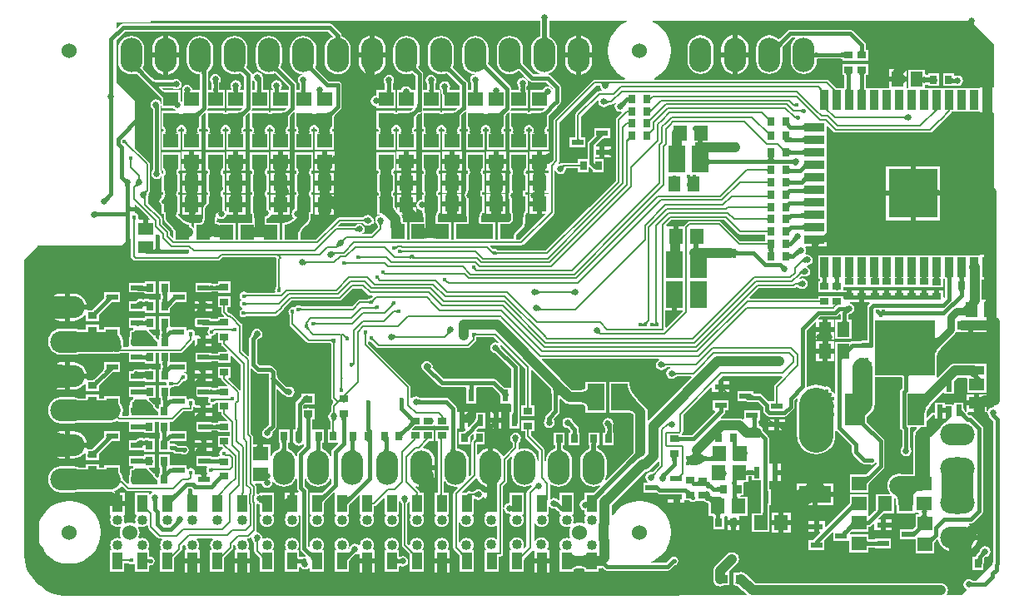
<source format=gbl>
G04*
G04 #@! TF.GenerationSoftware,Altium Limited,Altium Designer,18.0.7 (293)*
G04*
G04 Layer_Physical_Order=2*
G04 Layer_Color=16711680*
%FSLAX25Y25*%
%MOIN*%
G70*
G01*
G75*
%ADD16C,0.01000*%
%ADD17C,0.00600*%
%ADD21R,0.02756X0.03543*%
%ADD22R,0.03543X0.02756*%
%ADD23R,0.05906X0.05118*%
%ADD24R,0.05906X0.05709*%
%ADD25R,0.05709X0.05906*%
%ADD42R,0.04764X0.02323*%
%ADD47R,0.05118X0.05906*%
%ADD88C,0.04016*%
%ADD95C,0.07874*%
%ADD96C,0.06000*%
%ADD97C,0.03000*%
%ADD98C,0.05906*%
%ADD99C,0.08858*%
%ADD100C,0.04921*%
%ADD101C,0.01500*%
%ADD102C,0.03937*%
%ADD105C,0.06890*%
%ADD107C,0.01968*%
%ADD111C,0.05512*%
%ADD113C,0.12795*%
%ADD114O,0.08858X0.13780*%
%ADD115O,0.13780X0.08858*%
%ADD116C,0.02600*%
%ADD117C,0.01772*%
%ADD118C,0.07874*%
%ADD119R,0.04016X0.07008*%
%ADD120R,0.06693X0.12598*%
%ADD121R,0.12598X0.06693*%
%ADD122R,0.06693X0.10600*%
%ADD123R,0.03543X0.07874*%
%ADD124R,0.07874X0.03543*%
%ADD125R,0.19685X0.19685*%
%ADD126R,0.23976X0.22165*%
%ADD127R,0.11142X0.03819*%
%ADD128R,0.02323X0.04764*%
%ADD129C,0.04000*%
%ADD130C,0.02953*%
%ADD131C,0.13780*%
G36*
X342564Y419472D02*
X342554Y419437D01*
X342546Y419387D01*
X342539Y419323D01*
X342524Y419047D01*
X342519Y418645D01*
X340550D01*
X340550Y418793D01*
X340506Y419472D01*
X340495Y419494D01*
X342574D01*
X342564Y419472D01*
D02*
G37*
G36*
X259414Y412977D02*
X259448Y412473D01*
X259469Y412350D01*
X259494Y412250D01*
X259524Y412171D01*
X259559Y412115D01*
X259598Y412082D01*
X259641Y412071D01*
X257682D01*
X257725Y412082D01*
X257764Y412115D01*
X257799Y412171D01*
X257829Y412250D01*
X257854Y412350D01*
X257875Y412473D01*
X257891Y412619D01*
X257909Y412977D01*
X257911Y413189D01*
X259411D01*
X259414Y412977D01*
D02*
G37*
G36*
X342519Y414003D02*
X342529Y413559D01*
X342607Y412808D01*
X342675Y412501D01*
X342763Y412239D01*
X342871Y412024D01*
X342998Y411854D01*
X343145Y411730D01*
X343311Y411652D01*
X343497Y411619D01*
X339571Y411811D01*
X339757Y411826D01*
X339924Y411888D01*
X340071Y411997D01*
X340198Y412154D01*
X340306Y412359D01*
X340394Y412611D01*
X340462Y412912D01*
X340511Y413259D01*
X340541Y413655D01*
X340550Y414097D01*
X342519Y414003D01*
D02*
G37*
G36*
X331914Y402478D02*
X331904Y402309D01*
X331930Y402125D01*
X331993Y401926D01*
X332092Y401711D01*
X332228Y401481D01*
X332400Y401235D01*
X332609Y400974D01*
X333136Y400405D01*
X332214Y399205D01*
X331977Y399432D01*
X331757Y399620D01*
X331556Y399768D01*
X331373Y399877D01*
X331208Y399947D01*
X331061Y399977D01*
X330933Y399968D01*
X330822Y399920D01*
X330729Y399832D01*
X330655Y399705D01*
X331960Y402630D01*
X331914Y402478D01*
D02*
G37*
G36*
X318099Y402173D02*
X318075Y402019D01*
X318083Y401854D01*
X318123Y401678D01*
X318195Y401490D01*
X318299Y401291D01*
X318436Y401081D01*
X318604Y400860D01*
X318805Y400628D01*
X319038Y400385D01*
X318281Y399021D01*
X318045Y399246D01*
X317826Y399432D01*
X317625Y399581D01*
X317440Y399691D01*
X317273Y399763D01*
X317123Y399797D01*
X316989Y399793D01*
X316873Y399750D01*
X316774Y399669D01*
X316693Y399549D01*
X318156Y402316D01*
X318099Y402173D01*
D02*
G37*
G36*
X303872Y400798D02*
X303817Y400674D01*
X303797Y400536D01*
X303812Y400384D01*
X303862Y400218D01*
X303947Y400038D01*
X304067Y399844D01*
X304222Y399637D01*
X304412Y399415D01*
X304637Y399180D01*
X303554Y398141D01*
X303319Y398366D01*
X303097Y398556D01*
X302888Y398712D01*
X302694Y398833D01*
X302512Y398920D01*
X302344Y398972D01*
X302189Y398989D01*
X302048Y398972D01*
X301921Y398921D01*
X301806Y398834D01*
X303962Y400909D01*
X303872Y400798D01*
D02*
G37*
G36*
X290093D02*
X290038Y400674D01*
X290018Y400536D01*
X290033Y400384D01*
X290083Y400218D01*
X290168Y400038D01*
X290288Y399844D01*
X290443Y399637D01*
X290633Y399415D01*
X290857Y399180D01*
X289775Y398141D01*
X289539Y398366D01*
X289317Y398556D01*
X289109Y398712D01*
X288914Y398833D01*
X288733Y398920D01*
X288564Y398972D01*
X288410Y398989D01*
X288269Y398972D01*
X288141Y398921D01*
X288027Y398834D01*
X290183Y400909D01*
X290093Y400798D01*
D02*
G37*
G36*
X374389Y418595D02*
X373943Y418410D01*
X372513Y417584D01*
X371203Y416579D01*
X370035Y415411D01*
X369030Y414101D01*
X368204Y412671D01*
X367572Y411145D01*
X367145Y409550D01*
X366929Y407912D01*
X366929Y407087D01*
X366929Y406261D01*
X367145Y404623D01*
X367572Y403028D01*
X368204Y401502D01*
X369030Y400072D01*
X370035Y398762D01*
X371203Y397594D01*
X372513Y396589D01*
X373684Y395913D01*
X373550Y395413D01*
X361614D01*
X361185Y395327D01*
X360821Y395084D01*
X360821Y395084D01*
X345467Y379730D01*
X345224Y379366D01*
X345138Y378937D01*
X345138Y378937D01*
Y365888D01*
X345138Y365888D01*
X345150Y365828D01*
Y363554D01*
X344030Y362433D01*
X343498Y361901D01*
X343323Y361639D01*
Y361795D01*
X342513D01*
X342470Y361702D01*
X342395Y361490D01*
X342342Y361279D01*
X342309Y361069D01*
X342299Y360859D01*
Y361795D01*
X340370D01*
Y361012D01*
X341339D01*
X341347Y360264D01*
X341370Y359953D01*
X342311D01*
X342126Y359913D01*
X341961Y359795D01*
X341815Y359599D01*
X341689Y359323D01*
X341582Y358969D01*
X341576Y358941D01*
X343170D01*
Y358087D01*
X341552D01*
X341557Y358059D01*
X341653Y357704D01*
X341767Y357429D01*
X341898Y357232D01*
X342046Y357114D01*
X342212Y357075D01*
X341368D01*
X341348Y356764D01*
X341339Y356016D01*
X340370D01*
Y354134D01*
Y351205D01*
X340563D01*
X340479Y351193D01*
X340404Y351157D01*
X340370Y351127D01*
Y350181D01*
X343170D01*
Y349622D01*
X340370D01*
Y348799D01*
X340392Y348773D01*
X340910D01*
X340759Y348564D01*
X340625Y348332D01*
X340507Y348078D01*
X340404Y347801D01*
X340370Y347683D01*
Y345669D01*
Y341717D01*
X342075D01*
X341613Y341255D01*
X331795Y331436D01*
X330032D01*
Y333099D01*
X330043Y333117D01*
X331989Y335323D01*
X332880Y336214D01*
X333324Y336793D01*
X333487Y337187D01*
X333603Y337466D01*
X333698Y338189D01*
Y339051D01*
X333698Y339063D01*
X333731Y340160D01*
X333781Y340704D01*
X333848Y341163D01*
X333929Y341527D01*
X334015Y341784D01*
X334081Y341916D01*
X334757D01*
Y342710D01*
X334760Y342728D01*
X334757Y342747D01*
Y349422D01*
X333698D01*
Y350381D01*
X334757D01*
Y357056D01*
X334760Y357075D01*
X334757Y357093D01*
Y357887D01*
X334081D01*
X334015Y358019D01*
X333929Y358277D01*
X333885Y358473D01*
X333948Y358733D01*
X334040Y358985D01*
X334117Y359124D01*
X334131Y359140D01*
X334136Y359141D01*
X334855D01*
Y359934D01*
X334859Y359953D01*
X334855Y359971D01*
Y366450D01*
X327350D01*
Y359971D01*
X327346Y359953D01*
X327346Y359953D01*
X327350Y359934D01*
Y359141D01*
X327856D01*
X327876Y359087D01*
X327943Y358808D01*
X328000Y358455D01*
X327964Y358200D01*
X327904Y357913D01*
X327895Y357887D01*
X327448D01*
Y357093D01*
X327444Y357075D01*
X327448Y357056D01*
Y350381D01*
X327520D01*
X327156Y349835D01*
X326993Y349016D01*
X327156Y348196D01*
X327448Y347759D01*
D01*
Y342747D01*
X327444Y342728D01*
X327448Y342710D01*
Y341916D01*
X327895D01*
X327904Y341890D01*
X327958Y341630D01*
X328113Y339529D01*
Y339369D01*
X327732Y339004D01*
X327170Y338527D01*
X326994Y338398D01*
X322724D01*
Y331436D01*
X321765D01*
Y338398D01*
X316064D01*
X316053Y338460D01*
X315994Y339067D01*
X315985Y339375D01*
X315987Y339505D01*
X316028Y340132D01*
X316095Y340669D01*
X316184Y341112D01*
X316288Y341456D01*
X316397Y341695D01*
X316491Y341831D01*
X316551Y341885D01*
X316581Y341899D01*
X316705Y341916D01*
X317434D01*
Y342710D01*
X317438Y342728D01*
X317434Y342747D01*
Y349422D01*
X316572D01*
Y349999D01*
Y350381D01*
X317434D01*
Y357056D01*
X317438Y357075D01*
X317434Y357093D01*
Y357887D01*
X316870D01*
X316836Y357968D01*
X316763Y358239D01*
X316722Y358466D01*
X316783Y358770D01*
X316863Y359034D01*
X316912Y359141D01*
X317532D01*
Y359934D01*
X317536Y359953D01*
X317532Y359971D01*
Y366450D01*
X310027D01*
Y359971D01*
X310023Y359953D01*
X310027Y359934D01*
Y359141D01*
X310647D01*
X310696Y359034D01*
X310776Y358770D01*
X310837Y358466D01*
X310796Y358239D01*
X310723Y357968D01*
X310689Y357887D01*
X310125D01*
Y357093D01*
X310121Y357075D01*
X310125Y357056D01*
Y351250D01*
X309957Y350998D01*
X309836Y350393D01*
X309846Y350346D01*
X309636Y350032D01*
X309473Y349213D01*
X309636Y348393D01*
X310100Y347699D01*
X310125Y347682D01*
Y342747D01*
X310121Y342728D01*
X310125Y342710D01*
Y341916D01*
X310261D01*
X310397Y339607D01*
Y339492D01*
X310384Y339067D01*
X310325Y338460D01*
X310314Y338398D01*
X305007D01*
Y331436D01*
X304048D01*
Y338398D01*
X298658D01*
Y339051D01*
D01*
X298692Y340160D01*
X298741Y340704D01*
X298809Y341163D01*
X298889Y341527D01*
X298975Y341784D01*
X299042Y341916D01*
X299717D01*
Y342710D01*
X299721Y342728D01*
X299717Y342747D01*
Y348592D01*
X299721Y348610D01*
X299717Y348628D01*
Y349422D01*
X299066D01*
X299010Y349538D01*
X298930Y349797D01*
X298908Y349908D01*
X298927Y349995D01*
X299012Y350257D01*
X299072Y350381D01*
X299717D01*
Y351175D01*
X299721Y351193D01*
X299717Y351212D01*
D01*
Y357056D01*
X299721Y357075D01*
X299717Y357093D01*
Y357887D01*
X299121D01*
X299082Y357977D01*
X299008Y358243D01*
X298965Y358474D01*
X299027Y358755D01*
X299112Y359018D01*
X299172Y359141D01*
X299816D01*
Y359934D01*
X299819Y359953D01*
X299816Y359971D01*
Y366450D01*
X292310D01*
Y359971D01*
X292307Y359953D01*
X292310Y359934D01*
Y359141D01*
X292906D01*
X292946Y359050D01*
X293020Y358785D01*
X293080Y358456D01*
X293041Y358235D01*
X292968Y357958D01*
X292940Y357887D01*
X292409D01*
Y357093D01*
X292405Y357075D01*
X292409Y357056D01*
Y351212D01*
X292405Y351193D01*
X292405Y351193D01*
X292409Y351175D01*
Y350381D01*
X292888D01*
X292900Y350345D01*
X292961Y350064D01*
X292986Y349890D01*
X292964Y349751D01*
X292898Y349466D01*
X292882Y349422D01*
X292409D01*
Y348628D01*
X292405Y348610D01*
X292409Y348592D01*
Y347400D01*
X292323Y347417D01*
X291504Y347254D01*
X290809Y346790D01*
X290575Y346439D01*
D01*
X290345Y346095D01*
X290182Y345276D01*
X290345Y344456D01*
X290575Y344112D01*
X290809Y343762D01*
X291504Y343297D01*
X292156Y343168D01*
X292323Y343134D01*
X292409Y343151D01*
Y342747D01*
X292405Y342728D01*
X292409Y342710D01*
Y342646D01*
Y341916D01*
X292856D01*
X292864Y341890D01*
X292919Y341630D01*
X293074Y339529D01*
Y338398D01*
X287291D01*
Y331436D01*
X286332D01*
Y338398D01*
X284740D01*
X284682Y339287D01*
Y339770D01*
X284587Y340493D01*
X284308Y341166D01*
X284188Y341323D01*
X285221D01*
Y344276D01*
X282366D01*
Y343363D01*
X282063Y343736D01*
X281690Y344258D01*
X281607Y344399D01*
Y345949D01*
X281610Y345961D01*
X281607Y345980D01*
Y348198D01*
X281611Y348216D01*
X281607Y348235D01*
Y349028D01*
X281043D01*
X281010Y349110D01*
X280936Y349380D01*
X280877Y349705D01*
X280936Y350029D01*
X281010Y350300D01*
X281043Y350381D01*
X281607D01*
Y351175D01*
X281611Y351193D01*
X281607Y351212D01*
Y357056D01*
X281611Y357075D01*
X281607Y357093D01*
Y357887D01*
X281043D01*
X281010Y357968D01*
X280936Y358239D01*
X280895Y358466D01*
X280956Y358770D01*
X281036Y359034D01*
X281085Y359141D01*
X281705D01*
Y359934D01*
X281709Y359953D01*
X281705Y359971D01*
Y366450D01*
X274200D01*
Y359971D01*
X274196Y359953D01*
X274200Y359934D01*
Y359141D01*
X274820D01*
X274869Y359034D01*
X274949Y358770D01*
X275011Y358466D01*
X274969Y358239D01*
X274896Y357968D01*
X274863Y357887D01*
X274298D01*
Y357093D01*
X274295Y357075D01*
X274298Y357056D01*
Y351212D01*
X274295Y351193D01*
X274298Y351175D01*
Y350381D01*
X274863D01*
X274896Y350300D01*
X274969Y350029D01*
X275028Y349705D01*
X274970Y349380D01*
X274896Y349110D01*
X274863Y349028D01*
X274298D01*
Y348235D01*
X274295Y348216D01*
X274298Y348198D01*
Y341523D01*
X275030D01*
X275242Y341496D01*
X275479Y341418D01*
X275722Y341301D01*
X274968Y341151D01*
X274776Y341023D01*
X274273Y340687D01*
X273809Y339993D01*
X273702Y339455D01*
D01*
X273646Y339173D01*
X273809Y338354D01*
X274053Y337989D01*
X274089Y337913D01*
X274345Y337560D01*
X274530Y337284D01*
X274650Y337078D01*
X274666Y337046D01*
Y336291D01*
X271964Y333589D01*
X267828D01*
X268142Y333652D01*
X268837Y334116D01*
X269301Y334810D01*
X269464Y335630D01*
X269301Y336449D01*
X268837Y337144D01*
X268142Y337608D01*
X267323Y337771D01*
X266504Y337608D01*
X266138Y337364D01*
X266062Y337329D01*
X265709Y337072D01*
X265434Y336888D01*
X265228Y336767D01*
X265196Y336752D01*
X258534D01*
X259834Y338052D01*
X268543D01*
X268557Y338045D01*
X269233Y337604D01*
X269404Y337478D01*
X269481Y337441D01*
X269850Y337195D01*
X270669Y337032D01*
X271489Y337195D01*
X272183Y337659D01*
X272190Y337669D01*
X272244Y337658D01*
X272673Y337743D01*
X273037Y337986D01*
X273280Y338350D01*
X273366Y338779D01*
X273280Y339209D01*
X273175Y339366D01*
D01*
X273037Y339573D01*
X272996Y339614D01*
X272880Y339729D01*
X272674Y339956D01*
X272648Y339988D01*
X272647Y339993D01*
X272183Y340687D01*
X271489Y341151D01*
X270669Y341314D01*
X269850Y341151D01*
X269485Y340907D01*
X269409Y340872D01*
X269056Y340615D01*
X268780Y340431D01*
X268574Y340311D01*
X268543Y340295D01*
X259369D01*
X258940Y340209D01*
X258576Y339966D01*
X258576Y339966D01*
X250034Y331424D01*
X243812D01*
Y334421D01*
X243969Y334695D01*
X244379Y335280D01*
X245589Y336704D01*
X246030Y337159D01*
X247065Y338195D01*
X247509Y338773D01*
X247788Y339447D01*
X247883Y340170D01*
Y340606D01*
D01*
X247890Y340983D01*
X247934Y341597D01*
X247951Y341720D01*
X248733D01*
Y348395D01*
X248737Y348413D01*
X248733Y348432D01*
Y349225D01*
X248169D01*
X248136Y349306D01*
X248062Y349577D01*
X248021Y349803D01*
X248062Y350029D01*
X248135Y350300D01*
X248169Y350381D01*
X248733D01*
Y351175D01*
X248737Y351193D01*
X248733Y351212D01*
Y357056D01*
X248737Y357075D01*
X248733Y357093D01*
X248733Y357093D01*
D01*
Y357887D01*
X248169D01*
X248136Y357968D01*
X248062Y358239D01*
X248021Y358466D01*
X248082Y358770D01*
X248162Y359034D01*
X248211Y359141D01*
X248832D01*
Y359934D01*
X248835Y359953D01*
X248832Y359971D01*
Y366450D01*
X241326D01*
Y359971D01*
X241322Y359953D01*
X241326Y359934D01*
Y359141D01*
X241946D01*
X241996Y359034D01*
X242075Y358770D01*
X242137Y358466D01*
X242095Y358239D01*
X242022Y357968D01*
X241988Y357887D01*
X241424D01*
Y357093D01*
X241421Y357075D01*
X241424Y357056D01*
Y351212D01*
X241421Y351193D01*
X241424Y351175D01*
Y350381D01*
X241988D01*
X242022Y350300D01*
X242095Y350029D01*
X242136Y349803D01*
X242095Y349577D01*
X242022Y349306D01*
X241988Y349225D01*
X241424D01*
Y348432D01*
X241421Y348413D01*
X241424Y348395D01*
Y343658D01*
X240809Y343246D01*
X240345Y342552D01*
X240182Y341732D01*
X240345Y340913D01*
X240809Y340218D01*
X241009Y340085D01*
X240690Y339792D01*
X240624Y339740D01*
X240205Y339408D01*
X239729Y339075D01*
X239274Y338799D01*
X238838Y338578D01*
X238425Y338411D01*
X238034Y338296D01*
X237665Y338229D01*
X237265Y338204D01*
X237259Y338202D01*
X237253Y338203D01*
X237248Y338202D01*
X236503D01*
Y337354D01*
X236501Y337339D01*
X236503Y337333D01*
X236502Y337328D01*
X236503Y337323D01*
Y331436D01*
X235544D01*
Y338202D01*
X230167D01*
Y339303D01*
X230167Y339316D01*
X230196Y339843D01*
X230741Y339951D01*
X231435Y340415D01*
X231899Y341110D01*
X231981Y341520D01*
X234630D01*
Y344472D01*
X231776D01*
Y342934D01*
X231435Y343443D01*
X231016Y343723D01*
Y343946D01*
Y348395D01*
X231020Y348413D01*
X231016Y348432D01*
Y349225D01*
X230452D01*
X230419Y349306D01*
X230346Y349577D01*
X230305Y349803D01*
X230346Y350029D01*
X230419Y350300D01*
X230452Y350381D01*
X231016D01*
Y351175D01*
X231020Y351193D01*
X231016Y351212D01*
Y357056D01*
X231020Y357075D01*
X231016Y357093D01*
X231016Y357093D01*
D01*
Y357887D01*
X230452D01*
X230419Y357968D01*
X230346Y358239D01*
X230304Y358466D01*
X230366Y358770D01*
X230445Y359034D01*
X230495Y359141D01*
X231115D01*
Y359934D01*
X231119Y359953D01*
X231115Y359971D01*
Y366450D01*
X223609D01*
Y359971D01*
X223606Y359953D01*
X223609Y359934D01*
Y359141D01*
X224230D01*
X224279Y359034D01*
X224359Y358770D01*
X224420Y358466D01*
X224379Y358239D01*
X224305Y357968D01*
X224272Y357887D01*
X223708D01*
Y357093D01*
X223704Y357075D01*
X223708Y357056D01*
Y351212D01*
X223704Y351193D01*
X223708Y351175D01*
Y350381D01*
X224272D01*
X224305Y350300D01*
X224379Y350029D01*
X224420Y349803D01*
X224379Y349577D01*
X224305Y349306D01*
X224272Y349225D01*
X223708D01*
Y348432D01*
X223704Y348413D01*
X223708Y348395D01*
Y342550D01*
X223704Y342532D01*
X223708Y342513D01*
Y341720D01*
X224279D01*
X224314Y341635D01*
X224389Y341365D01*
X224454Y341010D01*
X224582Y339307D01*
X224582Y339284D01*
Y338202D01*
X218787D01*
Y331436D01*
X217828D01*
Y338202D01*
X211099D01*
X211042Y338245D01*
X210368Y338524D01*
X210273Y338537D01*
Y338896D01*
X210283Y339296D01*
X210290Y339375D01*
X210322Y339731D01*
X210337Y339909D01*
X210410Y340343D01*
X210493Y340218D01*
X210855Y339976D01*
X211188Y339753D01*
X212007Y339591D01*
X212827Y339753D01*
X213522Y340218D01*
X213986Y340912D01*
X214106Y341520D01*
X216913D01*
Y344472D01*
X214059D01*
Y342182D01*
X213986Y342551D01*
X213522Y343246D01*
X213300Y343394D01*
Y343574D01*
Y348395D01*
X213304Y348413D01*
X213300Y348432D01*
Y349225D01*
X212736D01*
X212702Y349306D01*
X212629Y349577D01*
X212588Y349803D01*
X212629Y350029D01*
X212702Y350300D01*
X212736Y350381D01*
X213300D01*
Y351175D01*
X213304Y351193D01*
X213300Y351212D01*
Y351509D01*
X213391Y351969D01*
X213300Y352428D01*
Y357056D01*
X213304Y357075D01*
X213300Y357093D01*
D01*
Y357887D01*
X212736D01*
X212702Y357968D01*
X212629Y358239D01*
X212588Y358466D01*
X212649Y358770D01*
X212729Y359034D01*
X212778Y359141D01*
X213398D01*
Y359934D01*
X213402Y359953D01*
X213398Y359971D01*
Y366450D01*
X205893D01*
Y359971D01*
X205889Y359953D01*
X205893Y359934D01*
Y359141D01*
X206513D01*
X206562Y359034D01*
X206642Y358770D01*
X206704Y358466D01*
X206662Y358239D01*
X206589Y357968D01*
X206555Y357887D01*
X205991D01*
Y357093D01*
X205988Y357075D01*
X205991Y357056D01*
Y351212D01*
X205988Y351193D01*
X205991Y351175D01*
Y350381D01*
X206555D01*
X206589Y350300D01*
X206662Y350029D01*
X206703Y349803D01*
X206662Y349577D01*
X206589Y349306D01*
X206555Y349225D01*
X205991D01*
Y348432D01*
X205988Y348413D01*
X205991Y348395D01*
Y345748D01*
X205506Y345263D01*
X205062Y344684D01*
X204783Y344011D01*
X204688Y343288D01*
Y341025D01*
X204679Y340669D01*
X204677Y340624D01*
X204623Y340010D01*
X204537Y339488D01*
X204422Y339063D01*
X204289Y338736D01*
X204149Y338506D01*
X204013Y338359D01*
X203882Y338271D01*
X203734Y338219D01*
X203576Y338202D01*
X201070D01*
Y336063D01*
X200793Y336423D01*
X200215Y336867D01*
X200111Y336910D01*
Y337324D01*
X200112Y337329D01*
X200111Y337340D01*
Y338202D01*
X199365D01*
X199360Y338203D01*
X199041Y338227D01*
X198749Y338289D01*
X198421Y338400D01*
X198057Y338564D01*
X197661Y338785D01*
X197235Y339062D01*
X196790Y339392D01*
X195794Y340248D01*
X195618Y340417D01*
X194816Y341220D01*
X194754Y341281D01*
X194778Y341587D01*
X194796Y341720D01*
X195583D01*
Y348395D01*
X195587Y348413D01*
X195583Y348432D01*
Y349225D01*
X194908D01*
X194841Y349357D01*
X194756Y349615D01*
X194714Y349803D01*
X194756Y349991D01*
X194841Y350249D01*
X194908Y350381D01*
X195583D01*
Y351175D01*
X195587Y351193D01*
X195583Y351212D01*
Y357056D01*
X195587Y357075D01*
X195583Y357093D01*
X195583Y357093D01*
D01*
Y357887D01*
X195019D01*
X194986Y357968D01*
X194912Y358239D01*
X194871Y358466D01*
X194933Y358770D01*
X195012Y359034D01*
X195062Y359141D01*
X195682D01*
Y359934D01*
X195686Y359953D01*
X195682Y359971D01*
Y366450D01*
X188176D01*
Y359971D01*
X188173Y359953D01*
X188176Y359934D01*
Y359141D01*
X188797D01*
X188846Y359034D01*
X188926Y358770D01*
X188987Y358466D01*
X188946Y358239D01*
X188872Y357968D01*
X188839Y357887D01*
X188336D01*
X188186Y358641D01*
X187956Y358985D01*
X187927Y359054D01*
X187893Y359105D01*
X187877Y359133D01*
X187861Y359168D01*
X187845Y359210D01*
X187829Y359261D01*
X187815Y359321D01*
X187805Y359381D01*
X187801Y359429D01*
Y384607D01*
X187805Y384613D01*
X187968Y385432D01*
X187805Y386252D01*
X187340Y386946D01*
X186646Y387410D01*
X185826Y387573D01*
X185007Y387410D01*
X184312Y386946D01*
X183848Y386252D01*
X183685Y385432D01*
X183848Y384613D01*
X184312Y383918D01*
X184434Y383837D01*
X184467Y383805D01*
X184515Y383752D01*
X184554Y383702D01*
X184583Y383657D01*
X184607Y383614D01*
X184624Y383573D01*
X184637Y383533D01*
X184640Y383520D01*
Y359442D01*
X184637Y359417D01*
X184625Y359350D01*
X184610Y359291D01*
X184594Y359240D01*
X184577Y359197D01*
X184560Y359160D01*
X184542Y359130D01*
X184504Y359076D01*
X184474Y359007D01*
X184230Y358641D01*
X184067Y357822D01*
X184230Y357003D01*
X184694Y356308D01*
X185389Y355844D01*
X186208Y355681D01*
X187027Y355844D01*
X187722Y356308D01*
X188186Y357003D01*
X188275Y357449D01*
Y357093D01*
X188271Y357075D01*
X188275Y357056D01*
Y351212D01*
X188271Y351193D01*
X188275Y351175D01*
Y350381D01*
X188722D01*
X188730Y350355D01*
X188785Y350095D01*
X188814Y349704D01*
X188791Y349538D01*
X188730Y349252D01*
X188722Y349225D01*
X188275D01*
Y348432D01*
X188271Y348413D01*
X188275Y348395D01*
Y348381D01*
X188250Y348364D01*
X188220Y348319D01*
X188175Y348310D01*
X187662Y347968D01*
X187320Y347455D01*
X187199Y346850D01*
X187320Y346246D01*
X187662Y345733D01*
X188175Y345390D01*
X188220Y345381D01*
X188250Y345336D01*
X188275Y345320D01*
Y341720D01*
X189061D01*
X189138Y340641D01*
X189137Y340164D01*
X189137Y340161D01*
X189137Y340158D01*
Y340158D01*
X189184Y339799D01*
X189230Y339441D01*
X189231Y339438D01*
X189232Y339435D01*
X189371Y339100D01*
X189508Y338767D01*
X189510Y338764D01*
X189511Y338761D01*
X189732Y338473D01*
X189950Y338188D01*
X189953Y338186D01*
X189955Y338183D01*
X189955Y338183D01*
X190402Y337735D01*
X191712Y336330D01*
X192250Y335664D01*
X192669Y335068D01*
X192802Y334837D01*
Y331895D01*
X191403Y333295D01*
Y334405D01*
X191317Y334834D01*
X191074Y335198D01*
X191074Y335198D01*
X188548Y337724D01*
Y339614D01*
X188548Y339614D01*
X188463Y340043D01*
X188220Y340407D01*
X182618Y346009D01*
Y347705D01*
X182638Y348150D01*
X182649Y348253D01*
X182736Y348779D01*
X182870Y348980D01*
X182956Y349410D01*
X182900Y349687D01*
X182934Y349856D01*
X182994Y350087D01*
X183006Y350120D01*
X183273Y350388D01*
X183273Y350388D01*
X183517Y350752D01*
X183602Y351181D01*
X183602Y351181D01*
Y361614D01*
X183602Y361614D01*
X183517Y362043D01*
X183273Y362407D01*
X183273Y362407D01*
X177559Y368122D01*
Y387008D01*
X170079Y394488D01*
Y411545D01*
X173292Y414758D01*
X254857D01*
X256589Y413027D01*
X256907Y412709D01*
X256491Y412536D01*
X256024Y412343D01*
X254932Y411505D01*
X254094Y410413D01*
X253567Y409141D01*
X253387Y407776D01*
Y402854D01*
X253567Y401489D01*
X254094Y400217D01*
X254932Y399125D01*
X256024Y398287D01*
X257296Y397760D01*
X258661Y397580D01*
X260027Y397760D01*
X261298Y398287D01*
X262391Y399125D01*
X263229Y400217D01*
X263756Y401489D01*
X263936Y402854D01*
Y407776D01*
X263756Y409141D01*
X263229Y410413D01*
X262391Y411505D01*
X261298Y412343D01*
X260245Y412780D01*
X260242Y412823D01*
Y413189D01*
X260121Y413794D01*
X259779Y414306D01*
X256629Y417456D01*
X256117Y417799D01*
X255512Y417919D01*
X172638D01*
X172033Y417799D01*
X171520Y417456D01*
X170079Y416014D01*
Y418504D01*
X183661D01*
Y419095D01*
X339713D01*
X339716Y419055D01*
Y413557D01*
X339700Y413346D01*
X339660Y413060D01*
X339609Y412838D01*
X339560Y412699D01*
X338702Y412343D01*
X337609Y411505D01*
X336771Y410413D01*
X336244Y409141D01*
X336064Y407776D01*
Y402854D01*
X336244Y401489D01*
X336771Y400217D01*
X337609Y399125D01*
X338702Y398287D01*
X339048Y398143D01*
X339973Y397760D01*
X340858Y397643D01*
X337072D01*
X333463Y401252D01*
X333228Y401506D01*
X333054Y401724D01*
X332914Y401923D01*
X332816Y402091D01*
X332755Y402221D01*
X332751Y402233D01*
X332833Y402854D01*
Y407776D01*
X332654Y409141D01*
X332127Y410413D01*
X331289Y411505D01*
X330196Y412343D01*
X328924Y412870D01*
X327559Y413050D01*
X326194Y412870D01*
X324922Y412343D01*
X323830Y411505D01*
X322991Y410413D01*
X322464Y409141D01*
X322285Y407776D01*
Y402854D01*
X322464Y401489D01*
X322991Y400217D01*
X323830Y399125D01*
X324922Y398287D01*
X326194Y397760D01*
X327559Y397580D01*
X328924Y397760D01*
X330196Y398287D01*
X331174Y399037D01*
X331250Y398981D01*
X331352Y398893D01*
X333259Y396987D01*
X335078Y395167D01*
X335078Y395167D01*
X335300Y394946D01*
X335812Y394603D01*
X336417Y394483D01*
X342259D01*
X344851Y391890D01*
Y391625D01*
X344427Y392261D01*
X343732Y392725D01*
X342913Y392888D01*
X342093Y392725D01*
X341399Y392261D01*
X340934Y391567D01*
X340911Y391450D01*
X335617D01*
Y384141D01*
X341635D01*
X341614Y384119D01*
X341070Y383601D01*
X340889Y383429D01*
X340674Y383248D01*
X340608Y383201D01*
X340576Y383182D01*
X336448D01*
X336429Y383186D01*
X336411Y383182D01*
X335617D01*
Y382618D01*
X335536Y382584D01*
X335265Y382511D01*
X335236Y382506D01*
X335207Y382511D01*
X334936Y382584D01*
X334855Y382618D01*
Y383182D01*
X334062D01*
X334043Y383186D01*
X334025Y383182D01*
X327734D01*
X328010Y383596D01*
X328118Y384141D01*
X334855D01*
Y390622D01*
X334859Y390641D01*
X334855Y390659D01*
Y391450D01*
X334301D01*
X334289Y391503D01*
X334258Y391811D01*
Y392489D01*
X334260Y392512D01*
X334273Y392581D01*
X334287Y392641D01*
X334302Y392691D01*
X334319Y392734D01*
X334336Y392770D01*
X334353Y392799D01*
X334389Y392852D01*
X334418Y392920D01*
X334655Y393275D01*
X334818Y394094D01*
X334655Y394914D01*
X334191Y395608D01*
X333496Y396073D01*
X333458Y396080D01*
D01*
X332677Y396236D01*
X331858Y396073D01*
X331163Y395608D01*
X330699Y394914D01*
X330536Y394094D01*
X330699Y393275D01*
X330936Y392920D01*
X330965Y392852D01*
X331002Y392799D01*
X331018Y392770D01*
X331035Y392734D01*
X331052Y392691D01*
X331068Y392641D01*
X331082Y392581D01*
X331092Y392523D01*
X331097Y392473D01*
Y391804D01*
X331087Y391697D01*
X331061Y391540D01*
X331037Y391450D01*
X328180D01*
Y391762D01*
X328060Y392367D01*
X327717Y392880D01*
X319337Y401260D01*
X319237Y401375D01*
X319103Y401552D01*
X319004Y401704D01*
X318939Y401827D01*
X318924Y401867D01*
X319054Y402854D01*
Y407776D01*
X318874Y409141D01*
X318347Y410413D01*
X317509Y411505D01*
X316417Y412343D01*
X315145Y412870D01*
X313779Y413050D01*
X312414Y412870D01*
X311142Y412343D01*
X310050Y411505D01*
X309212Y410413D01*
X308685Y409141D01*
X308505Y407776D01*
Y402854D01*
X308685Y401489D01*
X309212Y400217D01*
X310050Y399125D01*
X311142Y398287D01*
X312414Y397760D01*
X312505Y397748D01*
X313678Y397593D01*
X312960Y397451D01*
X312626Y397228D01*
X312265Y396987D01*
X311801Y396292D01*
X311638Y395472D01*
X311801Y394653D01*
X312038Y394298D01*
X312068Y394230D01*
X312104Y394177D01*
X312121Y394148D01*
X312138Y394112D01*
X312154Y394069D01*
X312170Y394019D01*
X312184Y393959D01*
X312194Y393901D01*
X312199Y393851D01*
Y391804D01*
X312190Y391695D01*
X312164Y391539D01*
X312140Y391450D01*
X310635D01*
Y394094D01*
X310515Y394699D01*
X310173Y395212D01*
X309660Y395555D01*
X309381Y395610D01*
X304949Y400041D01*
X304859Y400147D01*
X304742Y400304D01*
X304665Y400428D01*
X304660Y400439D01*
X305095Y401489D01*
X305274Y402854D01*
Y407776D01*
X305095Y409141D01*
X304568Y410413D01*
X303730Y411505D01*
X302637Y412343D01*
X301365Y412870D01*
X300000Y413050D01*
X298635Y412870D01*
X297363Y412343D01*
X296270Y411505D01*
X295432Y410413D01*
X294905Y409141D01*
X294726Y407776D01*
Y402854D01*
X294905Y401489D01*
X295432Y400217D01*
X296270Y399125D01*
X297363Y398287D01*
X298635Y397760D01*
X300000Y397580D01*
X301365Y397760D01*
X302266Y398133D01*
X302301Y398116D01*
X302428Y398038D01*
X302587Y397919D01*
X302692Y397829D01*
X307475Y393046D01*
Y391450D01*
X303270D01*
X303286Y391474D01*
X303316Y391543D01*
X303553Y391897D01*
X303563Y391950D01*
X303716Y392717D01*
X303553Y393536D01*
X303089Y394231D01*
X302394Y394695D01*
X301575Y394858D01*
X300755Y394695D01*
X300061Y394231D01*
X299597Y393536D01*
X299434Y392717D01*
X299597Y391897D01*
X299834Y391543D01*
X299863Y391474D01*
X299899Y391421D01*
X299916Y391392D01*
X299933Y391356D01*
X299950Y391314D01*
X299965Y391263D01*
X299979Y391203D01*
X299990Y391145D01*
X299994Y391095D01*
Y390551D01*
X300115Y389946D01*
X300457Y389434D01*
X300578Y389313D01*
Y384141D01*
X306539D01*
X306152Y383754D01*
X305896Y383517D01*
X305682Y383346D01*
X305492Y383214D01*
X305436Y383182D01*
X301408D01*
X301390Y383186D01*
X301372Y383182D01*
X300578D01*
Y382618D01*
X300497Y382584D01*
X300226Y382511D01*
X300197Y382506D01*
X300168Y382511D01*
X299897Y382584D01*
X299816Y382618D01*
Y383182D01*
X299022D01*
X299004Y383186D01*
X298985Y383182D01*
X292863D01*
X292919Y383465D01*
Y384141D01*
X299816D01*
Y391450D01*
X297703D01*
X297679Y391539D01*
X297653Y391695D01*
X297651Y391722D01*
X297643Y391804D01*
D01*
Y393670D01*
X297646Y393694D01*
X297658Y393762D01*
X297673Y393822D01*
X297688Y393873D01*
X297705Y393915D01*
X297722Y393951D01*
X297738Y393980D01*
X297775Y394033D01*
X297804Y394102D01*
X298041Y394456D01*
X298204Y395276D01*
X298041Y396095D01*
X297577Y396790D01*
X296882Y397254D01*
X296063Y397417D01*
X295244Y397254D01*
X294549Y396790D01*
X294085Y396095D01*
X293922Y395276D01*
X294085Y394456D01*
X294322Y394102D01*
X294351Y394033D01*
X294388Y393980D01*
X294404Y393951D01*
X294421Y393915D01*
X294438Y393873D01*
X294453Y393822D01*
X294468Y393762D01*
X294478Y393704D01*
X294483Y393654D01*
Y391804D01*
X294475Y391718D01*
X294473Y391695D01*
X294447Y391539D01*
X294423Y391450D01*
X292919D01*
Y397638D01*
X292799Y398243D01*
X292456Y398755D01*
X291170Y400041D01*
X291080Y400147D01*
X290963Y400304D01*
X290885Y400428D01*
X290880Y400439D01*
X291315Y401489D01*
X291495Y402854D01*
Y407776D01*
X291315Y409141D01*
X290788Y410413D01*
X289950Y411505D01*
X288858Y412343D01*
X287586Y412870D01*
X286221Y413050D01*
X284855Y412870D01*
X283583Y412343D01*
X282491Y411505D01*
X281653Y410413D01*
X281126Y409141D01*
X280946Y407776D01*
Y402854D01*
X281126Y401489D01*
X281653Y400217D01*
X282491Y399125D01*
X283583Y398287D01*
X284855Y397760D01*
X286221Y397580D01*
X287586Y397760D01*
X288487Y398133D01*
X288522Y398116D01*
X288649Y398038D01*
X288807Y397919D01*
X288913Y397829D01*
X289758Y396983D01*
Y391450D01*
X288024D01*
X288001Y391567D01*
X287537Y392261D01*
X286842Y392725D01*
X286023Y392888D01*
X285204Y392725D01*
X284509Y392261D01*
X284045Y391567D01*
X284022Y391450D01*
X282468D01*
Y384141D01*
X288993D01*
X288583Y383731D01*
X288486Y383641D01*
X288302Y383469D01*
X288072Y383284D01*
X287928Y383182D01*
X283298D01*
X283280Y383186D01*
X283261Y383182D01*
X282468D01*
Y382618D01*
X282387Y382584D01*
X282116Y382511D01*
X282087Y382506D01*
X282058Y382511D01*
X281787Y382584D01*
X281705Y382618D01*
Y382859D01*
Y383182D01*
X280912D01*
X280893Y383186D01*
X280875Y383182D01*
X274200D01*
Y376704D01*
X274196Y376685D01*
X274196Y376685D01*
X274200Y376667D01*
Y375873D01*
X274820D01*
X274869Y375766D01*
X274949Y375502D01*
X274991Y375295D01*
X274949Y375089D01*
X274869Y374824D01*
X274820Y374717D01*
X274200D01*
Y373924D01*
X274196Y373905D01*
X274200Y373887D01*
Y367409D01*
X281705D01*
Y373887D01*
X281709Y373905D01*
X281705Y373924D01*
D01*
Y374717D01*
X281085D01*
X281036Y374825D01*
X280956Y375089D01*
X280956Y375089D01*
X280914Y375295D01*
D01*
X280956Y375502D01*
X281036Y375766D01*
X281085Y375873D01*
X281705D01*
Y376196D01*
Y376437D01*
X281787Y376471D01*
X282058Y376544D01*
X282087Y376550D01*
X282116Y376544D01*
X282386Y376471D01*
X282468Y376437D01*
Y376196D01*
Y375873D01*
X283088D01*
X283137Y375766D01*
X283217Y375502D01*
X283259Y375295D01*
X283217Y375089D01*
X283137Y374824D01*
X283088Y374717D01*
X282468D01*
Y373924D01*
X282464Y373905D01*
X282468Y373887D01*
Y367409D01*
X289973D01*
Y373887D01*
X289977Y373905D01*
X289973Y373924D01*
D01*
Y374717D01*
X289353D01*
X289304Y374825D01*
X289224Y375089D01*
X289182Y375295D01*
X289224Y375502D01*
X289304Y375766D01*
X289353Y375873D01*
X289973D01*
Y376667D01*
D01*
X289977Y376685D01*
X289973Y376704D01*
D01*
Y380505D01*
X290009Y380568D01*
X290134Y380747D01*
X290483Y381161D01*
X291228Y381906D01*
X291339Y381884D01*
X291810Y381978D01*
D01*
X291943Y382004D01*
X292310Y382250D01*
Y376704D01*
X292307Y376685D01*
X292307Y376685D01*
X292310Y376667D01*
Y375873D01*
X292931D01*
X292980Y375766D01*
X293059Y375502D01*
X293101Y375295D01*
X293059Y375089D01*
Y375089D01*
X292980Y374824D01*
X292931Y374717D01*
X292310D01*
Y373924D01*
X292307Y373905D01*
X292310Y373887D01*
Y367409D01*
X299816D01*
Y373887D01*
X299819Y373905D01*
X299816Y373924D01*
Y374717D01*
X299195D01*
X299146Y374825D01*
X299066Y375089D01*
X299025Y375295D01*
X299066Y375502D01*
X299146Y375766D01*
X299195Y375873D01*
X299816D01*
Y376196D01*
Y376437D01*
X299897Y376471D01*
X300168Y376544D01*
X300197Y376550D01*
X300226Y376544D01*
X300497Y376471D01*
X300578Y376437D01*
Y376196D01*
Y375873D01*
X301198D01*
X301248Y375766D01*
X301327Y375502D01*
X301369Y375295D01*
D01*
X301327Y375089D01*
Y375089D01*
X301248Y374824D01*
X301198Y374717D01*
X300578D01*
Y373924D01*
X300574Y373905D01*
X300578Y373887D01*
Y367409D01*
X308083D01*
Y373887D01*
X308087Y373905D01*
X308083Y373924D01*
Y374717D01*
X307463D01*
X307414Y374825D01*
X307334Y375089D01*
Y375089D01*
X307293Y375295D01*
X307334Y375502D01*
X307414Y375766D01*
X307463Y375873D01*
X308083D01*
Y376667D01*
X308087Y376685D01*
X308083Y376704D01*
D01*
Y381108D01*
X308182Y381248D01*
X308562Y381694D01*
X309381Y382513D01*
X309527Y382542D01*
D01*
X309660Y382568D01*
X310027Y382814D01*
Y382258D01*
Y376704D01*
X310023Y376685D01*
X310027Y376667D01*
Y375873D01*
X310647D01*
X310696Y375766D01*
X310776Y375502D01*
X310818Y375295D01*
X310776Y375089D01*
X310776Y375089D01*
X310696Y374824D01*
X310647Y374717D01*
X310027D01*
Y373924D01*
X310023Y373905D01*
X310027Y373887D01*
Y367409D01*
X317532D01*
Y373887D01*
X317536Y373905D01*
X317532Y373924D01*
Y374717D01*
X316912D01*
X316863Y374825D01*
X316783Y375089D01*
X316741Y375295D01*
X316783Y375502D01*
X316863Y375766D01*
X316912Y375873D01*
X317532D01*
Y376196D01*
Y376437D01*
X317613Y376471D01*
X317884Y376544D01*
X317913Y376550D01*
X317942Y376544D01*
X318213Y376471D01*
X318295Y376437D01*
Y376196D01*
Y375873D01*
X318915D01*
X318964Y375766D01*
X319044Y375502D01*
X319086Y375295D01*
X319044Y375089D01*
X318964Y374824D01*
X318915Y374717D01*
X318295D01*
Y373924D01*
X318291Y373905D01*
X318295Y373887D01*
Y367409D01*
X325800D01*
Y373887D01*
X325804Y373905D01*
X325800Y373924D01*
D01*
Y374717D01*
X325180D01*
X325131Y374825D01*
X325051Y375089D01*
X325009Y375295D01*
X325051Y375502D01*
X325131Y375766D01*
X325180Y375873D01*
X325800D01*
Y376667D01*
X325804Y376685D01*
X325800Y376704D01*
Y381176D01*
D01*
X325960Y381366D01*
X326204Y381646D01*
D01*
X326536Y381978D01*
X326593Y382064D01*
X326760Y382175D01*
X327350Y382765D01*
Y382112D01*
Y376704D01*
X327346Y376685D01*
X327350Y376667D01*
Y375873D01*
X327970D01*
X328019Y375766D01*
X328099Y375502D01*
X328141Y375295D01*
X328099Y375089D01*
X328019Y374824D01*
X327970Y374717D01*
X327350D01*
Y373924D01*
X327346Y373905D01*
X327350Y373887D01*
X327350Y373887D01*
Y367409D01*
X334855D01*
Y373887D01*
D01*
X334859Y373905D01*
X334855Y373924D01*
Y373924D01*
D01*
Y374717D01*
X334235D01*
X334186Y374825D01*
X334106Y375089D01*
X334064Y375295D01*
X334106Y375502D01*
X334186Y375766D01*
X334235Y375873D01*
X334855D01*
Y376196D01*
Y376437D01*
X334936Y376471D01*
X335207Y376544D01*
X335236Y376550D01*
X335265Y376544D01*
X335536Y376471D01*
X335617Y376437D01*
Y376196D01*
Y375873D01*
X336238D01*
X336287Y375766D01*
X336367Y375502D01*
X336408Y375295D01*
X336367Y375089D01*
X336287Y374824D01*
X336238Y374717D01*
X335617D01*
Y373924D01*
X335614Y373905D01*
X335617Y373887D01*
Y367409D01*
X343123D01*
Y373887D01*
D01*
X343127Y373905D01*
X343123Y373924D01*
Y374717D01*
X342502D01*
X342453Y374825D01*
X342374Y375089D01*
X342332Y375295D01*
X342374Y375502D01*
X342453Y375766D01*
X342502Y375873D01*
X343123D01*
Y376667D01*
D01*
X343127Y376685D01*
X343123Y376704D01*
D01*
Y381006D01*
X343949Y381987D01*
X346402Y384521D01*
X347549Y385669D01*
X347892Y386181D01*
X348012Y386786D01*
Y392545D01*
X347892Y393149D01*
X347549Y393662D01*
X344031Y397181D01*
X343518Y397523D01*
X342913Y397643D01*
X341819D01*
X342704Y397760D01*
X343976Y398287D01*
X345068Y399125D01*
X345906Y400217D01*
X346433Y401489D01*
X346613Y402854D01*
Y407776D01*
X346433Y409141D01*
X345906Y410413D01*
X345068Y411505D01*
X343976Y412343D01*
X343531Y412527D01*
X343518Y412553D01*
X343462Y412720D01*
X343413Y412939D01*
X343354Y413510D01*
Y419095D01*
X374289D01*
X374389Y418595D01*
D02*
G37*
G36*
X469861Y398028D02*
X469734Y397984D01*
X469621Y397908D01*
X469524Y397803D01*
X469441Y397669D01*
X469374Y397503D01*
X469321Y397308D01*
X469284Y397083D01*
X469261Y396829D01*
X469254Y396544D01*
X467754D01*
X467746Y396829D01*
X467724Y397083D01*
X467686Y397308D01*
X467634Y397503D01*
X467566Y397669D01*
X467484Y397803D01*
X467386Y397908D01*
X467274Y397984D01*
X467146Y398028D01*
X467004Y398043D01*
X470004D01*
X469861Y398028D01*
D02*
G37*
G36*
X464546D02*
X464419Y397984D01*
X464306Y397908D01*
X464209Y397803D01*
X464126Y397669D01*
X464059Y397503D01*
X464007Y397308D01*
X463969Y397083D01*
X463946Y396829D01*
X463939Y396544D01*
X462439D01*
X462431Y396829D01*
X462409Y397083D01*
X462371Y397308D01*
X462319Y397503D01*
X462252Y397669D01*
X462169Y397803D01*
X462072Y397908D01*
X461959Y397984D01*
X461832Y398028D01*
X461689Y398043D01*
X464689D01*
X464546Y398028D01*
D02*
G37*
G36*
X495890Y393972D02*
X495875Y394115D01*
X495830Y394242D01*
X495754Y394355D01*
X495648Y394452D01*
X495512Y394535D01*
X495346Y394602D01*
X495149Y394655D01*
X494934Y394691D01*
X494852Y394676D01*
X494743Y394650D01*
X494639Y394618D01*
X494542Y394581D01*
X494450Y394537D01*
X494365Y394488D01*
X494285Y394433D01*
Y396512D01*
X494365Y396457D01*
X494450Y396408D01*
X494542Y396364D01*
X494639Y396327D01*
X494743Y396295D01*
X494852Y396269D01*
X494934Y396254D01*
X495149Y396290D01*
X495346Y396342D01*
X495512Y396410D01*
X495648Y396492D01*
X495754Y396590D01*
X495830Y396702D01*
X495875Y396830D01*
X495890Y396972D01*
Y393972D01*
D02*
G37*
G36*
X367269Y394589D02*
X367087Y394566D01*
X367069Y394591D01*
X367269Y394589D01*
D02*
G37*
G36*
X364408Y394566D02*
X364226Y394589D01*
X364426Y394591D01*
X364408Y394566D01*
D02*
G37*
G36*
X367482Y393991D02*
X367433Y393980D01*
X367384Y393947D01*
X367336Y393891D01*
X367289Y393812D01*
X367243Y393712D01*
X367198Y393589D01*
X367153Y393444D01*
X367067Y393086D01*
X367026Y392874D01*
X365840Y394406D01*
X365747Y394413D01*
X365655Y394406D01*
X364469Y392874D01*
X364427Y393086D01*
X364341Y393444D01*
X364297Y393589D01*
X364252Y393712D01*
X364206Y393812D01*
X364159Y393891D01*
X364111Y393947D01*
X364062Y393980D01*
X364012Y393991D01*
X364408Y394566D01*
X365357Y394441D01*
X365747Y394413D01*
X366138Y394441D01*
X367087Y394566D01*
X367482Y393991D01*
D02*
G37*
G36*
X492825Y394364D02*
X492768Y394394D01*
X492701Y394422D01*
X492625Y394446D01*
X492540Y394467D01*
X492445Y394485D01*
X492228Y394511D01*
X492106Y394519D01*
X491833Y394526D01*
X491547Y396026D01*
X491672Y396030D01*
X491793Y396042D01*
X491911Y396062D01*
X492025Y396091D01*
X492135Y396128D01*
X492241Y396172D01*
X492343Y396225D01*
X492442Y396286D01*
X492537Y396356D01*
X492628Y396433D01*
X492825Y394364D01*
D02*
G37*
G36*
X314764Y394612D02*
X314715Y394526D01*
X314671Y394434D01*
X314634Y394337D01*
X314602Y394234D01*
X314576Y394125D01*
X314556Y394010D01*
X314541Y393889D01*
X314529Y393631D01*
X313030D01*
X313027Y393763D01*
X313003Y394010D01*
X312983Y394125D01*
X312957Y394234D01*
X312925Y394337D01*
X312888Y394434D01*
X312844Y394526D01*
X312795Y394612D01*
X312740Y394692D01*
X314819D01*
X314764Y394612D01*
D02*
G37*
G36*
X297047Y394415D02*
X296998Y394329D01*
X296955Y394237D01*
X296917Y394140D01*
X296885Y394037D01*
X296859Y393928D01*
X296839Y393813D01*
X296825Y393692D01*
X296813Y393434D01*
X295313D01*
X295310Y393566D01*
X295287Y393813D01*
X295267Y393928D01*
X295241Y394037D01*
X295209Y394140D01*
X295171Y394237D01*
X295128Y394329D01*
X295078Y394415D01*
X295023Y394495D01*
X297102D01*
X297047Y394415D01*
D02*
G37*
G36*
X513182Y418117D02*
X513638D01*
X513583Y418037D01*
X513534Y417951D01*
X513490Y417860D01*
X513476Y417823D01*
X521457Y409842D01*
Y392764D01*
X521276Y392339D01*
X519504D01*
Y387402D01*
Y382465D01*
X521276D01*
X521457Y382040D01*
Y325834D01*
X521276Y325410D01*
X519504D01*
Y320473D01*
Y315535D01*
X521276D01*
X521457Y315110D01*
Y310224D01*
X522441D01*
X522429Y306287D01*
X520882D01*
Y303346D01*
Y300410D01*
X522429Y300406D01*
X522431Y300386D01*
X522433Y300326D01*
X522441Y298425D01*
X521457D01*
Y264661D01*
X521070Y264344D01*
X521062Y264345D01*
X520243Y264182D01*
X519548Y263718D01*
X519084Y263024D01*
X519020Y262701D01*
X518520Y262751D01*
Y264945D01*
X515567D01*
Y263403D01*
X517508Y263398D01*
X517577Y262386D01*
X518447D01*
X518699Y262289D01*
X518928Y262166D01*
X519084Y261385D01*
X519548Y260690D01*
X519548Y260690D01*
X519602Y260420D01*
X519944Y259907D01*
X521254Y258597D01*
Y202341D01*
X521208Y202294D01*
X520865Y201781D01*
X520765Y201277D01*
X514376Y194887D01*
X513023D01*
X512999Y194890D01*
X512931Y194902D01*
X512871Y194917D01*
X512820Y194932D01*
X512778Y194949D01*
X512742Y194966D01*
X512713Y194983D01*
X512660Y195019D01*
X512591Y195048D01*
X512237Y195285D01*
X511417Y195448D01*
X510598Y195285D01*
X509903Y194821D01*
X509439Y194126D01*
X509276Y193307D01*
X509439Y192488D01*
X509903Y191793D01*
X510306Y191524D01*
X510388Y190900D01*
X508858Y189370D01*
Y189173D01*
X506299D01*
X506102Y188976D01*
X502741D01*
X502520Y189425D01*
X502615Y189549D01*
X502894Y190222D01*
X502989Y190945D01*
X502894Y191668D01*
X502615Y192341D01*
X502171Y192919D01*
X501593Y193363D01*
X500920Y193642D01*
X500197Y193737D01*
X425960Y193737D01*
X422250Y197447D01*
X421672Y197891D01*
X421469Y197975D01*
Y198044D01*
X421302D01*
X420998Y198170D01*
X420276Y198265D01*
X419553Y198170D01*
X419250Y198044D01*
X417113D01*
Y192901D01*
X417848D01*
X418057Y192880D01*
X418251Y192827D01*
X418505Y192723D01*
X418810Y192561D01*
X419159Y192341D01*
X419536Y192069D01*
X420941Y190857D01*
X420987Y190812D01*
X422361Y189438D01*
X422169Y188976D01*
X324410D01*
X324606Y188878D01*
X315748D01*
Y188976D01*
X146862D01*
X145362Y189275D01*
X143330Y189964D01*
X142112Y190565D01*
X135055Y197623D01*
X134454Y198841D01*
X133764Y200872D01*
X133346Y202977D01*
X133238Y204626D01*
X133216Y205118D01*
X133216D01*
X133215Y205121D01*
X133215Y323373D01*
X138583Y328740D01*
Y328937D01*
X172244D01*
X175385Y332078D01*
X175847Y331887D01*
Y324803D01*
X175847Y324803D01*
X175932Y324374D01*
X176175Y324010D01*
X176877Y323308D01*
X176877Y323308D01*
X177241Y323065D01*
X177670Y322980D01*
X177670Y322980D01*
X210716D01*
X210716Y322980D01*
X211145Y323065D01*
X211509Y323308D01*
X212460Y324259D01*
X233773D01*
X233806Y324242D01*
X234137Y323844D01*
X234151Y323791D01*
X234115Y323609D01*
X234115Y323609D01*
Y312621D01*
X234101Y312591D01*
X234083Y312556D01*
X233931Y312319D01*
X233869Y312233D01*
X233832Y312153D01*
X233648Y311878D01*
X233517Y311220D01*
X233625Y310677D01*
X233350Y310177D01*
X222294D01*
X222200Y310203D01*
X222174Y310212D01*
X221951Y310313D01*
X221875Y310354D01*
X221847Y310362D01*
X221721Y310446D01*
X221063Y310577D01*
X220405Y310446D01*
X219848Y310074D01*
X219475Y309516D01*
X219344Y308858D01*
X219475Y308201D01*
X219848Y307643D01*
X220011Y307534D01*
Y307033D01*
X219848Y306924D01*
X219475Y306366D01*
X219344Y305709D01*
X219475Y305051D01*
X219848Y304493D01*
X220405Y304121D01*
X220443Y304113D01*
Y303603D01*
X220208Y303556D01*
X219651Y303184D01*
X219278Y302626D01*
X219147Y301969D01*
X219278Y301311D01*
X219651Y300753D01*
X220208Y300380D01*
X220866Y300250D01*
X221524Y300380D01*
X221812Y300573D01*
X221891Y300611D01*
X221988Y300682D01*
X222062Y300734D01*
X222207Y300825D01*
X222249Y300847D01*
X222276Y300860D01*
X233878D01*
X233878Y300859D01*
X234307Y300945D01*
X234671Y301188D01*
X236757Y303274D01*
X236757Y303274D01*
X237000Y303638D01*
X237043Y303855D01*
X240112Y306925D01*
X259424D01*
X259424Y306925D01*
X259853Y307010D01*
X260217Y307253D01*
X264847Y311883D01*
X268421D01*
X270861Y309443D01*
X270861Y309443D01*
X271224Y309200D01*
X271654Y309115D01*
X272569D01*
X272777Y308615D01*
X272244Y308083D01*
X272214Y308071D01*
X272176Y308059D01*
X271901Y307998D01*
X271797Y307982D01*
X271714Y307952D01*
X271390Y307887D01*
X271114Y307703D01*
X271034Y307666D01*
X270938Y307596D01*
X270864Y307545D01*
X270719Y307456D01*
X270677Y307434D01*
X270647Y307421D01*
X267520D01*
X267520Y307421D01*
X267091Y307335D01*
X266727Y307092D01*
X266727Y307092D01*
X264299Y304665D01*
X244314D01*
X244284Y304679D01*
X244249Y304697D01*
X244012Y304848D01*
X243927Y304910D01*
X243846Y304948D01*
X243571Y305131D01*
X242913Y305262D01*
X242256Y305131D01*
X241698Y304759D01*
X241352Y304241D01*
X241230Y304323D01*
X240572Y304454D01*
X239914Y304323D01*
X239357Y303951D01*
X238984Y303393D01*
X238853Y302735D01*
X238984Y302077D01*
X239168Y301802D01*
X239205Y301722D01*
X239276Y301625D01*
X239326Y301552D01*
X239415Y301407D01*
X239437Y301365D01*
X239450Y301335D01*
Y297743D01*
X239430Y297638D01*
X239515Y297209D01*
X239758Y296845D01*
X246254Y290349D01*
X246618Y290106D01*
X247047Y290020D01*
X247047Y290020D01*
X255686D01*
X255716Y290006D01*
X255751Y289988D01*
X255868Y289914D01*
X255930Y289813D01*
X255951Y289772D01*
X255965Y289741D01*
Y268110D01*
X255965Y268110D01*
X256050Y267681D01*
X256294Y267317D01*
X256924Y266687D01*
Y266187D01*
X256294Y265557D01*
X256050Y265193D01*
X255965Y264764D01*
X255965Y264764D01*
Y262756D01*
X255958Y262742D01*
X255517Y262066D01*
X255391Y261896D01*
X255354Y261818D01*
X255108Y261449D01*
X254945Y260629D01*
X255108Y259810D01*
X255242Y259610D01*
X255255Y259570D01*
X255458Y259211D01*
X255605Y258928D01*
X255702Y258712D01*
X255725Y258650D01*
X255729Y258637D01*
Y255328D01*
X254712D01*
Y250184D01*
X258660D01*
X258867Y249684D01*
X256560Y247377D01*
X256217Y246865D01*
X256097Y246260D01*
Y244771D01*
X255597Y244672D01*
X255355Y245255D01*
X254517Y246348D01*
X253425Y247186D01*
X252491Y247572D01*
X252480Y247604D01*
X252446Y247749D01*
X252418Y247944D01*
X252407Y248083D01*
Y249829D01*
X252417Y249937D01*
X252443Y250094D01*
X252467Y250184D01*
X253162D01*
Y255328D01*
X248806D01*
X248431Y255628D01*
Y259082D01*
X248440Y259190D01*
X248466Y259347D01*
X248490Y259436D01*
X249422D01*
Y263792D01*
X247559D01*
X247455Y263862D01*
X246850Y263982D01*
X246246Y263862D01*
X246142Y263792D01*
X244887D01*
Y264897D01*
X245282Y265291D01*
X245339Y265342D01*
X249422D01*
Y269698D01*
X246772D01*
X246668Y269767D01*
X246063Y269887D01*
X245458Y269767D01*
X245354Y269698D01*
X245109D01*
X245091Y269701D01*
X245072Y269698D01*
X244279D01*
Y268963D01*
X244276Y268934D01*
X244258Y268892D01*
X244217Y268816D01*
X244151Y268712D01*
X244069Y268600D01*
X243737Y268216D01*
X242190Y266669D01*
X241847Y266156D01*
X241727Y265551D01*
Y255682D01*
X241717Y255575D01*
X241691Y255418D01*
X241667Y255328D01*
X240932D01*
Y250184D01*
X241128D01*
X241132Y250165D01*
X241596Y249470D01*
X242291Y249006D01*
X243110Y248843D01*
X243930Y249006D01*
X244624Y249470D01*
X244770Y249688D01*
X245270Y249537D01*
Y248883D01*
X242780Y246393D01*
X242438Y245880D01*
X242317Y245276D01*
Y244771D01*
X241817Y244672D01*
X241576Y245255D01*
X240737Y246348D01*
X239645Y247186D01*
X238712Y247572D01*
X238700Y247604D01*
X238667Y247749D01*
X238638Y247944D01*
X238628Y248083D01*
Y249829D01*
X238637Y249937D01*
X238663Y250094D01*
X238687Y250184D01*
X239383D01*
Y255328D01*
X235027D01*
Y251011D01*
X235023Y250993D01*
X235027Y250975D01*
Y250184D01*
X235442D01*
X235445Y250164D01*
X235467Y249883D01*
Y248101D01*
X235456Y247963D01*
X235428Y247768D01*
X235394Y247625D01*
X235388Y247607D01*
X234371Y247186D01*
X233278Y246348D01*
X232440Y245255D01*
X232209Y244696D01*
X231709Y244796D01*
Y249524D01*
X228756D01*
Y245669D01*
X226756D01*
Y249524D01*
X224766D01*
Y252381D01*
X224680Y252810D01*
X224437Y253174D01*
X224437Y253174D01*
X223772Y253839D01*
Y279584D01*
X224234Y279776D01*
X225772Y278238D01*
X226284Y277895D01*
X226889Y277775D01*
X231013D01*
X231097Y277692D01*
Y275787D01*
Y257543D01*
X229394Y255841D01*
X229243Y255615D01*
X228998Y255451D01*
X228534Y254756D01*
X228371Y253937D01*
X228534Y253118D01*
X228998Y252423D01*
X229692Y251959D01*
X230512Y251796D01*
X231331Y251959D01*
X232026Y252423D01*
X232490Y253118D01*
X232653Y253937D01*
X232608Y254165D01*
X232611Y254199D01*
X232599Y254315D01*
X232596Y254393D01*
X232599Y254458D01*
X232605Y254512D01*
X232615Y254555D01*
X232626Y254589D01*
X232637Y254613D01*
X233795Y255771D01*
X234137Y256284D01*
X234258Y256889D01*
Y271319D01*
X234719Y271510D01*
X236875Y269355D01*
X237387Y269012D01*
X237660Y268958D01*
X238354Y268494D01*
X239173Y268331D01*
X239993Y268494D01*
X240687Y268958D01*
X241151Y269653D01*
X241314Y270472D01*
X241151Y271292D01*
X240687Y271987D01*
X239993Y272451D01*
X239173Y272614D01*
X238623Y272504D01*
X238571Y272500D01*
X238485Y272477D01*
X238354Y272451D01*
X238354Y272450D01*
X238319Y272447D01*
X238276Y272446D01*
X238251Y272448D01*
X234872Y275828D01*
X234763Y275964D01*
X234640Y276145D01*
X234535Y276330D01*
X234447Y276520D01*
X234374Y276717D01*
X234318Y276923D01*
X234277Y277137D01*
X234258Y277311D01*
Y278346D01*
X234137Y278951D01*
X233795Y279464D01*
X232786Y280473D01*
X232273Y280816D01*
X231668Y280936D01*
X227544D01*
X226408Y282071D01*
Y291103D01*
X226892Y291587D01*
X227000Y291672D01*
X227022Y291688D01*
X227197Y291723D01*
X227892Y292187D01*
X228356Y292881D01*
X228519Y293701D01*
X228356Y294520D01*
X227892Y295215D01*
X227197Y295679D01*
X226378Y295842D01*
X225559Y295679D01*
X224864Y295215D01*
X224400Y294520D01*
X224237Y293701D01*
X224255Y293609D01*
X224252Y293581D01*
X224241Y293524D01*
X224227Y293472D01*
X224210Y293424D01*
X224189Y293379D01*
X224165Y293335D01*
X224151Y293316D01*
X223710Y292875D01*
X223368Y292362D01*
X223248Y291757D01*
Y285027D01*
X222786Y284836D01*
X220610Y287012D01*
Y296767D01*
X220524Y297196D01*
X220281Y297560D01*
X220281Y297560D01*
X220050Y297792D01*
X220026Y297807D01*
X217492Y300341D01*
X217477Y300365D01*
X217477Y300365D01*
X216248Y301593D01*
X215884Y301836D01*
X215455Y301922D01*
X215455Y301922D01*
X215216D01*
X214311Y302827D01*
Y304318D01*
X215761D01*
Y308674D01*
X210617D01*
Y304318D01*
X212067D01*
Y302362D01*
X212067Y302362D01*
X212153Y301933D01*
X212396Y301569D01*
X213097Y300868D01*
X212906Y300406D01*
X210617D01*
Y299672D01*
X210527Y299647D01*
X210370Y299621D01*
X210262Y299612D01*
X208233D01*
X208156Y299617D01*
X207988Y299640D01*
X207926Y299653D01*
Y300190D01*
X207132D01*
X207114Y300193D01*
X207096Y300190D01*
X201562D01*
Y296267D01*
X206995D01*
X207146Y295984D01*
X207147Y295972D01*
X207147Y295767D01*
X207052Y295704D01*
X206680Y295146D01*
X206549Y294488D01*
X206680Y293830D01*
X206961Y293409D01*
X206765Y292909D01*
X205744D01*
Y291748D01*
X208126D01*
Y292653D01*
X208268Y292769D01*
X208926Y292900D01*
X209483Y293273D01*
X209856Y293830D01*
X209915Y294129D01*
X210617D01*
Y290145D01*
X212067D01*
Y289594D01*
X212067Y289594D01*
X212153Y289164D01*
X212396Y288801D01*
X214305Y286892D01*
X214113Y286430D01*
X211448D01*
X211429Y286434D01*
X211411Y286430D01*
X210617D01*
Y285876D01*
X210564Y285864D01*
X210256Y285832D01*
X208306D01*
X208299Y285833D01*
X208120Y285848D01*
X208103Y285851D01*
Y286213D01*
X207310D01*
X207291Y286217D01*
X207273Y286213D01*
X201739D01*
Y282291D01*
X207273D01*
X207291Y282287D01*
X207310Y282291D01*
X208103D01*
Y282653D01*
X208111Y282654D01*
X208372Y282672D01*
X210303D01*
X210385Y282666D01*
X210551Y282643D01*
X210617Y282628D01*
Y282074D01*
X211411D01*
X211429Y282070D01*
X211448Y282074D01*
X215761D01*
Y284783D01*
X216223Y284974D01*
X219941Y281255D01*
Y271283D01*
X219441Y271131D01*
X219408Y271181D01*
X219408Y271181D01*
X214883Y275707D01*
X215074Y276168D01*
X215761D01*
Y280524D01*
X210617D01*
Y276168D01*
X211749D01*
X212067Y275814D01*
X212153Y275385D01*
X212396Y275021D01*
X214305Y273112D01*
X214113Y272650D01*
X211448D01*
X211429Y272654D01*
X211411Y272650D01*
X210617D01*
Y272096D01*
X210564Y272084D01*
X210256Y272053D01*
X208306D01*
X208299Y272053D01*
X208120Y272069D01*
X208103Y272071D01*
Y272434D01*
X207310D01*
X207291Y272438D01*
X207273Y272434D01*
X201739D01*
Y268511D01*
X206761D01*
X207028Y268011D01*
X206876Y267784D01*
X206746Y267126D01*
X206876Y266468D01*
X207249Y265911D01*
X207634Y265653D01*
X207482Y265154D01*
X205921D01*
Y263992D01*
X208303D01*
Y264929D01*
X208406Y265235D01*
X208680Y265450D01*
X209122Y265538D01*
X209426Y265741D01*
X209433Y265743D01*
X209449Y265756D01*
X209680Y265911D01*
X209707Y265952D01*
X209762Y265997D01*
X209905Y266102D01*
X209944Y266127D01*
X209945Y266127D01*
X210617D01*
Y262389D01*
X212067D01*
Y261838D01*
X212067Y261838D01*
X212153Y261408D01*
X212396Y261045D01*
X214305Y259136D01*
X214113Y258674D01*
X211448D01*
X211429Y258678D01*
X211411Y258674D01*
X210617D01*
Y258120D01*
X210564Y258108D01*
X210256Y258076D01*
X208346D01*
X208339Y258077D01*
X208159Y258093D01*
X208142Y258095D01*
Y258457D01*
X207349D01*
X207330Y258461D01*
X207312Y258457D01*
X201779D01*
Y254535D01*
X207312D01*
X207330Y254531D01*
X207349Y254535D01*
X208142D01*
Y254897D01*
X208151Y254898D01*
X208412Y254916D01*
X210303D01*
X210385Y254910D01*
X210551Y254887D01*
X210617Y254872D01*
Y254318D01*
X211411D01*
X211429Y254314D01*
X211448Y254318D01*
X215389D01*
Y252781D01*
X215389Y252781D01*
X215379Y252768D01*
X210617D01*
Y248413D01*
X212403D01*
X212766Y248050D01*
X212601Y247507D01*
X212334Y247454D01*
X211777Y247082D01*
X211404Y246524D01*
X211273Y245866D01*
X211404Y245208D01*
X211413Y245196D01*
X211144Y244698D01*
X210617D01*
Y244318D01*
X210605Y244316D01*
X210336Y244297D01*
X208346D01*
X208339Y244297D01*
X208159Y244313D01*
X208142Y244316D01*
Y244678D01*
X207349D01*
X207330Y244682D01*
X207312Y244678D01*
X201779D01*
Y240755D01*
X206179D01*
X206372Y240255D01*
X206089Y239831D01*
X205958Y239173D01*
X206089Y238515D01*
X206462Y237958D01*
X206552Y237898D01*
X206400Y237398D01*
X205961D01*
Y235236D01*
X203961D01*
Y237398D01*
X201859D01*
X201454Y237846D01*
X201522Y238187D01*
X201391Y238844D01*
X201019Y239402D01*
X200461Y239775D01*
X199803Y239905D01*
X199145Y239775D01*
X198761Y239517D01*
X198261Y239744D01*
Y240938D01*
X192727D01*
X192709Y240941D01*
X192690Y240938D01*
X191897D01*
X191897Y240938D01*
X191834Y240933D01*
X191351Y241395D01*
Y245288D01*
X186995D01*
Y240975D01*
X186992Y240957D01*
X186995Y240938D01*
Y240145D01*
X187549D01*
X187561Y240092D01*
X187593Y239783D01*
Y238123D01*
X187587Y238041D01*
X187564Y237874D01*
X187549Y237808D01*
X186995D01*
Y237014D01*
X186992Y236996D01*
X186995Y236977D01*
Y236268D01*
X186533Y236077D01*
X185446Y237165D01*
Y237808D01*
X184961D01*
X183878Y238829D01*
X183063Y239645D01*
X183270Y240145D01*
X185446D01*
Y245288D01*
X181090D01*
Y244678D01*
X180558D01*
X180539Y244682D01*
X180521Y244678D01*
X174987D01*
Y240755D01*
X176728D01*
X176880Y240255D01*
X176638Y240094D01*
X176437Y239792D01*
X176181D01*
X176041Y239764D01*
X175899Y239742D01*
X175885Y239733D01*
X175869Y239730D01*
X175750Y239651D01*
X175628Y239576D01*
X175618Y239562D01*
X175604Y239553D01*
X175525Y239434D01*
X175441Y239318D01*
X175437Y239302D01*
X175427Y239288D01*
X175400Y239148D01*
X175366Y239009D01*
X175294Y237198D01*
X174987D01*
Y233802D01*
X174487Y233595D01*
X173037Y235045D01*
X172673Y235288D01*
X172644Y235294D01*
X172489Y236473D01*
X172012Y237625D01*
X171469Y238332D01*
Y240938D01*
X165105D01*
Y240014D01*
X163005D01*
Y241548D01*
X157861D01*
Y240129D01*
X157837Y240114D01*
X157730Y240014D01*
X155459D01*
X154219Y240528D01*
X152854Y240707D01*
X147933D01*
X146568Y240528D01*
X145296Y240001D01*
X144204Y239162D01*
X143365Y238070D01*
X142839Y236798D01*
X142659Y235433D01*
X142839Y234068D01*
X143365Y232796D01*
X144204Y231704D01*
X145296Y230865D01*
X146568Y230339D01*
X147933Y230159D01*
X152854D01*
X154219Y230339D01*
X154509Y230458D01*
X166963D01*
X167347Y230177D01*
X167347Y229958D01*
Y226673D01*
X169354D01*
Y230177D01*
X169345D01*
X169246Y230677D01*
X170263Y231098D01*
X171253Y231858D01*
X171727Y232476D01*
X172390Y232520D01*
X173985Y230925D01*
X173985Y230925D01*
X174349Y230682D01*
X174778Y230596D01*
X184233D01*
X184293Y230513D01*
X184173Y229833D01*
X183919Y229663D01*
X183662Y229279D01*
X183162Y229431D01*
Y229977D01*
X177547D01*
Y221369D01*
X177914D01*
X178161Y220869D01*
X177961Y220609D01*
X177678Y219926D01*
X177581Y219193D01*
X177678Y218460D01*
X177762Y218257D01*
X177486Y217628D01*
X177414Y217601D01*
X177385Y217623D01*
X176425Y218021D01*
X175394Y218157D01*
X174363Y218021D01*
X173402Y217623D01*
X173373Y217601D01*
X173301Y217628D01*
X173026Y218257D01*
X173110Y218460D01*
X173206Y219193D01*
X173110Y219926D01*
X172827Y220609D01*
X172741Y220721D01*
X172962Y221169D01*
X173362D01*
Y224673D01*
X167347D01*
Y221169D01*
X167786D01*
X168007Y220721D01*
X167921Y220609D01*
X167638Y219926D01*
X167542Y219193D01*
X167638Y218460D01*
X167921Y217777D01*
X168371Y217190D01*
X168958Y216740D01*
X169641Y216457D01*
X170374Y216361D01*
X171107Y216457D01*
X171309Y216541D01*
X171939Y216266D01*
X171966Y216194D01*
X171944Y216165D01*
X171546Y215204D01*
X171410Y214173D01*
X171546Y213142D01*
X171944Y212181D01*
X171966Y212153D01*
X171939Y212080D01*
X171309Y211805D01*
X171107Y211889D01*
X170374Y211986D01*
X169641Y211889D01*
X168958Y211606D01*
X168371Y211156D01*
X167921Y210570D01*
X167638Y209887D01*
X167542Y209154D01*
X167638Y208420D01*
X167921Y207737D01*
X168121Y207477D01*
X167875Y206977D01*
X167546D01*
Y198369D01*
X173162D01*
Y201831D01*
X174781D01*
X174811Y201818D01*
X174846Y201799D01*
X175083Y201648D01*
X175168Y201586D01*
X175248Y201549D01*
X175523Y201365D01*
X176181Y201234D01*
X176839Y201365D01*
X177047Y201503D01*
X177547Y201236D01*
Y198369D01*
X183162D01*
Y200742D01*
X183549Y201060D01*
X183661Y201037D01*
X184319Y201168D01*
X184877Y201540D01*
X185249Y202098D01*
X185380Y202756D01*
X185249Y203414D01*
X184877Y203971D01*
X184319Y204344D01*
X183661Y204475D01*
X183549Y204452D01*
X183162Y204769D01*
Y206977D01*
X182913D01*
X182666Y207477D01*
X182866Y207737D01*
X183149Y208420D01*
X183246Y209154D01*
X183149Y209887D01*
X182866Y210570D01*
X182416Y211156D01*
X181829Y211606D01*
X181146Y211889D01*
X180413Y211986D01*
X179680Y211889D01*
X179478Y211805D01*
X178849Y212081D01*
X178822Y212153D01*
X178844Y212181D01*
X179242Y213142D01*
X179377Y214173D01*
X179242Y215204D01*
X178844Y216165D01*
X178822Y216194D01*
X178849Y216266D01*
X179478Y216541D01*
X179680Y216457D01*
X180413Y216361D01*
X181146Y216457D01*
X181829Y216740D01*
X182237Y217053D01*
X182737Y216822D01*
Y216339D01*
X182737Y216339D01*
X182822Y215909D01*
X183065Y215546D01*
X186609Y212002D01*
X186609Y212002D01*
X186972Y211759D01*
X187402Y211674D01*
X188205D01*
X188375Y211174D01*
X188352Y211156D01*
X187902Y210570D01*
X187619Y209887D01*
X187522Y209154D01*
X187619Y208420D01*
X187902Y207737D01*
X188101Y207477D01*
X187855Y206977D01*
X187547D01*
Y198369D01*
X193162D01*
Y203841D01*
X193163Y203843D01*
X193174Y203866D01*
X193191Y203898D01*
X193217Y203937D01*
X193252Y203983D01*
X193265Y203998D01*
X195998Y206730D01*
X195998Y206731D01*
X196241Y207094D01*
X196326Y207523D01*
X196326Y207524D01*
Y208591D01*
X197083Y209347D01*
X197474Y209189D01*
X197566Y209123D01*
X197658Y208420D01*
X197941Y207737D01*
X198027Y207626D01*
X197806Y207177D01*
X197346D01*
Y203673D01*
X203362D01*
Y207177D01*
X202982D01*
X202761Y207626D01*
X202846Y207737D01*
X203129Y208420D01*
X203226Y209154D01*
X203129Y209887D01*
X202846Y210570D01*
X202396Y211156D01*
X202117Y211371D01*
X202287Y211871D01*
X208540D01*
X208710Y211371D01*
X208431Y211156D01*
X207980Y210570D01*
X207698Y209887D01*
X207601Y209154D01*
X207698Y208420D01*
X207980Y207737D01*
X208180Y207477D01*
X207934Y206977D01*
X207546D01*
Y198369D01*
X213162D01*
Y203841D01*
X213163Y203843D01*
X213174Y203866D01*
X213191Y203898D01*
X213217Y203937D01*
X213252Y203983D01*
X213265Y203998D01*
X216541Y207274D01*
X216541Y207274D01*
X216784Y207638D01*
X216870Y208067D01*
Y209164D01*
X217057Y209302D01*
X217278Y209234D01*
X217556Y209047D01*
X217638Y208420D01*
X217921Y207737D01*
X218007Y207626D01*
X217786Y207177D01*
X217347D01*
Y203673D01*
X223362D01*
Y207177D01*
X222962D01*
X222741Y207626D01*
X222827Y207737D01*
X223110Y208420D01*
X223206Y209154D01*
X223110Y209887D01*
X222827Y210570D01*
X222412Y211110D01*
X222453Y211306D01*
X222607Y211610D01*
X222677D01*
X222677Y211610D01*
X223106Y211695D01*
X223470Y211938D01*
X223774Y212242D01*
X224237Y212008D01*
X224400Y211189D01*
X224644Y210823D01*
X224679Y210747D01*
X224936Y210394D01*
X225120Y210119D01*
X225241Y209913D01*
X225256Y209881D01*
Y206650D01*
X225256Y206650D01*
X225342Y206220D01*
X225585Y205857D01*
X227443Y203998D01*
X227456Y203983D01*
X227491Y203937D01*
X227517Y203898D01*
X227535Y203866D01*
X227546Y203843D01*
X227547Y203841D01*
Y198369D01*
X233162D01*
Y206977D01*
X232814D01*
X232568Y207477D01*
X232768Y207737D01*
X233051Y208420D01*
X233147Y209154D01*
X233051Y209887D01*
X232768Y210570D01*
X232318Y211156D01*
X231731Y211606D01*
X231048Y211889D01*
X230315Y211986D01*
X229582Y211889D01*
X228954Y211629D01*
X228582Y211804D01*
X228490Y211861D01*
X228519Y212008D01*
X228356Y212827D01*
X227892Y213522D01*
X227197Y213986D01*
X226378Y214149D01*
X226319Y214137D01*
X226018Y214587D01*
X226058Y214647D01*
X226144Y215076D01*
X226144Y215076D01*
Y225291D01*
X226644Y225560D01*
X226750Y225539D01*
X226774Y225526D01*
X227164Y225410D01*
X227462Y225308D01*
X227547Y225274D01*
Y221369D01*
X227816D01*
X228062Y220869D01*
X227862Y220609D01*
X227579Y219926D01*
X227483Y219193D01*
X227579Y218460D01*
X227862Y217777D01*
X228312Y217190D01*
X228899Y216740D01*
X229582Y216457D01*
X230315Y216361D01*
X231048Y216457D01*
X231731Y216740D01*
X232318Y217190D01*
X232768Y217777D01*
X233051Y218460D01*
X233147Y219193D01*
X233051Y219926D01*
X232768Y220609D01*
X232568Y220869D01*
X232814Y221369D01*
X233162D01*
Y229977D01*
X227547D01*
Y229851D01*
X227362Y229700D01*
X226644Y229557D01*
X226144Y229826D01*
Y232226D01*
X226144Y232226D01*
X226058Y232655D01*
X225815Y233019D01*
X225549Y233285D01*
X225740Y233747D01*
X228235D01*
X228337Y233236D01*
X228801Y232541D01*
X229496Y232077D01*
X230315Y231914D01*
X231134Y232077D01*
X231829Y232541D01*
X232293Y233236D01*
X232456Y234055D01*
X232412Y234275D01*
X232880Y234487D01*
X233278Y233967D01*
X234371Y233129D01*
X235643Y232602D01*
X237008Y232423D01*
X238373Y232602D01*
X239645Y233129D01*
X240737Y233967D01*
X241576Y235060D01*
X241817Y235643D01*
X242317Y235544D01*
Y232087D01*
X242438Y231482D01*
X242780Y230969D01*
X243072Y230677D01*
X242865Y230177D01*
X241354D01*
Y225673D01*
X240354D01*
Y224673D01*
X238358D01*
Y222181D01*
X237347Y221174D01*
Y221169D01*
X237766D01*
X237987Y220721D01*
X237902Y220609D01*
X237619Y219926D01*
X237522Y219193D01*
X237619Y218460D01*
X237902Y217777D01*
X238352Y217190D01*
X238938Y216740D01*
X239621Y216457D01*
X240354Y216361D01*
X241087Y216457D01*
X241770Y216740D01*
X242357Y217190D01*
X242807Y217777D01*
X243090Y218460D01*
X243186Y219193D01*
X243090Y219926D01*
X242807Y220609D01*
X242785Y220637D01*
X243000Y221093D01*
X243324Y221119D01*
X243695Y220757D01*
Y207752D01*
X243815Y207147D01*
X244158Y206634D01*
X245904Y204888D01*
X245658Y204427D01*
X245276Y204503D01*
X244671Y204383D01*
X244477Y204254D01*
X243516D01*
X243408Y204263D01*
X243251Y204289D01*
X243162Y204313D01*
Y206977D01*
X242854D01*
X242607Y207477D01*
X242807Y207737D01*
X243090Y208420D01*
X243186Y209154D01*
X243090Y209887D01*
X242807Y210570D01*
X242357Y211156D01*
X241770Y211606D01*
X241087Y211889D01*
X240354Y211986D01*
X239621Y211889D01*
X238938Y211606D01*
X238352Y211156D01*
X237902Y210570D01*
X237619Y209887D01*
X237522Y209154D01*
X237619Y208420D01*
X237902Y207737D01*
X238101Y207477D01*
X237855Y206977D01*
X237546D01*
Y198369D01*
X243162D01*
Y200156D01*
X243662Y200307D01*
X243958Y199864D01*
X244653Y199400D01*
X245472Y199237D01*
X246292Y199400D01*
X246987Y199864D01*
X247046Y199954D01*
X247547Y199802D01*
Y198369D01*
X253162D01*
Y206977D01*
X252795D01*
X252548Y207477D01*
X252748Y207737D01*
X253031Y208420D01*
X253127Y209154D01*
X253031Y209887D01*
X252748Y210570D01*
X252298Y211156D01*
X251711Y211606D01*
X251028Y211889D01*
X250295Y211986D01*
X249562Y211889D01*
X248879Y211606D01*
X248293Y211156D01*
X247843Y210570D01*
X247560Y209887D01*
X247463Y209154D01*
X247531Y208637D01*
X247063Y208365D01*
X246856Y208521D01*
Y230709D01*
X246736Y231313D01*
X246393Y231826D01*
X245478Y232741D01*
Y235544D01*
X245978Y235643D01*
X246220Y235060D01*
X247058Y233967D01*
X248150Y233129D01*
X249422Y232602D01*
X250787Y232423D01*
X252152Y232602D01*
X253425Y233129D01*
X254517Y233967D01*
X255355Y235060D01*
X255597Y235643D01*
X256097Y235544D01*
Y233651D01*
X252488Y230042D01*
X252416Y229977D01*
X252371D01*
X252353Y229981D01*
X252334Y229977D01*
X247547D01*
Y221369D01*
X247796D01*
X248042Y220869D01*
X247843Y220609D01*
X247560Y219926D01*
X247463Y219193D01*
X247560Y218460D01*
X247843Y217777D01*
X248293Y217190D01*
X248879Y216740D01*
X249562Y216457D01*
X250295Y216361D01*
X251028Y216457D01*
X251711Y216740D01*
X252298Y217190D01*
X252748Y217777D01*
X253031Y218460D01*
X253127Y219193D01*
X253031Y219926D01*
X252748Y220609D01*
X252548Y220869D01*
X252795Y221369D01*
X253162D01*
Y225676D01*
X253182Y225805D01*
X253217Y225942D01*
X253268Y226086D01*
X253337Y226236D01*
X253425Y226395D01*
X253533Y226560D01*
X253662Y226732D01*
X253748Y226832D01*
X257155Y230239D01*
X257546Y229923D01*
Y221369D01*
X257835D01*
X258082Y220869D01*
X257882Y220609D01*
X257599Y219926D01*
X257503Y219193D01*
X257599Y218460D01*
X257882Y217777D01*
X258332Y217190D01*
X258919Y216740D01*
X259602Y216457D01*
X260335Y216361D01*
X261068Y216457D01*
X261751Y216740D01*
X262337Y217190D01*
X262787Y217777D01*
X263070Y218460D01*
X263167Y219193D01*
X263070Y219926D01*
X262787Y220609D01*
X262588Y220869D01*
X262834Y221369D01*
X263162D01*
Y224731D01*
X263181Y224857D01*
X263216Y224993D01*
X263267Y225136D01*
X263335Y225286D01*
X263423Y225444D01*
X263531Y225609D01*
X263661Y225781D01*
X263747Y225882D01*
X267085Y229220D01*
X267547Y229028D01*
Y221369D01*
X267875D01*
X268121Y220869D01*
X267921Y220609D01*
X267638Y219926D01*
X267542Y219193D01*
X267638Y218460D01*
X267921Y217777D01*
X268371Y217190D01*
X268958Y216740D01*
X269641Y216457D01*
X270374Y216361D01*
X271107Y216457D01*
X271790Y216740D01*
X272377Y217190D01*
X272827Y217777D01*
X273110Y218460D01*
X273206Y219193D01*
X273110Y219926D01*
X272827Y220609D01*
X272627Y220869D01*
X272873Y221369D01*
X273162D01*
Y224182D01*
X273228Y224666D01*
X273657Y224751D01*
X274021Y224994D01*
X277084Y228058D01*
X277547Y227866D01*
Y221369D01*
X277816D01*
X278062Y220869D01*
X277862Y220609D01*
X277579Y219926D01*
X277483Y219193D01*
X277579Y218460D01*
X277862Y217777D01*
X278312Y217190D01*
X278899Y216740D01*
X279582Y216457D01*
X280315Y216361D01*
X281048Y216457D01*
X281731Y216740D01*
X282318Y217190D01*
X282768Y217777D01*
X283051Y218460D01*
X283147Y219193D01*
X283051Y219926D01*
X282768Y220609D01*
X282568Y220869D01*
X282815Y221369D01*
X283162D01*
Y226473D01*
X283662Y226625D01*
X283698Y226571D01*
X283734Y226495D01*
X283990Y226142D01*
X284175Y225867D01*
X284295Y225661D01*
X284311Y225629D01*
Y209044D01*
X284311Y209044D01*
X284396Y208615D01*
X284639Y208251D01*
X287458Y205432D01*
X287536Y205348D01*
X287546Y205335D01*
Y198369D01*
X293162D01*
Y206977D01*
X292854D01*
X292607Y207477D01*
X292807Y207737D01*
X293090Y208420D01*
X293186Y209154D01*
X293090Y209887D01*
X292807Y210570D01*
X292357Y211156D01*
X291770Y211606D01*
X291087Y211889D01*
X290354Y211986D01*
X289621Y211889D01*
X288938Y211606D01*
X288352Y211156D01*
X287902Y210570D01*
X287619Y209887D01*
X287533Y209236D01*
X287093Y208969D01*
X286554Y209508D01*
Y225629D01*
X286561Y225643D01*
X287002Y226319D01*
X287047Y226380D01*
X287506Y226270D01*
X287546Y226246D01*
Y221369D01*
X287855D01*
X288101Y220869D01*
X287902Y220609D01*
X287619Y219926D01*
X287522Y219193D01*
X287619Y218460D01*
X287902Y217777D01*
X288352Y217190D01*
X288938Y216740D01*
X289621Y216457D01*
X290354Y216361D01*
X291087Y216457D01*
X291770Y216740D01*
X292357Y217190D01*
X292807Y217777D01*
X293090Y218460D01*
X293186Y219193D01*
X293090Y219926D01*
X292807Y220609D01*
X292607Y220869D01*
X292854Y221369D01*
X293162D01*
Y229977D01*
X291937D01*
X291476Y230118D01*
X291390Y230547D01*
X291147Y230911D01*
X291147Y230911D01*
X289893Y232166D01*
X290176Y232590D01*
X290710Y232369D01*
X291127Y232314D01*
Y240119D01*
X292127D01*
Y241119D01*
X297603D01*
Y242579D01*
X297417Y243997D01*
X296870Y245317D01*
X295999Y246451D01*
X294865Y247322D01*
X293545Y247869D01*
X293065Y247932D01*
X292905Y248405D01*
X295274Y250775D01*
X297257D01*
Y255131D01*
X288531D01*
X288339Y255593D01*
X288861Y256114D01*
X289131Y256365D01*
X289352Y256541D01*
X289543Y256675D01*
X289553Y256680D01*
X290107D01*
X290125Y256677D01*
X290144Y256680D01*
X297257D01*
Y256989D01*
X297322Y257038D01*
X297822Y256786D01*
Y256680D01*
X302965D01*
X303144Y256254D01*
Y255557D01*
X302965Y255131D01*
X297822D01*
Y250775D01*
X298879D01*
Y229977D01*
X297547D01*
Y221369D01*
X297796D01*
X298042Y220869D01*
X297843Y220609D01*
X297560Y219926D01*
X297463Y219193D01*
X297560Y218460D01*
X297843Y217777D01*
X298293Y217190D01*
X298879Y216740D01*
X299562Y216457D01*
X300295Y216361D01*
X301028Y216457D01*
X301711Y216740D01*
X302298Y217190D01*
X302748Y217777D01*
X303031Y218460D01*
X303127Y219193D01*
X303031Y219926D01*
X302748Y220609D01*
X302548Y220869D01*
X302795Y221369D01*
X303162D01*
Y229977D01*
X301121D01*
Y234483D01*
X301622Y234653D01*
X302177Y233928D01*
X303270Y233090D01*
X304542Y232563D01*
X305907Y232384D01*
X306554Y232469D01*
X306787Y231995D01*
X305211Y230419D01*
X304968Y230055D01*
X304882Y229626D01*
X304882Y229626D01*
Y207973D01*
X304882Y207972D01*
X304968Y207543D01*
X305211Y207179D01*
X307442Y204948D01*
X307455Y204933D01*
X307490Y204888D01*
X307516Y204849D01*
X307533Y204817D01*
X307544Y204793D01*
X307546Y204787D01*
Y198369D01*
X313162D01*
Y206977D01*
X312736D01*
X312489Y207477D01*
X312689Y207737D01*
X312972Y208420D01*
X313068Y209154D01*
X312972Y209887D01*
X312689Y210570D01*
X312239Y211156D01*
X311652Y211606D01*
X310969Y211889D01*
X310236Y211986D01*
X309503Y211889D01*
X308820Y211606D01*
X308234Y211156D01*
X307784Y210570D01*
X307626Y210188D01*
X307125Y210287D01*
Y218059D01*
X307626Y218158D01*
X307784Y217777D01*
X308234Y217190D01*
X308820Y216740D01*
X309503Y216457D01*
X310236Y216361D01*
X310969Y216457D01*
X311652Y216740D01*
X312239Y217190D01*
X312689Y217777D01*
X312972Y218460D01*
X313068Y219193D01*
X312972Y219926D01*
X312689Y220609D01*
X312489Y220869D01*
X312736Y221369D01*
X313162D01*
Y227468D01*
X313662Y227660D01*
X313695Y227636D01*
X313773Y227599D01*
X314141Y227353D01*
X314961Y227190D01*
X315780Y227353D01*
X316475Y227817D01*
X316846Y228373D01*
X317347Y228222D01*
Y227168D01*
X317690Y227646D01*
X317983Y228111D01*
X318191Y228519D01*
X318317Y228871D01*
X318358Y229165D01*
X318364Y229205D01*
X318368Y229323D01*
X318372Y230177D01*
X317347D01*
X317347Y230177D01*
X316875Y230246D01*
X316475Y230845D01*
X315780Y231309D01*
X314961Y231472D01*
X314141Y231309D01*
X313776Y231065D01*
X313700Y231030D01*
X313347Y230773D01*
X313072Y230589D01*
X312866Y230468D01*
X312834Y230452D01*
X311848D01*
X311681Y230564D01*
X311252Y230649D01*
X310823Y230564D01*
X310459Y230321D01*
X310459Y230321D01*
X310211Y230072D01*
X310133Y230006D01*
X310100Y229981D01*
X310093Y229977D01*
X308594D01*
X308403Y230439D01*
X310845Y232881D01*
X310845Y232881D01*
X310845Y232881D01*
X313958Y235994D01*
X314543Y235887D01*
X314944Y234920D01*
X315814Y233786D01*
X316948Y232916D01*
X318269Y232369D01*
X318382Y232354D01*
X318386Y233102D01*
X318686D01*
Y240119D01*
Y246728D01*
X318191D01*
X318333Y246745D01*
X318459Y246796D01*
X318571Y246882D01*
X318668Y247002D01*
X318686Y247037D01*
Y247923D01*
X318269Y247869D01*
X316948Y247322D01*
X315814Y246451D01*
X315007Y245400D01*
X314507Y245473D01*
Y249397D01*
X317532D01*
Y254540D01*
X314338D01*
X314146Y255002D01*
X314859Y255714D01*
X315010Y255854D01*
X317906D01*
Y262217D01*
X313983D01*
Y260059D01*
X313981Y260048D01*
X313972Y259876D01*
X313952Y259743D01*
X313918Y259605D01*
X313867Y259461D01*
X313800Y259311D01*
X313713Y259154D01*
X313607Y258990D01*
X313479Y258820D01*
X313394Y258719D01*
X311088Y256414D01*
X310626Y256605D01*
Y258035D01*
X309465D01*
Y255654D01*
X309675D01*
X309866Y255192D01*
X309783Y255109D01*
X309523Y254867D01*
X309306Y254694D01*
X309116Y254561D01*
X309079Y254540D01*
X307271D01*
Y249397D01*
X311627D01*
Y252371D01*
X311735Y252525D01*
X312110Y252966D01*
X312714Y253570D01*
X313176Y253379D01*
Y251826D01*
X313175Y251822D01*
X313163Y251798D01*
X313146Y251766D01*
X313120Y251727D01*
X313085Y251681D01*
X313072Y251666D01*
X312593Y251187D01*
X312350Y250823D01*
X312264Y250394D01*
X312264Y250394D01*
Y237472D01*
X311569Y236778D01*
X311096Y237011D01*
X311181Y237658D01*
Y242579D01*
X311001Y243944D01*
X310474Y245216D01*
X309636Y246309D01*
X308544Y247147D01*
X307272Y247674D01*
X306340Y247797D01*
X306315Y247957D01*
X306305Y248091D01*
Y255654D01*
X307465D01*
Y259035D01*
Y262417D01*
X306305D01*
Y263779D01*
X306185Y264384D01*
X305842Y264897D01*
X303086Y267653D01*
X302573Y267996D01*
X301969Y268116D01*
X291567D01*
X291543Y268119D01*
X291474Y268131D01*
X291415Y268145D01*
X291364Y268161D01*
X291321Y268177D01*
X291285Y268194D01*
X291256Y268211D01*
X291203Y268247D01*
X291135Y268277D01*
X290780Y268514D01*
X289961Y268677D01*
X289141Y268514D01*
X288447Y268049D01*
X288433Y268028D01*
X287933Y268180D01*
Y272244D01*
X287847Y272673D01*
X287604Y273037D01*
X287604Y273037D01*
X270807Y289835D01*
Y290326D01*
X271307Y290593D01*
X271390Y290538D01*
X271714Y290473D01*
X271797Y290443D01*
X271915Y290425D01*
X272003Y290408D01*
X272168Y290368D01*
X272214Y290354D01*
X272244Y290343D01*
X274207Y288380D01*
X274207Y288380D01*
X274571Y288137D01*
X275000Y288052D01*
X275000Y288052D01*
X310630D01*
X310630Y288052D01*
X311059Y288137D01*
X311423Y288380D01*
X313785Y290742D01*
X314028Y291106D01*
X314114Y291535D01*
X314114Y291535D01*
Y292104D01*
X314127Y292134D01*
X314146Y292169D01*
X314220Y292285D01*
X314321Y292347D01*
X314362Y292369D01*
X314392Y292382D01*
X321189D01*
X323071Y290500D01*
X322752Y290112D01*
X322670Y290167D01*
X321850Y290330D01*
X321031Y290167D01*
X320336Y289703D01*
X319872Y289008D01*
X319709Y288189D01*
X319872Y287370D01*
X320336Y286675D01*
X321031Y286211D01*
X321449Y286128D01*
X321519Y286100D01*
X321582Y286088D01*
X321614Y286080D01*
X321651Y286066D01*
X321693Y286048D01*
X321740Y286023D01*
X321793Y285991D01*
X321841Y285957D01*
X321880Y285925D01*
X328144Y279660D01*
Y272372D01*
X327749Y272119D01*
X327644Y272119D01*
X326163D01*
X326161Y272119D01*
X326156Y272119D01*
X325483D01*
X325400Y272178D01*
X324932Y272579D01*
X322338Y275173D01*
X321825Y275515D01*
X321220Y275636D01*
X313062D01*
X313006Y275673D01*
X312402Y275793D01*
X311797Y275673D01*
X311712Y275616D01*
X301029D01*
X296523Y280122D01*
X296639Y280709D01*
X296519Y281313D01*
X296177Y281826D01*
X295985Y281954D01*
X295805Y282223D01*
X295111Y282687D01*
X294291Y282850D01*
X293472Y282687D01*
X292777Y282223D01*
X292313Y281528D01*
X292283Y281377D01*
X292241Y281313D01*
X292120Y280709D01*
X292241Y280104D01*
X292283Y280040D01*
X292313Y279889D01*
X292777Y279195D01*
X293388Y278787D01*
X299256Y272918D01*
X299769Y272575D01*
X300374Y272455D01*
X309895D01*
X310243Y272099D01*
Y271306D01*
X310240Y271287D01*
X310243Y271269D01*
Y265735D01*
X314166D01*
Y271269D01*
X314170Y271287D01*
X314166Y271306D01*
Y272099D01*
X314467Y272475D01*
X320566D01*
X323323Y269718D01*
X323448Y269575D01*
X323613Y269366D01*
X323737Y269183D01*
X323822Y269033D01*
X323826Y269024D01*
Y268589D01*
X323825Y268587D01*
X323826Y268582D01*
Y268507D01*
X323823Y268487D01*
X323826Y268474D01*
Y265755D01*
X327644D01*
X327749Y265755D01*
X328144Y265502D01*
Y262544D01*
X328139Y262467D01*
X328116Y262299D01*
X328103Y262237D01*
X327566D01*
Y261443D01*
X327562Y261425D01*
X327566Y261407D01*
Y255873D01*
X331489D01*
Y261407D01*
X331493Y261425D01*
X331491Y261434D01*
X331492Y261442D01*
X331489Y261458D01*
Y262237D01*
X331324D01*
X331305Y262495D01*
Y280315D01*
X331185Y280920D01*
X330842Y281433D01*
X324103Y288171D01*
X324089Y288190D01*
X324049Y288247D01*
X324017Y288299D01*
X323992Y288346D01*
X323973Y288388D01*
X323960Y288425D01*
X323951Y288458D01*
X323939Y288521D01*
X323912Y288590D01*
X323829Y289008D01*
X323774Y289091D01*
X324162Y289409D01*
X333721Y279850D01*
Y264973D01*
X332271D01*
Y260617D01*
X337414D01*
Y264973D01*
X335964D01*
Y279119D01*
X336426Y279310D01*
X343896Y271840D01*
X343899Y271836D01*
X343950Y271733D01*
X344017Y271536D01*
X344086Y271254D01*
X344145Y270916D01*
X344286Y268867D01*
Y263253D01*
X342190Y261157D01*
X341847Y260644D01*
X341727Y260039D01*
Y259675D01*
X341724Y259651D01*
X341712Y259583D01*
X341698Y259524D01*
X341682Y259473D01*
X341666Y259431D01*
X341650Y259397D01*
X341634Y259369D01*
X341599Y259318D01*
X341569Y259250D01*
X341329Y258890D01*
X341166Y258071D01*
X341329Y257252D01*
X341793Y256557D01*
X342488Y256093D01*
X343307Y255930D01*
X344127Y256093D01*
X344821Y256557D01*
X345285Y257252D01*
X345448Y258071D01*
X345285Y258890D01*
X345045Y259250D01*
X345016Y259318D01*
X344980Y259369D01*
X344964Y259397D01*
X344948Y259431D01*
X344944Y259441D01*
X346984Y261481D01*
X347326Y261994D01*
X347446Y262598D01*
Y267522D01*
X347648Y267673D01*
X347947Y267748D01*
X348638Y267098D01*
X349403Y266333D01*
X349982Y265889D01*
X350655Y265610D01*
X351378Y265515D01*
X355039D01*
X355440Y265504D01*
X356055Y265450D01*
X356577Y265363D01*
X357003Y265249D01*
X357330Y265116D01*
X357559Y264976D01*
X357705Y264841D01*
X357793Y264710D01*
X357845Y264563D01*
X357861Y264406D01*
Y262207D01*
X366154D01*
Y274407D01*
X357861D01*
Y272208D01*
X357845Y272052D01*
X357793Y271904D01*
X357705Y271773D01*
X357559Y271638D01*
X357330Y271498D01*
X357003Y271365D01*
X356577Y271251D01*
X356055Y271164D01*
X355440Y271110D01*
X355039Y271099D01*
X352535D01*
X347841Y275793D01*
X340375Y283259D01*
X340566Y283721D01*
X387202D01*
X387244Y283611D01*
X387285Y283221D01*
X386675Y282813D01*
X386211Y282119D01*
X386048Y281299D01*
X386211Y280480D01*
X386675Y279785D01*
X387370Y279321D01*
X388189Y279158D01*
X389008Y279321D01*
X389475Y279633D01*
X389523Y279658D01*
X389586Y279707D01*
X389703Y279785D01*
X389723Y279815D01*
X390021Y280051D01*
X390258Y280216D01*
X390336Y280264D01*
X390358Y280276D01*
X391665D01*
X391715Y279776D01*
X391504Y279734D01*
X390809Y279270D01*
X390345Y278575D01*
X390182Y277756D01*
X390345Y276937D01*
X390809Y276242D01*
X391504Y275778D01*
X392323Y275615D01*
X393142Y275778D01*
X393507Y276022D01*
X393583Y276057D01*
X393936Y276314D01*
X394212Y276498D01*
X394418Y276619D01*
X394450Y276634D01*
X400137D01*
X400328Y276172D01*
X383226Y259071D01*
X382726Y259278D01*
Y262389D01*
X382631Y263112D01*
X382352Y263785D01*
X381908Y264364D01*
X379215Y267056D01*
X378775Y267512D01*
X377471Y269032D01*
X376959Y269726D01*
X376528Y270392D01*
X376181Y271019D01*
X375918Y271605D01*
X375736Y272148D01*
X375631Y272645D01*
X375603Y273018D01*
Y274407D01*
X367310D01*
Y262207D01*
X374752D01*
X374766Y262204D01*
X375078Y262194D01*
X375348Y262168D01*
X375602Y262125D01*
X375839Y262066D01*
X376062Y261992D01*
X376271Y261903D01*
X376468Y261798D01*
X376654Y261678D01*
X376830Y261541D01*
X376864Y261510D01*
X377141Y261232D01*
Y255995D01*
X377129Y255899D01*
Y246342D01*
X377122Y246327D01*
X377048Y246206D01*
X375308Y244219D01*
X366121Y235033D01*
X365697Y235316D01*
X366118Y236332D01*
X366298Y237697D01*
Y242618D01*
X366118Y243983D01*
X365591Y245255D01*
X364753Y246348D01*
X363661Y247186D01*
X362685Y247590D01*
X362677Y247614D01*
X362643Y247758D01*
X362615Y247953D01*
X362604Y248092D01*
Y248648D01*
X362614Y248756D01*
X362639Y248913D01*
X362664Y249003D01*
X363359D01*
Y254147D01*
X359003D01*
Y249830D01*
X358999Y249812D01*
X359003Y249794D01*
Y249003D01*
X359418D01*
X359422Y248983D01*
X359443Y248702D01*
Y248092D01*
X359433Y247954D01*
X359404Y247758D01*
X359371Y247614D01*
X359362Y247590D01*
X358386Y247186D01*
X357294Y246348D01*
X356456Y245255D01*
X355929Y243983D01*
X355749Y242618D01*
Y237697D01*
X355929Y236332D01*
X356456Y235060D01*
X357294Y233967D01*
X358386Y233129D01*
X359659Y232602D01*
X361024Y232423D01*
X362389Y232602D01*
X363405Y233023D01*
X363688Y232599D01*
X361855Y230766D01*
X361472Y230409D01*
X361155Y230153D01*
X360906Y229977D01*
X357546D01*
Y227312D01*
X356858Y227175D01*
X356163Y226711D01*
X355699Y226016D01*
X355536Y225197D01*
X355699Y224377D01*
X356163Y223683D01*
X356858Y223219D01*
X357546Y223082D01*
Y221369D01*
X357835D01*
X358082Y220869D01*
X357882Y220609D01*
X357599Y219926D01*
X357503Y219193D01*
X357599Y218460D01*
X357683Y218257D01*
X357408Y217628D01*
X357336Y217601D01*
X357307Y217623D01*
X356346Y218021D01*
X355315Y218157D01*
X354284Y218021D01*
X353323Y217623D01*
X353294Y217601D01*
X353222Y217628D01*
X352947Y218257D01*
X353031Y218460D01*
X353127Y219193D01*
X353031Y219926D01*
X352748Y220609D01*
X352548Y220869D01*
X352795Y221369D01*
X353162D01*
Y229977D01*
X347547D01*
Y227164D01*
X347046Y226983D01*
X346966Y227037D01*
X346790Y227301D01*
X346095Y227766D01*
X345276Y227928D01*
X344456Y227766D01*
X344139Y227554D01*
X343641Y227822D01*
Y233240D01*
X344141Y233487D01*
X344607Y233129D01*
X345879Y232602D01*
X347244Y232423D01*
X348609Y232602D01*
X349881Y233129D01*
X350974Y233967D01*
X351812Y235060D01*
X352339Y236332D01*
X352518Y237697D01*
Y242618D01*
X352339Y243983D01*
X351812Y245255D01*
X350974Y246348D01*
X349881Y247186D01*
X348906Y247590D01*
X348897Y247614D01*
X348863Y247758D01*
X348835Y247953D01*
X348825Y248092D01*
Y248648D01*
X348834Y248756D01*
X348860Y248913D01*
X348884Y249003D01*
X349580D01*
Y254147D01*
X345224D01*
Y249830D01*
X345220Y249812D01*
X345224Y249794D01*
Y249003D01*
X345639D01*
X345642Y248983D01*
X345664Y248702D01*
Y248092D01*
X345653Y247954D01*
X345625Y247758D01*
X345591Y247614D01*
X345582Y247590D01*
X344607Y247186D01*
X343515Y246348D01*
X342676Y245255D01*
X342150Y243983D01*
X341976Y242664D01*
X341476Y242697D01*
Y247047D01*
X341476Y247047D01*
X341390Y247476D01*
X341147Y247840D01*
X341147Y247840D01*
X335964Y253024D01*
Y254712D01*
X337414D01*
Y259068D01*
X332271D01*
Y254712D01*
X333721D01*
Y252559D01*
X333721Y252559D01*
X333806Y252130D01*
X334050Y251766D01*
X339233Y246583D01*
Y242667D01*
X338733Y242635D01*
X338560Y243944D01*
X338033Y245216D01*
X337195Y246309D01*
X336103Y247147D01*
X334831Y247674D01*
X333466Y247853D01*
X332101Y247674D01*
X331365Y247369D01*
X331168Y247509D01*
X330975Y247749D01*
X331043Y248088D01*
X331043Y248088D01*
Y249842D01*
X331050Y249856D01*
X331490Y250532D01*
X331616Y250703D01*
X331653Y250781D01*
X331899Y251149D01*
X332062Y251969D01*
X331899Y252788D01*
X331435Y253483D01*
X330741Y253947D01*
X329921Y254110D01*
X329102Y253947D01*
X328407Y253483D01*
X327943Y252788D01*
X327780Y251969D01*
X327943Y251149D01*
X328187Y250784D01*
X328222Y250708D01*
X328479Y250355D01*
X328663Y250080D01*
X328784Y249874D01*
X328800Y249842D01*
Y248552D01*
X325079Y244832D01*
X324589Y244930D01*
X324429Y245317D01*
X323558Y246451D01*
X322424Y247322D01*
X321104Y247869D01*
X320686Y247923D01*
Y247037D01*
X320705Y247002D01*
X320801Y246882D01*
X320913Y246796D01*
X321040Y246745D01*
X321182Y246728D01*
X320686D01*
Y240119D01*
Y233102D01*
X322323D01*
X322327Y232522D01*
X322500Y232406D01*
Y230177D01*
X322343D01*
X322350Y229165D01*
X321354D01*
Y225673D01*
X320354D01*
Y224673D01*
X318358D01*
Y222181D01*
X318328Y222167D01*
X318272Y222126D01*
X318190Y222057D01*
X317603Y221505D01*
X317347Y221251D01*
Y221169D01*
X317688D01*
X317909Y220721D01*
X317823Y220609D01*
X317540Y219926D01*
X317443Y219193D01*
X317540Y218460D01*
X317823Y217777D01*
X318273Y217190D01*
X318860Y216740D01*
X319543Y216457D01*
X320276Y216361D01*
X321009Y216457D01*
X321692Y216740D01*
X322001Y216977D01*
X322500Y216731D01*
Y211714D01*
X322001Y211468D01*
X321692Y211705D01*
X321009Y211988D01*
X320276Y212084D01*
X319543Y211988D01*
X318860Y211705D01*
X318273Y211255D01*
X317823Y210668D01*
X317540Y209985D01*
X317443Y209252D01*
X317540Y208519D01*
X317823Y207836D01*
X318098Y207477D01*
X317852Y206977D01*
X317547D01*
Y198369D01*
X323162D01*
Y204494D01*
X323622D01*
X324051Y204579D01*
X324415Y204822D01*
X324658Y205186D01*
X324744Y205615D01*
Y223656D01*
X325244Y223706D01*
X325292Y223464D01*
X325384Y223000D01*
X325848Y222305D01*
X326543Y221841D01*
X327362Y221678D01*
X327547Y221527D01*
Y221369D01*
X327816D01*
X328062Y220869D01*
X327862Y220609D01*
X327579Y219926D01*
X327483Y219193D01*
X327579Y218460D01*
X327862Y217777D01*
X328312Y217190D01*
X328899Y216740D01*
X329582Y216457D01*
X330315Y216361D01*
X331048Y216457D01*
X331731Y216740D01*
X332318Y217190D01*
X332768Y217777D01*
X333051Y218460D01*
X333147Y219193D01*
X333051Y219926D01*
X332768Y220609D01*
X332568Y220869D01*
X332814Y221369D01*
X333162D01*
Y229977D01*
X327547D01*
Y226111D01*
X327362Y225960D01*
X326543Y225797D01*
X325848Y225333D01*
X325384Y224638D01*
X325292Y224174D01*
X325244Y223932D01*
X324744Y223981D01*
Y232606D01*
X326102Y233965D01*
X326102Y233965D01*
X326345Y234329D01*
X326431Y234758D01*
X326431Y234758D01*
Y243011D01*
X328160Y244741D01*
X328584Y244457D01*
X328371Y243944D01*
X328192Y242579D01*
Y237658D01*
X328371Y236293D01*
X328898Y235021D01*
X329736Y233928D01*
X330829Y233090D01*
X332101Y232563D01*
X333466Y232384D01*
X334831Y232563D01*
X336103Y233090D01*
X336348Y232678D01*
X334709Y231039D01*
X334367Y230526D01*
X334246Y229921D01*
Y208800D01*
X333328Y207882D01*
X332904Y208165D01*
X333051Y208519D01*
X333147Y209252D01*
X333051Y209985D01*
X332768Y210668D01*
X332318Y211255D01*
X331731Y211705D01*
X331048Y211988D01*
X330315Y212084D01*
X329582Y211988D01*
X328899Y211705D01*
X328312Y211255D01*
X327862Y210668D01*
X327579Y209985D01*
X327483Y209252D01*
X327579Y208519D01*
X327862Y207836D01*
X328138Y207477D01*
X327891Y206977D01*
X327547D01*
Y198369D01*
X333162D01*
Y202676D01*
X333182Y202805D01*
X333217Y202942D01*
X333268Y203086D01*
X333337Y203236D01*
X333425Y203395D01*
X333533Y203560D01*
X333663Y203732D01*
X333748Y203832D01*
X336846Y206930D01*
X337230Y206824D01*
X337347Y206741D01*
Y203673D01*
X343362D01*
Y207177D01*
X342833D01*
X342587Y207677D01*
X342709Y207836D01*
X342991Y208519D01*
X343088Y209252D01*
X342991Y209985D01*
X342709Y210668D01*
X342259Y211255D01*
X341672Y211705D01*
X340989Y211988D01*
X340256Y212084D01*
X339523Y211988D01*
X338840Y211705D01*
X338253Y211255D01*
X337907Y210803D01*
X337407Y210973D01*
Y217664D01*
X337884Y217773D01*
X337907Y217770D01*
X338352Y217190D01*
X338938Y216740D01*
X339621Y216457D01*
X340354Y216361D01*
X341087Y216457D01*
X341770Y216740D01*
X342357Y217190D01*
X342807Y217777D01*
X343090Y218460D01*
X343186Y219193D01*
X343090Y219926D01*
X342807Y220609D01*
X342607Y220869D01*
X342854Y221369D01*
X343162D01*
Y224270D01*
X343662Y224422D01*
X343762Y224273D01*
X344456Y223809D01*
X345276Y223646D01*
X345495Y223690D01*
X345526Y223687D01*
X345641Y223698D01*
X345718Y223700D01*
X345784Y223697D01*
X345837Y223690D01*
X345881Y223681D01*
X345915Y223670D01*
X345941Y223658D01*
X346898Y222701D01*
X347411Y222358D01*
X347547Y222331D01*
Y221369D01*
X347796D01*
X348042Y220869D01*
X347843Y220609D01*
X347560Y219926D01*
X347463Y219193D01*
X347560Y218460D01*
X347843Y217777D01*
X348293Y217190D01*
X348879Y216740D01*
X349562Y216457D01*
X350295Y216361D01*
X351028Y216457D01*
X351231Y216541D01*
X351860Y216266D01*
X351887Y216194D01*
X351865Y216165D01*
X351467Y215204D01*
X351331Y214173D01*
X351467Y213142D01*
X351865Y212181D01*
X351887Y212153D01*
X351860Y212080D01*
X351231Y211805D01*
X351028Y211889D01*
X350295Y211986D01*
X349562Y211889D01*
X348879Y211606D01*
X348293Y211156D01*
X347843Y210570D01*
X347560Y209887D01*
X347463Y209154D01*
X347560Y208420D01*
X347843Y207737D01*
X348042Y207477D01*
X347796Y206977D01*
X347547D01*
Y198369D01*
X352332D01*
X352350Y198366D01*
X352369Y198369D01*
X353162D01*
Y199099D01*
X353182Y199242D01*
X353202Y199285D01*
X353259Y199353D01*
X353396Y199451D01*
X353633Y199563D01*
X353974Y199671D01*
X354402Y199760D01*
X355398Y199856D01*
X355759Y199832D01*
X356294Y199763D01*
X356734Y199671D01*
X357075Y199563D01*
X357313Y199451D01*
X357449Y199352D01*
X357507Y199285D01*
X357527Y199242D01*
X357546Y199099D01*
Y198369D01*
X358340D01*
X358359Y198366D01*
X358377Y198369D01*
X363162D01*
Y199881D01*
X364090D01*
X364642Y199953D01*
X365319Y199276D01*
X365832Y198934D01*
X366437Y198813D01*
X390748D01*
X391353Y198934D01*
X391865Y199276D01*
X393706Y201116D01*
X393965Y201168D01*
X394523Y201540D01*
X394895Y202098D01*
X395026Y202756D01*
X394895Y203414D01*
X394523Y203971D01*
X393965Y204344D01*
X393307Y204475D01*
X392649Y204344D01*
X392092Y203971D01*
X392053Y203914D01*
X391993Y203873D01*
X390093Y201974D01*
X384304D01*
X384205Y202474D01*
X385112Y202850D01*
X386542Y203676D01*
X387852Y204681D01*
X389020Y205849D01*
X390025Y207159D01*
X390851Y208589D01*
X391483Y210115D01*
X391910Y211710D01*
X392126Y213347D01*
X392126Y214173D01*
X392126Y214999D01*
X391910Y216636D01*
X391483Y218231D01*
X390851Y219757D01*
X390025Y221187D01*
X389020Y222498D01*
X387852Y223665D01*
X386542Y224671D01*
X385112Y225497D01*
X383586Y226129D01*
X381991Y226556D01*
X380353Y226772D01*
X379528Y226772D01*
X378702D01*
X377064Y226556D01*
X375469Y226129D01*
X373943Y225497D01*
X372513Y224671D01*
X371203Y223665D01*
X370035Y222498D01*
X369030Y221187D01*
X368870Y220912D01*
X368388Y221041D01*
Y225023D01*
X381807Y238443D01*
X382383Y238519D01*
X383064Y238801D01*
X383649Y239250D01*
X386948Y242549D01*
X387124Y242528D01*
X387449Y242367D01*
Y241200D01*
X384766Y238517D01*
X384751Y238512D01*
X383961Y238346D01*
X383752Y238314D01*
X383670Y238285D01*
X383236Y238199D01*
X382541Y237735D01*
X382077Y237040D01*
X381914Y236221D01*
X382077Y235401D01*
X382541Y234706D01*
X382778Y234548D01*
X382627Y234048D01*
X381050D01*
Y230125D01*
X386301D01*
X386442Y229985D01*
X386954Y229642D01*
X387559Y229522D01*
X390732D01*
Y229346D01*
X394114D01*
Y228346D01*
X395114D01*
Y227197D01*
X396095D01*
X396007Y227185D01*
X395928Y227149D01*
X395859Y227088D01*
X395798Y227003D01*
X395748Y226894D01*
X395706Y226760D01*
X395673Y226603D01*
X395650Y226421D01*
X395637Y226215D01*
X395636Y226185D01*
X397496D01*
Y226956D01*
X399549D01*
X399670Y226835D01*
X400183Y226493D01*
X400787Y226372D01*
X401392Y226493D01*
X401850Y226798D01*
X402350Y226759D01*
Y226759D01*
X405101D01*
X405182Y226638D01*
X405694Y226296D01*
X406299Y226175D01*
X406826D01*
X407172Y225829D01*
Y220853D01*
X408725D01*
X409043Y220485D01*
Y219725D01*
X409040Y219715D01*
X409043Y219697D01*
Y219695D01*
X409039Y219677D01*
X409043Y219658D01*
Y215342D01*
X413398D01*
Y220485D01*
X413716Y220853D01*
X414318D01*
X414541Y220766D01*
X414748Y220464D01*
Y218913D01*
X417126D01*
X419504D01*
Y220354D01*
X419504Y220685D01*
X419934Y220853D01*
X422749D01*
Y228359D01*
X419741D01*
X419703Y228424D01*
X419990Y228924D01*
X421273D01*
Y234068D01*
X421701Y234239D01*
X423142D01*
Y236549D01*
X423232Y236573D01*
X423388Y236599D01*
X423497Y236609D01*
X424062D01*
X424171Y236599D01*
X424327Y236573D01*
X424416Y236549D01*
Y235027D01*
X428144D01*
Y229331D01*
X428144Y229331D01*
X428144Y229331D01*
Y222220D01*
X428135Y222114D01*
X428109Y221959D01*
X428083Y221863D01*
X424298D01*
Y214357D01*
X431607D01*
Y221033D01*
X431611Y221051D01*
X431607Y221069D01*
Y221863D01*
X431324D01*
X431305Y222134D01*
Y224790D01*
X431314Y224898D01*
X431340Y225054D01*
X431364Y225145D01*
X432080D01*
Y231509D01*
X431364D01*
X431340Y231600D01*
X431314Y231756D01*
X431305Y231864D01*
Y234566D01*
X431697Y234827D01*
X431805Y234827D01*
X432858D01*
Y238209D01*
Y240579D01*
X432709D01*
X432785Y240594D01*
X432853Y240638D01*
X432858Y240646D01*
Y241590D01*
X431805D01*
X431697Y241591D01*
X431305Y241851D01*
Y251772D01*
X431184Y252376D01*
X430842Y252889D01*
X429076Y254655D01*
X429075Y254660D01*
X428883Y255123D01*
X428753Y255776D01*
X428381Y256333D01*
X427823Y256706D01*
X427318Y256807D01*
X427312Y256840D01*
X427193Y258571D01*
X427569Y259062D01*
X427769D01*
Y259856D01*
X427772Y259874D01*
X427769Y259893D01*
Y262985D01*
X421405D01*
Y259585D01*
X420905Y259338D01*
X420687Y259505D01*
X420014Y259784D01*
X419291Y259879D01*
X412402D01*
X412205Y259853D01*
X411971Y260327D01*
X413322Y261678D01*
X413665Y262191D01*
X413785Y262795D01*
Y262999D01*
X415170D01*
Y266922D01*
X408806D01*
Y262999D01*
X409520D01*
X409712Y262537D01*
X400330Y253155D01*
X396590D01*
X396383Y253655D01*
X396659Y253931D01*
X396902Y254295D01*
X396988Y254724D01*
X396988Y254725D01*
Y261086D01*
X408144Y272242D01*
X408606Y272051D01*
Y270280D01*
X410988D01*
Y272441D01*
Y275011D01*
X410966Y275064D01*
X412733Y276831D01*
X436546D01*
X436753Y276331D01*
X433675Y273254D01*
X433432Y272890D01*
X433347Y272461D01*
X433347Y272461D01*
Y266725D01*
X431287D01*
X431287Y266725D01*
Y266725D01*
X430835Y266872D01*
X428480Y269228D01*
X427967Y269570D01*
X427362Y269691D01*
X425407D01*
X425299Y269700D01*
X425143Y269726D01*
X425052Y269750D01*
Y270662D01*
X418688D01*
Y266739D01*
X421939D01*
X422072Y266650D01*
X422677Y266530D01*
X426708D01*
X428956Y264281D01*
Y262960D01*
X429076Y262355D01*
X429419Y261843D01*
X430327Y260935D01*
X430840Y260592D01*
X431445Y260472D01*
X437492D01*
X438097Y260592D01*
X438610Y260935D01*
X441078Y263403D01*
X441421Y263916D01*
X441541Y264521D01*
Y267062D01*
X442339Y267860D01*
X442781Y267595D01*
X442618Y267059D01*
X442470Y265551D01*
Y259055D01*
Y253150D01*
X442618Y251642D01*
X442704Y251360D01*
Y250480D01*
X442971D01*
X443058Y250193D01*
X443667Y249054D01*
X443688Y248949D01*
X444060Y248391D01*
X444269Y248252D01*
X444733Y247686D01*
X445904Y246725D01*
X447240Y246011D01*
X448689Y245571D01*
X450197Y245423D01*
X451704Y245571D01*
X453154Y246011D01*
X454490Y246725D01*
X455661Y247686D01*
X456622Y248857D01*
X457336Y250193D01*
X457775Y251642D01*
X457924Y253150D01*
Y254702D01*
X458062Y254798D01*
X458424Y254892D01*
X464561Y248755D01*
Y246260D01*
X464682Y245655D01*
X465024Y245142D01*
X468174Y241993D01*
X468687Y241650D01*
X469291Y241530D01*
X469803D01*
X469815Y241522D01*
X470472Y241391D01*
X470522Y241401D01*
X470867Y241333D01*
X471771D01*
X471782Y241325D01*
X472440Y241194D01*
X473098Y241325D01*
X473655Y241698D01*
X473904Y242069D01*
X474404Y241918D01*
Y241403D01*
X470588Y237587D01*
X470506Y237513D01*
X470481D01*
X470463Y237516D01*
X470444Y237513D01*
X463767D01*
Y230204D01*
X471272D01*
Y233231D01*
X471292Y233361D01*
X471327Y233498D01*
X471379Y233641D01*
X471447Y233791D01*
X471535Y233950D01*
X471643Y234115D01*
X471773Y234287D01*
X471858Y234387D01*
X477102Y239631D01*
X477444Y240143D01*
X477565Y240748D01*
Y250590D01*
X477444Y251195D01*
X477102Y251708D01*
X470478Y258332D01*
Y260375D01*
X472251Y262148D01*
X473011Y263137D01*
X473290Y263812D01*
X473488Y264290D01*
X473651Y265526D01*
Y276306D01*
X484581D01*
X484605Y276217D01*
X484631Y276060D01*
X484640Y275952D01*
Y271843D01*
X484242Y271445D01*
X483899Y270932D01*
X483779Y270327D01*
Y256445D01*
X483899Y255840D01*
X484242Y255327D01*
X484640Y254929D01*
Y248456D01*
X484637Y248432D01*
X484625Y248364D01*
X484611Y248304D01*
X484595Y248253D01*
X484579Y248211D01*
X484562Y248175D01*
X484545Y248146D01*
X484509Y248093D01*
X484479Y248024D01*
X484242Y247670D01*
X484079Y246850D01*
X484242Y246031D01*
X484706Y245336D01*
X485401Y244872D01*
X486221Y244709D01*
X487040Y244872D01*
X487735Y245336D01*
X488199Y246031D01*
X488362Y246850D01*
X488199Y247670D01*
X487962Y248024D01*
X487932Y248093D01*
X487896Y248146D01*
X487879Y248175D01*
X487862Y248211D01*
X487846Y248253D01*
X487830Y248304D01*
X487816Y248364D01*
X487806Y248422D01*
X487801Y248472D01*
Y255584D01*
X487760Y255787D01*
X488170Y256287D01*
X490307D01*
X490498Y255825D01*
X489384Y254711D01*
X489207Y254446D01*
X489145Y254134D01*
X489145Y254134D01*
Y252489D01*
X489128Y252362D01*
Y237348D01*
X485042D01*
X484701Y237489D01*
X483465Y237652D01*
X482228Y237489D01*
X481076Y237012D01*
X480086Y236252D01*
X479327Y235263D01*
X478850Y234111D01*
X478687Y232874D01*
X478850Y231637D01*
X479327Y230485D01*
X479819Y229843D01*
X479573Y229343D01*
X474102D01*
Y223902D01*
X474098Y223883D01*
X474102Y223865D01*
Y223269D01*
X474067Y223219D01*
X473654Y222739D01*
X471537Y220623D01*
X471076Y220814D01*
Y221568D01*
X471273Y221936D01*
X471272D01*
Y229245D01*
X463767D01*
Y226594D01*
X463764Y226584D01*
X463756Y226412D01*
X463736Y226278D01*
X463701Y226140D01*
X463651Y225997D01*
X463583Y225847D01*
X463497Y225689D01*
X463390Y225525D01*
X463263Y225355D01*
X463177Y225255D01*
X454238Y216315D01*
X453776Y216506D01*
Y218697D01*
X451394D01*
Y216535D01*
Y214374D01*
X451643D01*
X451835Y213912D01*
X449276Y211354D01*
X449051Y211017D01*
X447212D01*
Y207094D01*
X453576D01*
Y211017D01*
X453576Y211017D01*
X453576D01*
X453808Y211416D01*
X456632Y214239D01*
X457094Y214048D01*
Y210834D01*
X463457Y210834D01*
X463570Y210381D01*
Y205991D01*
X471076D01*
Y208006D01*
X471165Y208030D01*
X471321Y208056D01*
X471430Y208065D01*
X473564D01*
X473571Y208065D01*
X473750Y208049D01*
X473767Y208047D01*
Y207684D01*
X474560D01*
X474579Y207681D01*
X474597Y207684D01*
X480131D01*
Y211607D01*
X474597D01*
X474579Y211611D01*
X474560Y211607D01*
X473767D01*
Y211245D01*
X473759Y211243D01*
X473498Y211226D01*
X471430D01*
X471321Y211235D01*
X471165Y211261D01*
X471076Y211285D01*
Y213300D01*
X463880D01*
X463673Y213800D01*
X464132Y214259D01*
X464364D01*
X464382Y214255D01*
X464400Y214259D01*
X471076D01*
Y216336D01*
X471668Y216453D01*
X472181Y216796D01*
X473105Y217720D01*
X473567Y217529D01*
Y214965D01*
X475949D01*
Y217126D01*
Y219287D01*
X475325D01*
X475134Y219749D01*
X476707Y221322D01*
X476843Y221441D01*
X477046Y221600D01*
X477226Y221722D01*
X477378Y221808D01*
X477448Y221838D01*
X477904D01*
X477923Y221834D01*
X477941Y221838D01*
X481410D01*
Y227697D01*
X481849Y227961D01*
X482088Y227709D01*
X482153Y227502D01*
X482208Y227233D01*
X482238Y226967D01*
Y225590D01*
X482368Y224611D01*
X482369Y224606D01*
Y221838D01*
X485778D01*
X486024Y221805D01*
X486270Y221838D01*
X489678D01*
Y221838D01*
X489751Y221936D01*
X491127D01*
X491292Y221654D01*
X491127Y221371D01*
X489948D01*
Y217143D01*
X489945Y217132D01*
X489948Y217113D01*
Y216530D01*
X489930Y216499D01*
X489805Y216318D01*
X489446Y215894D01*
X488914Y215362D01*
X488899Y215347D01*
X483649D01*
Y211424D01*
X489182D01*
X489201Y211421D01*
X489215Y211424D01*
X489229Y211421D01*
X489243Y211424D01*
X489948D01*
Y205795D01*
X497453D01*
Y209997D01*
X497538Y210145D01*
X497657Y210319D01*
X497985Y210710D01*
X498611Y211337D01*
X499085Y211176D01*
X499141Y210749D01*
X499688Y209428D01*
X500558Y208294D01*
X501692Y207423D01*
X503013Y206876D01*
X504430Y206690D01*
X504558D01*
X504741Y206827D01*
Y206690D01*
X505891D01*
Y212166D01*
X506891D01*
Y213166D01*
X511722D01*
X509060Y216585D01*
X509330Y216327D01*
X509652Y216178D01*
X510028Y216138D01*
X510456Y216207D01*
X510938Y216384D01*
X511473Y216669D01*
X511929Y216975D01*
X511359Y217211D01*
X511458Y217711D01*
X512008D01*
X512613Y217831D01*
X513125Y218174D01*
X516669Y221717D01*
X517011Y222230D01*
X517132Y222835D01*
Y255761D01*
X517011Y256365D01*
X516669Y256878D01*
X512946Y260601D01*
X512433Y260944D01*
X511828Y261064D01*
X511583D01*
X510761Y261886D01*
X510968Y262386D01*
X513567D01*
Y262615D01*
X513547Y262695D01*
X513450Y262952D01*
X513337Y263152D01*
X513205Y263295D01*
X513056Y263381D01*
X512890Y263410D01*
X513567Y263408D01*
Y264945D01*
X510614D01*
Y262739D01*
X510114Y262532D01*
X509831Y262816D01*
X509745Y262916D01*
X509616Y263088D01*
X509507Y263253D01*
X509420Y263411D01*
X509351Y263562D01*
X509300Y263705D01*
X509265Y263842D01*
X509245Y263972D01*
Y266154D01*
X505322D01*
Y265422D01*
X505136Y265298D01*
X504822Y265201D01*
X504643Y265320D01*
X504331Y265383D01*
X502265Y265383D01*
X501765Y265800D01*
Y266154D01*
X497842D01*
Y262428D01*
X497342Y262137D01*
X497180Y262169D01*
X497038Y262140D01*
X496868Y262107D01*
X496603Y261930D01*
X494864Y260191D01*
X494402Y260382D01*
Y261391D01*
X494419Y261724D01*
X494492Y262200D01*
X494613Y262682D01*
X494785Y263170D01*
X495009Y263665D01*
X495286Y264167D01*
X495618Y264677D01*
X496006Y265193D01*
X496450Y265715D01*
X496736Y266015D01*
X501120Y270399D01*
X501582Y270208D01*
Y269672D01*
X505505D01*
Y274784D01*
X506865Y276145D01*
X510433D01*
X510438Y276145D01*
X510814Y275816D01*
Y270066D01*
X518320D01*
Y276464D01*
X518339D01*
Y281883D01*
X505598D01*
Y281715D01*
X504986Y281634D01*
X504313Y281355D01*
X503734Y280911D01*
X499038Y276215D01*
X498576Y276460D01*
Y284807D01*
X498586Y285003D01*
X498637Y285346D01*
X498725Y285695D01*
X498850Y286050D01*
X499015Y286412D01*
X499219Y286782D01*
X499465Y287159D01*
X499754Y287543D01*
X499962Y287788D01*
X505756Y293581D01*
X505756Y293581D01*
X506233Y294295D01*
X510968D01*
Y297205D01*
X511969D01*
Y298205D01*
X518539D01*
Y298425D01*
X518504D01*
X518492Y300418D01*
X518882Y300416D01*
Y303346D01*
Y306287D01*
X517335D01*
X517557Y306327D01*
X517756Y306445D01*
X517931Y306642D01*
X518083Y306917D01*
X518212Y307272D01*
X518218Y307299D01*
X516572D01*
Y315535D01*
X517504D01*
Y320473D01*
Y325410D01*
X515732D01*
Y325209D01*
X450932D01*
Y315735D01*
X451864D01*
X451888Y315646D01*
X451914Y315490D01*
X451924Y315381D01*
Y315130D01*
X451914Y315022D01*
X451888Y314865D01*
X451864Y314776D01*
X450972D01*
Y310420D01*
X460811D01*
Y308871D01*
X450972D01*
Y307815D01*
X423636D01*
X423445Y308276D01*
X427241Y312073D01*
X441250D01*
X441251Y312072D01*
X441680Y312158D01*
X442043Y312401D01*
X442299Y312657D01*
X442559D01*
X442573Y312650D01*
X443250Y312210D01*
X443420Y312084D01*
X443499Y312047D01*
X443866Y311801D01*
X444685Y311638D01*
X445504Y311801D01*
X446199Y312265D01*
X446663Y312960D01*
X446826Y313779D01*
X446663Y314599D01*
X446199Y315294D01*
X445504Y315758D01*
X444685Y315921D01*
X443866Y315758D01*
X443856Y315751D01*
X443537Y316139D01*
X444125Y316728D01*
X444125Y316728D01*
X444174Y316800D01*
X444258Y316884D01*
X444811Y316749D01*
X444850Y316723D01*
X445002Y316692D01*
X445048Y316679D01*
X445094Y316674D01*
X445669Y316560D01*
X446489Y316723D01*
X447183Y317187D01*
X447647Y317881D01*
X447810Y318701D01*
X447647Y319520D01*
X447183Y320215D01*
X446599Y320605D01*
X446623Y320817D01*
X446730Y321102D01*
X447472Y321250D01*
X448167Y321714D01*
X448631Y322408D01*
X448794Y323228D01*
X448631Y324047D01*
X448167Y324742D01*
X447472Y325206D01*
X446868Y325326D01*
X446689Y325446D01*
X446260Y325531D01*
X446109Y325501D01*
X445808Y325951D01*
X446072Y326345D01*
X446235Y327165D01*
X446072Y327984D01*
X445911Y328224D01*
X446147Y328665D01*
X448567D01*
Y331437D01*
X449567D01*
Y332437D01*
X452566D01*
X452263Y333185D01*
X452339Y333061D01*
X452445Y332989D01*
X452581Y332968D01*
X452748Y332998D01*
X452945Y333080D01*
X453172Y333213D01*
X453430Y333397D01*
X453718Y333632D01*
X454333Y334209D01*
X454304D01*
Y338865D01*
Y343865D01*
Y348865D01*
Y353865D01*
Y358865D01*
Y363865D01*
Y368865D01*
Y373865D01*
Y376857D01*
X454766Y377049D01*
X457214Y374601D01*
X457214Y374601D01*
X457578Y374358D01*
X458007Y374272D01*
X458007Y374272D01*
X495866D01*
X495866Y374272D01*
X496295Y374358D01*
X496659Y374601D01*
X500596Y378538D01*
X500675Y378656D01*
X500793Y378734D01*
X504297Y382238D01*
X504540Y382602D01*
X504553Y382665D01*
X515732D01*
Y382465D01*
X517504D01*
Y387402D01*
Y392339D01*
X515732D01*
Y392139D01*
X493713D01*
Y393373D01*
X494323Y393494D01*
X494566Y393656D01*
X494941Y393525D01*
X494942Y393524D01*
X495065Y393375D01*
X495066Y393373D01*
Y392901D01*
X499422D01*
Y398044D01*
X495066D01*
Y397572D01*
X495065Y397570D01*
X494942Y397421D01*
X494941Y397420D01*
X494566Y397288D01*
X494323Y397451D01*
X493713Y397572D01*
Y399422D01*
X486995D01*
Y392139D01*
X486433D01*
Y394669D01*
X479315D01*
Y392139D01*
X470144D01*
X470120Y392228D01*
X470094Y392385D01*
X470084Y392493D01*
Y396874D01*
X470094Y396981D01*
X470119Y397135D01*
X470145Y397232D01*
X471076D01*
Y401587D01*
X465932D01*
Y401587D01*
X465761D01*
Y401587D01*
X460617D01*
Y397232D01*
X461548D01*
X461574Y397135D01*
X461599Y396980D01*
X461609Y396874D01*
Y392480D01*
X461601Y392382D01*
X461576Y392223D01*
X461555Y392139D01*
X458283D01*
X458278Y392140D01*
X458254Y392151D01*
X458222Y392169D01*
X458183Y392195D01*
X458138Y392230D01*
X458123Y392243D01*
X455327Y395038D01*
X454963Y395282D01*
X454534Y395367D01*
X454534Y395367D01*
X396688D01*
X396457Y395413D01*
X396457Y395413D01*
X385505D01*
X385371Y395913D01*
X386542Y396589D01*
X387852Y397594D01*
X389020Y398762D01*
X390025Y400072D01*
X390851Y401502D01*
X391483Y403028D01*
X391910Y404623D01*
X392126Y406261D01*
X392126Y407087D01*
X392126Y407912D01*
X391910Y409550D01*
X391483Y411145D01*
X390851Y412671D01*
X390025Y414101D01*
X389020Y415411D01*
X387852Y416579D01*
X386542Y417584D01*
X385112Y418410D01*
X384666Y418595D01*
X384766Y419095D01*
X512205D01*
X513182Y418117D01*
D02*
G37*
G36*
X333662Y393234D02*
X333612Y393148D01*
X333569Y393056D01*
X333531Y392959D01*
X333500Y392856D01*
X333473Y392747D01*
X333453Y392632D01*
X333439Y392511D01*
X333427Y392253D01*
X331927D01*
X331924Y392385D01*
X331901Y392632D01*
X331881Y392747D01*
X331855Y392856D01*
X331823Y392959D01*
X331785Y393056D01*
X331742Y393148D01*
X331693Y393234D01*
X331638Y393314D01*
X333717D01*
X333662Y393234D01*
D02*
G37*
G36*
X469261Y392539D02*
X469284Y392282D01*
X469321Y392056D01*
X469374Y391859D01*
X469441Y391693D01*
X469524Y391557D01*
X469621Y391451D01*
X469734Y391375D01*
X469861Y391330D01*
X470004Y391315D01*
X467004D01*
X467146Y391330D01*
X467274Y391375D01*
X467386Y391451D01*
X467484Y391557D01*
X467566Y391693D01*
X467634Y391859D01*
X467686Y392056D01*
X467724Y392282D01*
X467746Y392539D01*
X467754Y392827D01*
X469254D01*
X469261Y392539D01*
D02*
G37*
G36*
X463946Y392540D02*
X463969Y392283D01*
X464007Y392057D01*
X464059Y391860D01*
X464126Y391694D01*
X464209Y391558D01*
X464306Y391452D01*
X464419Y391376D01*
X464546Y391330D01*
X464689Y391315D01*
X461744Y391327D01*
X461876Y391342D01*
X461994Y391387D01*
X462099Y391462D01*
X462189Y391567D01*
X462265Y391702D01*
X462328Y391867D01*
X462376Y392062D01*
X462411Y392287D01*
X462432Y392542D01*
X462439Y392827D01*
X463939D01*
X463946Y392540D01*
D02*
G37*
G36*
X457539Y391669D02*
X457625Y391595D01*
X457711Y391530D01*
X457797Y391473D01*
X457882Y391425D01*
X457966Y391386D01*
X458051Y391355D01*
X458135Y391333D01*
X458218Y391319D01*
X458301Y391315D01*
X456744Y391327D01*
X456743Y391382D01*
X456739Y391435D01*
X456732Y391484D01*
X456722Y391531D01*
X456709Y391575D01*
X456694Y391616D01*
X456676Y391654D01*
X456655Y391689D01*
X456631Y391721D01*
X456604Y391751D01*
X457453D01*
X457539Y391669D01*
D02*
G37*
G36*
X452402Y391669D02*
X452488Y391595D01*
X452574Y391530D01*
X452659Y391473D01*
X452744Y391425D01*
X452829Y391386D01*
X452913Y391355D01*
X452997Y391333D01*
X453081Y391320D01*
X453164Y391315D01*
X451744Y391327D01*
X451742Y391357D01*
X451733Y391391D01*
X451719Y391426D01*
X451700Y391465D01*
X451675Y391506D01*
X451645Y391550D01*
X451567Y391645D01*
X451520Y391697D01*
X451467Y391751D01*
X452316D01*
X452402Y391669D01*
D02*
G37*
G36*
X363630Y392912D02*
X363668Y392717D01*
X363699Y392642D01*
X363769Y392290D01*
X364233Y391595D01*
X364529Y391398D01*
X364377Y390898D01*
X363399D01*
X363398Y390898D01*
X362969Y390813D01*
X362605Y390569D01*
X362605Y390569D01*
X354128Y382092D01*
X353885Y381728D01*
X353800Y381299D01*
X353800Y381299D01*
Y372237D01*
X351523D01*
Y368314D01*
X357887D01*
Y372237D01*
X356043D01*
Y380835D01*
X362676Y387468D01*
X363137Y387222D01*
X363016Y386614D01*
X363179Y385795D01*
X363644Y385100D01*
X364338Y384636D01*
X365158Y384473D01*
X365977Y384636D01*
X366342Y384880D01*
X366418Y384915D01*
X366771Y385172D01*
X367046Y385356D01*
X367252Y385477D01*
X367284Y385493D01*
X368166D01*
X368166Y385493D01*
X368595Y385578D01*
X368959Y385821D01*
X369627Y386489D01*
X370015Y386170D01*
X369675Y385662D01*
X369512Y384842D01*
X369675Y384023D01*
X370140Y383329D01*
X370834Y382864D01*
X371654Y382701D01*
X372261Y382822D01*
X372508Y382362D01*
X370454Y380308D01*
X370211Y379944D01*
X370126Y379515D01*
X370126Y379515D01*
Y355021D01*
X359653Y344549D01*
X359610Y344540D01*
X359246Y344297D01*
X359246Y344297D01*
X342055Y327106D01*
X322857D01*
X322827Y327119D01*
X322792Y327138D01*
X322555Y327289D01*
X322470Y327351D01*
X322390Y327389D01*
X322114Y327572D01*
X321457Y327703D01*
X321245Y327661D01*
X321183Y327663D01*
X321055Y327644D01*
X320843Y327621D01*
X320817Y327620D01*
X319869Y328568D01*
X319869Y328568D01*
X319705Y328731D01*
X319896Y329193D01*
X332260D01*
X332260Y329193D01*
X332689Y329279D01*
X333053Y329522D01*
X345084Y341553D01*
X345327Y341917D01*
X345413Y342346D01*
X345413Y342347D01*
Y358856D01*
X345523Y358897D01*
X345913Y358939D01*
X346321Y358329D01*
X347015Y357864D01*
X347835Y357701D01*
X348654Y357864D01*
X349349Y358329D01*
X349813Y359023D01*
X349976Y359842D01*
X350025Y359902D01*
X354909D01*
Y358452D01*
X359265D01*
Y360288D01*
X359727Y360479D01*
X360497Y359709D01*
X360814Y359497D01*
Y358452D01*
X365170D01*
Y363595D01*
X361817D01*
Y364374D01*
X363587D01*
Y366535D01*
Y368697D01*
X362210D01*
X362003Y369197D01*
X364271Y371465D01*
X364371Y371550D01*
X364541Y371678D01*
X364705Y371784D01*
X364862Y371871D01*
X365013Y371938D01*
X365156Y371989D01*
X365294Y372023D01*
X365427Y372043D01*
X365599Y372052D01*
X365610Y372054D01*
X367769D01*
Y375977D01*
X361405D01*
Y373118D01*
X361057Y372721D01*
X359119Y370783D01*
X358776Y370270D01*
X358656Y369665D01*
Y363595D01*
X354909D01*
Y362145D01*
X349213D01*
X348783Y362060D01*
X348547Y361902D01*
X348514Y361899D01*
X348469Y361899D01*
X348284Y361914D01*
X348173Y361931D01*
X348156Y361930D01*
X348140Y361935D01*
X348097Y361931D01*
X347835Y361984D01*
X347367Y361891D01*
X347157Y362172D01*
X347099Y362347D01*
X347308Y362660D01*
X347393Y363089D01*
X347393Y363089D01*
Y365876D01*
X347393Y365876D01*
X347381Y365936D01*
Y378472D01*
X362079Y393170D01*
X363568D01*
X363630Y392912D01*
D02*
G37*
G36*
X302330Y391936D02*
X302614D01*
X302559Y391856D01*
X302510Y391770D01*
X302467Y391679D01*
X302429Y391581D01*
X302397Y391478D01*
X302384Y391421D01*
X302392Y391369D01*
X302445Y391173D01*
X302512Y391006D01*
X302595Y390870D01*
X302692Y390764D01*
X302805Y390688D01*
X302932Y390642D01*
X303075Y390626D01*
X301390Y390638D01*
X301301Y390875D01*
X300825D01*
X300822Y391007D01*
X300799Y391254D01*
X300779Y391369D01*
X300752Y391478D01*
X300721Y391581D01*
X300683Y391679D01*
X300640Y391770D01*
X300590Y391856D01*
X300535Y391936D01*
X300901D01*
X300825Y392138D01*
X302325D01*
X302330Y391936D01*
D02*
G37*
G36*
X296820Y391850D02*
X296843Y391593D01*
X296881Y391367D01*
X296933Y391170D01*
X297001Y391004D01*
X297083Y390867D01*
X297181Y390762D01*
X297293Y390686D01*
X297421Y390641D01*
X297563Y390626D01*
X294563D01*
X294706Y390641D01*
X294833Y390686D01*
X294946Y390762D01*
X295043Y390867D01*
X295126Y391004D01*
X295193Y391170D01*
X295246Y391367D01*
X295283Y391593D01*
X295305Y391850D01*
X295313Y392138D01*
X296813D01*
X296820Y391850D01*
D02*
G37*
G36*
X333433Y391853D02*
X333483Y391373D01*
X333526Y391178D01*
X333581Y391013D01*
X333649Y390878D01*
X333729Y390773D01*
X333821Y390698D01*
X333926Y390653D01*
X334043Y390638D01*
X331177Y390626D01*
X331320Y390641D01*
X331447Y390687D01*
X331560Y390763D01*
X331657Y390869D01*
X331740Y391005D01*
X331807Y391171D01*
X331860Y391368D01*
X331897Y391594D01*
X331920Y391851D01*
X331927Y392138D01*
X333427D01*
X333433Y391853D01*
D02*
G37*
G36*
X314537Y391850D02*
X314560Y391593D01*
X314597Y391366D01*
X314650Y391170D01*
X314717Y391004D01*
X314799Y390867D01*
X314897Y390762D01*
X315009Y390686D01*
X315137Y390641D01*
X315280Y390626D01*
X312280D01*
X312422Y390641D01*
X312549Y390686D01*
X312662Y390762D01*
X312759Y390867D01*
X312842Y391004D01*
X312910Y391170D01*
X312962Y391366D01*
X313000Y391593D01*
X313022Y391850D01*
X313030Y392138D01*
X314529D01*
X314537Y391850D01*
D02*
G37*
G36*
X168666Y390489D02*
X168690Y390242D01*
X168710Y390127D01*
X168736Y390018D01*
X168768Y389915D01*
X168805Y389818D01*
X168849Y389726D01*
X168898Y389640D01*
X168953Y389560D01*
X166874D01*
X166929Y389640D01*
X166978Y389726D01*
X167022Y389818D01*
X167059Y389915D01*
X167091Y390018D01*
X167117Y390127D01*
X167137Y390242D01*
X167152Y390363D01*
X167163Y390621D01*
X168663D01*
X168666Y390489D01*
D02*
G37*
G36*
X168898Y387919D02*
X168849Y387833D01*
X168805Y387741D01*
X168768Y387644D01*
X168736Y387541D01*
X168710Y387432D01*
X168690Y387317D01*
X168675Y387196D01*
X168663Y386938D01*
X167163D01*
X167160Y387070D01*
X167137Y387317D01*
X167117Y387432D01*
X167091Y387541D01*
X167059Y387644D01*
X167022Y387741D01*
X166978Y387833D01*
X166929Y387919D01*
X166874Y387999D01*
X168953D01*
X168898Y387919D01*
D02*
G37*
G36*
X366128Y387513D02*
X366866Y387033D01*
X366971Y386981D01*
X367062Y386944D01*
X367139Y386922D01*
X367202Y386914D01*
Y386314D01*
X367139Y386307D01*
X367062Y386285D01*
X366971Y386248D01*
X366866Y386196D01*
X366613Y386048D01*
X366304Y385841D01*
X365938Y385575D01*
Y387654D01*
X366128Y387513D01*
D02*
G37*
G36*
X441987Y384725D02*
X441881Y384803D01*
X441594Y384986D01*
X441508Y385031D01*
X441427Y385068D01*
X441352Y385096D01*
X441281Y385117D01*
X441215Y385129D01*
X441155Y385133D01*
Y385733D01*
X441215Y385737D01*
X441281Y385749D01*
X441352Y385770D01*
X441427Y385798D01*
X441508Y385835D01*
X441594Y385880D01*
X441780Y385994D01*
X441881Y386063D01*
X441987Y386141D01*
Y384725D01*
D02*
G37*
G36*
X373486Y385615D02*
X373395Y385519D01*
X373236Y385328D01*
X373170Y385232D01*
X373111Y385137D01*
X373060Y385041D01*
X373018Y384946D01*
X372984Y384850D01*
X372958Y384755D01*
X372941Y384660D01*
X371470Y386130D01*
X371566Y386147D01*
X371661Y386173D01*
X371757Y386207D01*
X371852Y386249D01*
X371948Y386300D01*
X372043Y386359D01*
X372139Y386425D01*
X372235Y386501D01*
X372426Y386675D01*
X373486Y385615D01*
D02*
G37*
G36*
X292089Y384252D02*
X291339D01*
X289528Y383502D01*
X289729Y383718D01*
X289910Y383944D01*
X290069Y384178D01*
X290207Y384421D01*
X290323Y384672D01*
X290419Y384933D01*
X290493Y385202D01*
X290546Y385480D01*
X290578Y385767D01*
X290589Y386063D01*
X292089Y384252D01*
D02*
G37*
G36*
X384483Y383074D02*
X384360Y382947D01*
X384152Y382706D01*
X384068Y382593D01*
X383996Y382485D01*
X383938Y382381D01*
X383893Y382282D01*
X383860Y382188D01*
X383841Y382098D01*
X383834Y382014D01*
Y383711D01*
X383839Y383632D01*
X383852Y383571D01*
X383874Y383527D01*
X383904Y383501D01*
X383943Y383492D01*
X383991Y383501D01*
X384048Y383527D01*
X384114Y383571D01*
X384188Y383632D01*
X384271Y383711D01*
X384483Y383074D01*
D02*
G37*
G36*
X186991Y384847D02*
X186987Y384815D01*
X186980Y384707D01*
X186970Y384035D01*
X185470Y383402D01*
X185465Y383521D01*
X185450Y383637D01*
X185424Y383750D01*
X185388Y383861D01*
X185342Y383969D01*
X185285Y384074D01*
X185218Y384176D01*
X185141Y384276D01*
X185054Y384372D01*
X184956Y384467D01*
X186996Y384865D01*
X186991Y384847D01*
D02*
G37*
G36*
X499006Y383484D02*
X498923Y383471D01*
X498839Y383449D01*
X498755Y383419D01*
X498671Y383380D01*
X498586Y383331D01*
X498500Y383275D01*
X498414Y383209D01*
X498327Y383135D01*
X498240Y383052D01*
X497392D01*
X497470Y383135D01*
X497531Y383209D01*
X497575Y383275D01*
X497601Y383331D01*
X497610Y383380D01*
X497601Y383419D01*
X497575Y383449D01*
X497531Y383471D01*
X497470Y383484D01*
X497392Y383489D01*
X499089D01*
X499006Y383484D01*
D02*
G37*
G36*
X455264Y383477D02*
X455206Y383472D01*
X455164Y383460D01*
X455137Y383438D01*
X455124Y383409D01*
X455127Y383370D01*
X455144Y383324D01*
X455177Y383269D01*
X455224Y383205D01*
X455287Y383133D01*
X455364Y383052D01*
X454516D01*
X454429Y383135D01*
X454343Y383208D01*
X454257Y383274D01*
X454172Y383330D01*
X454087Y383378D01*
X454002Y383417D01*
X453918Y383448D01*
X453834Y383470D01*
X453750Y383484D01*
X453667Y383489D01*
X455264Y383477D01*
D02*
G37*
G36*
X503922Y383484D02*
X503897Y383470D01*
X503875Y383447D01*
X503856Y383415D01*
X503840Y383374D01*
X503827Y383324D01*
X503817Y383265D01*
X503810Y383196D01*
X503804Y383032D01*
X503204D01*
X503202Y383118D01*
X503191Y383265D01*
X503181Y383324D01*
X503168Y383374D01*
X503152Y383415D01*
X503133Y383447D01*
X503111Y383470D01*
X503086Y383484D01*
X503059Y383489D01*
X503949D01*
X503922Y383484D01*
D02*
G37*
G36*
X325949Y382565D02*
X325696Y382305D01*
X325340Y381897D01*
X325072Y381577D01*
X325022Y381502D01*
X324968Y381399D01*
X324942Y381316D01*
X324945Y381254D01*
X324976Y381214D01*
X324841Y381302D01*
X324757Y381201D01*
X324545Y380893D01*
X324368Y380599D01*
X324226Y380317D01*
X324119Y380049D01*
X324046Y379794D01*
X324008Y379552D01*
X321875Y381685D01*
X322116Y381723D01*
X322372Y381796D01*
X322640Y381904D01*
X322921Y382046D01*
X323216Y382222D01*
X323329Y382300D01*
X323241Y382358D01*
X323297Y382342D01*
X323372Y382353D01*
X323454Y382386D01*
X323524Y382434D01*
X324180Y382961D01*
X324527Y383276D01*
X324888Y383626D01*
X325949Y382565D01*
D02*
G37*
G36*
X444584Y382336D02*
X444479Y382404D01*
X444192Y382567D01*
X444106Y382607D01*
X444079Y382617D01*
X443945Y382640D01*
X443566Y382677D01*
X443091Y382695D01*
X442818Y382697D01*
Y383297D01*
X443091Y383299D01*
X443916Y383353D01*
X443955Y383370D01*
X444034Y383411D01*
X444119Y383460D01*
X444304Y383587D01*
X444405Y383664D01*
X444511Y383751D01*
X444584Y382336D01*
D02*
G37*
G36*
X375209Y382274D02*
X375203Y382331D01*
X375185Y382382D01*
X375155Y382427D01*
X375113Y382466D01*
X375059Y382499D01*
X374993Y382526D01*
X374915Y382547D01*
X374825Y382562D01*
X374723Y382571D01*
X374609Y382574D01*
Y383174D01*
X374723Y383177D01*
X374825Y383186D01*
X374915Y383201D01*
X374993Y383222D01*
X375059Y383249D01*
X375113Y383282D01*
X375155Y383321D01*
X375185Y383366D01*
X375203Y383417D01*
X375209Y383474D01*
Y382274D01*
D02*
G37*
G36*
X308332Y382639D02*
X308022Y382318D01*
X307537Y381749D01*
X307362Y381501D01*
X307232Y381276D01*
X307147Y381076D01*
X307108Y380900D01*
X307113Y380748D01*
X307164Y380621D01*
X307259Y380517D01*
X304882Y382358D01*
X305009Y382286D01*
X305155Y382254D01*
X305321Y382262D01*
X305505Y382310D01*
X305707Y382397D01*
X305929Y382524D01*
X306169Y382691D01*
X306428Y382898D01*
X307003Y383431D01*
X308332Y382639D01*
D02*
G37*
G36*
X343913Y383143D02*
X343421Y382626D01*
X342430Y381449D01*
X342408Y381418D01*
X342281Y381191D01*
X342197Y380987D01*
X342157Y380807D01*
X342161Y380651D01*
X342208Y380518D01*
X342299Y380409D01*
X341880Y380770D01*
X341743Y380569D01*
X341564Y380263D01*
X341437Y379993D01*
X341361Y379758D01*
X341338Y379559D01*
X339337Y381496D01*
X339535Y381525D01*
X339768Y381608D01*
X340033Y381744D01*
X340333Y381934D01*
X340438Y382010D01*
X340033Y382358D01*
X340156Y382282D01*
X340297Y382246D01*
X340458Y382253D01*
X340638Y382300D01*
X340837Y382388D01*
X341055Y382518D01*
X341175Y382604D01*
X341433Y382821D01*
X342334Y383678D01*
X342835Y384186D01*
X343913Y383143D01*
D02*
G37*
G36*
X290222Y382075D02*
X289937Y381779D01*
X289485Y381244D01*
X289319Y381004D01*
X289192Y380783D01*
X289104Y380580D01*
X289056Y380395D01*
X289048Y380229D01*
X289079Y380082D01*
X289149Y379953D01*
X287335Y382358D01*
X287438Y382261D01*
X287564Y382209D01*
X287716Y382203D01*
X287891Y382243D01*
X288091Y382327D01*
X288315Y382457D01*
X288564Y382632D01*
X288837Y382853D01*
X289457Y383431D01*
X290222Y382075D01*
D02*
G37*
G36*
X301390Y381549D02*
X302193Y381505D01*
X302941Y381496D01*
Y377842D01*
X306299D01*
X306309Y377094D01*
X306343Y376685D01*
X307272D01*
X307087Y376646D01*
X306921Y376528D01*
X306776Y376331D01*
X306649Y376055D01*
X306542Y375701D01*
X306460Y375295D01*
X306542Y374890D01*
X306649Y374535D01*
X306776Y374260D01*
X306921Y374063D01*
X307087Y373945D01*
X307272Y373905D01*
X306334D01*
X306309Y373496D01*
X306299Y372748D01*
X302362D01*
X302352Y373496D01*
X302319Y373905D01*
X301390D01*
X301575Y373945D01*
X301740Y374063D01*
X301886Y374260D01*
X302012Y374535D01*
X302119Y374890D01*
X302201Y375295D01*
X302119Y375701D01*
X302012Y376055D01*
X301886Y376331D01*
X301740Y376528D01*
X301575Y376646D01*
X301390Y376685D01*
X301351Y376851D01*
X301233Y377000D01*
X301036Y377131D01*
X300760Y377244D01*
X300406Y377341D01*
X300197Y377379D01*
X299988Y377341D01*
X299634Y377244D01*
X299358Y377131D01*
X299161Y377000D01*
X299043Y376851D01*
X299004Y376685D01*
X298819Y376646D01*
X298654Y376528D01*
X298508Y376331D01*
X298381Y376055D01*
X298275Y375701D01*
X298193Y375295D01*
X298275Y374890D01*
X298381Y374535D01*
X298508Y374260D01*
X298654Y374063D01*
X298819Y373945D01*
X299004Y373905D01*
X298066D01*
X298041Y373496D01*
X298031Y372748D01*
X294094D01*
X294085Y373496D01*
X294051Y373905D01*
X293122D01*
X293307Y373945D01*
X293472Y374063D01*
X293618Y374260D01*
X293744Y374535D01*
X293851Y374890D01*
X293933Y375295D01*
X293851Y375701D01*
X293744Y376055D01*
X293618Y376331D01*
X293472Y376528D01*
X293307Y376646D01*
X293122Y376685D01*
X294059D01*
X294085Y377094D01*
X294094Y377842D01*
X297453D01*
Y381496D01*
X298201Y381505D01*
X299004Y381564D01*
Y382370D01*
X299043Y382204D01*
X299161Y382055D01*
X299358Y381924D01*
X299634Y381811D01*
X299988Y381715D01*
X300197Y381677D01*
X300406Y381715D01*
X300760Y381811D01*
X301036Y381924D01*
X301233Y382055D01*
X301351Y382204D01*
X301390Y382370D01*
Y381549D01*
D02*
G37*
G36*
X283280Y381549D02*
X284083Y381505D01*
X284830Y381496D01*
Y377842D01*
X288189D01*
X288199Y377094D01*
X288232Y376685D01*
X289161D01*
X288977Y376646D01*
X288811Y376528D01*
X288665Y376331D01*
X288539Y376055D01*
X288432Y375701D01*
X288350Y375295D01*
X288432Y374890D01*
X288539Y374535D01*
X288665Y374260D01*
X288811Y374063D01*
X288977Y373945D01*
X289161Y373905D01*
X288224D01*
X288199Y373496D01*
X288189Y372748D01*
X284252D01*
X284242Y373496D01*
X284209Y373905D01*
X283280D01*
X283464Y373945D01*
X283630Y374063D01*
X283776Y374260D01*
X283902Y374535D01*
X284009Y374890D01*
X284091Y375295D01*
X284009Y375701D01*
X283902Y376055D01*
X283776Y376331D01*
X283630Y376528D01*
X283464Y376646D01*
X283280Y376685D01*
X283240Y376851D01*
X283122Y377000D01*
X282925Y377131D01*
X282650Y377244D01*
X282295Y377341D01*
X282087Y377379D01*
X281878Y377341D01*
X281523Y377244D01*
X281248Y377131D01*
X281051Y377000D01*
X280933Y376851D01*
X280893Y376685D01*
X280709Y376646D01*
X280543Y376528D01*
X280398Y376331D01*
X280271Y376055D01*
X280164Y375701D01*
X280082Y375295D01*
X280164Y374890D01*
X280271Y374535D01*
X280398Y374260D01*
X280543Y374063D01*
X280709Y373945D01*
X280893Y373905D01*
X279956D01*
X279931Y373496D01*
X279921Y372748D01*
X275984D01*
X275974Y373496D01*
X275941Y373905D01*
X275012D01*
X275197Y373945D01*
X275362Y374063D01*
X275508Y374260D01*
X275634Y374535D01*
X275741Y374890D01*
X275823Y375295D01*
X275741Y375701D01*
X275634Y376055D01*
X275508Y376331D01*
X275362Y376528D01*
X275197Y376646D01*
X275012Y376685D01*
X275949D01*
X275974Y377094D01*
X275984Y377842D01*
X279343D01*
Y381496D01*
X280091Y381505D01*
X280893Y381564D01*
Y382370D01*
X280933Y382204D01*
X281051Y382055D01*
X281248Y381924D01*
X281523Y381811D01*
X281878Y381715D01*
X282087Y381677D01*
X282295Y381715D01*
X282650Y381811D01*
X282925Y381924D01*
X283122Y382055D01*
X283240Y382204D01*
X283280Y382370D01*
Y381549D01*
D02*
G37*
G36*
X336429D02*
X337232Y381505D01*
X337980Y381496D01*
Y377842D01*
X341339D01*
X341348Y377094D01*
X341382Y376685D01*
X342311D01*
X342126Y376646D01*
X341961Y376528D01*
X341815Y376331D01*
X341689Y376055D01*
X341582Y375701D01*
X341500Y375295D01*
X341582Y374890D01*
X341689Y374535D01*
X341815Y374260D01*
X341961Y374063D01*
X342126Y373945D01*
X342311Y373905D01*
X341373D01*
X341348Y373496D01*
X341339Y372748D01*
X337402D01*
X337392Y373496D01*
X337358Y373905D01*
X336429D01*
X336614Y373945D01*
X336779Y374063D01*
X336925Y374260D01*
X337052Y374535D01*
X337158Y374890D01*
X337241Y375295D01*
X337158Y375701D01*
X337052Y376055D01*
X336925Y376331D01*
X336779Y376528D01*
X336614Y376646D01*
X336429Y376685D01*
X336390Y376851D01*
X336272Y377000D01*
X336075Y377131D01*
X335799Y377244D01*
X335445Y377341D01*
X335236Y377379D01*
X335027Y377341D01*
X334673Y377244D01*
X334397Y377131D01*
X334201Y377000D01*
X334083Y376851D01*
X334043Y376685D01*
X333858Y376646D01*
X333693Y376528D01*
X333547Y376331D01*
X333421Y376055D01*
X333314Y375701D01*
X333232Y375295D01*
X333314Y374890D01*
X333421Y374535D01*
X333547Y374260D01*
X333693Y374063D01*
X333858Y373945D01*
X334043Y373905D01*
X333106D01*
X333081Y373496D01*
X333071Y372748D01*
X329134D01*
X329124Y373496D01*
X329090Y373905D01*
X328162D01*
X328346Y373945D01*
X328512Y374063D01*
X328657Y374260D01*
X328784Y374535D01*
X328891Y374890D01*
X328973Y375295D01*
X328891Y375701D01*
X328784Y376055D01*
X328657Y376331D01*
X328512Y376528D01*
X328346Y376646D01*
X328162Y376685D01*
X329099D01*
X329124Y377094D01*
X329134Y377842D01*
X332492D01*
Y381496D01*
X333240Y381505D01*
X334043Y381564D01*
Y382370D01*
X334083Y382204D01*
X334201Y382055D01*
X334397Y381924D01*
X334673Y381811D01*
X335027Y381715D01*
X335236Y381677D01*
X335445Y381715D01*
X335799Y381811D01*
X336075Y381924D01*
X336272Y382055D01*
X336390Y382204D01*
X336429Y382370D01*
Y381549D01*
D02*
G37*
G36*
X319107Y381549D02*
X319909Y381505D01*
X320657Y381496D01*
Y377842D01*
X324016D01*
X324026Y377094D01*
X324059Y376685D01*
X324988D01*
X324803Y376646D01*
X324638Y376528D01*
X324492Y376331D01*
X324366Y376055D01*
X324259Y375701D01*
X324177Y375295D01*
X324259Y374889D01*
X324366Y374535D01*
X324492Y374260D01*
X324638Y374063D01*
X324803Y373945D01*
X324988Y373905D01*
X324051D01*
X324026Y373496D01*
X324016Y372748D01*
X320079D01*
X320069Y373496D01*
X320035Y373905D01*
X319107D01*
X319291Y373945D01*
X319457Y374063D01*
X319602Y374260D01*
X319729Y374535D01*
X319836Y374889D01*
X319918Y375295D01*
X319836Y375701D01*
X319729Y376055D01*
X319602Y376331D01*
X319457Y376528D01*
X319291Y376646D01*
X319107Y376685D01*
X319067Y376851D01*
X318949Y377000D01*
X318752Y377131D01*
X318477Y377244D01*
X318122Y377341D01*
X317913Y377379D01*
X317705Y377341D01*
X317350Y377244D01*
X317075Y377131D01*
X316878Y377000D01*
X316760Y376851D01*
X316720Y376685D01*
X316535Y376646D01*
X316370Y376528D01*
X316224Y376331D01*
X316098Y376055D01*
X315991Y375701D01*
X315909Y375295D01*
X315991Y374889D01*
X316098Y374535D01*
X316224Y374260D01*
X316370Y374063D01*
X316535Y373945D01*
X316720Y373905D01*
X315783D01*
X315758Y373496D01*
X315748Y372748D01*
X311811D01*
X311801Y373496D01*
X311768Y373905D01*
X310839D01*
X311023Y373945D01*
X311189Y374063D01*
X311335Y374260D01*
X311461Y374535D01*
X311568Y374889D01*
X311650Y375295D01*
X311568Y375701D01*
X311461Y376055D01*
X311335Y376331D01*
X311189Y376528D01*
X311023Y376646D01*
X310839Y376685D01*
X311776D01*
X311801Y377094D01*
X311811Y377842D01*
X315170D01*
Y381496D01*
X315917Y381505D01*
X316720Y381564D01*
Y382370D01*
X316760Y382204D01*
X316878Y382055D01*
X317075Y381924D01*
X317350Y381811D01*
X317705Y381715D01*
X317913Y381677D01*
X318122Y381715D01*
X318477Y381811D01*
X318752Y381924D01*
X318949Y382055D01*
X319067Y382204D01*
X319107Y382370D01*
Y381549D01*
D02*
G37*
G36*
X442285Y380797D02*
X442303Y380807D01*
X442383Y380858D01*
X442463Y380915D01*
Y379715D01*
X442383Y379772D01*
X442303Y379823D01*
X442285Y379833D01*
Y379690D01*
X442221Y379752D01*
X442157Y379807D01*
X442093Y379856D01*
X442029Y379898D01*
X441966Y379934D01*
X441903Y379963D01*
X441840Y379986D01*
X441777Y380002D01*
X441715Y380012D01*
X441653Y380015D01*
Y380615D01*
X441715Y380618D01*
X441777Y380628D01*
X441840Y380644D01*
X441903Y380667D01*
X441966Y380696D01*
X442029Y380732D01*
X442093Y380774D01*
X442157Y380823D01*
X442221Y380878D01*
X442285Y380940D01*
Y380797D01*
D02*
G37*
G36*
X384271Y379402D02*
X384164Y379292D01*
X383994Y379088D01*
X383929Y378995D01*
X383878Y378907D01*
X383842Y378825D01*
X383819Y378749D01*
X383810Y378678D01*
X383815Y378613D01*
X383834Y378554D01*
X383308Y379700D01*
X383340Y379654D01*
X383383Y379627D01*
X383439Y379621D01*
X383506Y379635D01*
X383585Y379668D01*
X383676Y379722D01*
X383778Y379796D01*
X383892Y379889D01*
X384156Y380137D01*
X384271Y379402D01*
D02*
G37*
G36*
X486227Y379275D02*
X486037Y379416D01*
X485299Y379897D01*
X485194Y379948D01*
X485103Y379985D01*
X485026Y380008D01*
X484963Y380015D01*
Y380615D01*
X485026Y380622D01*
X485103Y380644D01*
X485194Y380681D01*
X485299Y380733D01*
X485552Y380881D01*
X485861Y381088D01*
X486227Y381354D01*
Y379275D01*
D02*
G37*
G36*
X430468Y380788D02*
X430712Y380577D01*
X430815Y380504D01*
X430906Y380451D01*
X430985Y380419D01*
X431051Y380408D01*
X431105Y380417D01*
X431147Y380448D01*
X431176Y380500D01*
X430721Y379258D01*
X430737Y379322D01*
X430740Y379391D01*
X430730Y379464D01*
X430707Y379542D01*
X430672Y379625D01*
X430622Y379712D01*
X430560Y379804D01*
X430485Y379900D01*
X430398Y380001D01*
X430296Y380106D01*
X430327Y380924D01*
X430468Y380788D01*
D02*
G37*
G36*
X375209Y377353D02*
X375203Y377410D01*
X375185Y377461D01*
X375155Y377506D01*
X375113Y377545D01*
X375059Y377578D01*
X374993Y377605D01*
X374915Y377626D01*
X374825Y377641D01*
X374723Y377650D01*
X374609Y377653D01*
Y378253D01*
X374723Y378256D01*
X374825Y378265D01*
X374915Y378280D01*
X374993Y378301D01*
X375059Y378328D01*
X375113Y378361D01*
X375155Y378400D01*
X375185Y378445D01*
X375203Y378496D01*
X375209Y378553D01*
Y377353D01*
D02*
G37*
G36*
X439356Y378055D02*
X439387Y378022D01*
X440419Y376980D01*
X439358Y375920D01*
X438271Y376993D01*
X439346Y378067D01*
X439356Y378055D01*
D02*
G37*
G36*
X445654Y374937D02*
X445639Y375079D01*
X445593Y375207D01*
X445518Y375320D01*
X445412Y375417D01*
X445276Y375500D01*
X445110Y375567D01*
X444913Y375620D01*
X444686Y375657D01*
X444429Y375679D01*
X444142Y375687D01*
Y377187D01*
X444429Y377194D01*
X444686Y377217D01*
X444913Y377255D01*
X445110Y377307D01*
X445276Y377375D01*
X445412Y377457D01*
X445518Y377554D01*
X445593Y377667D01*
X445639Y377795D01*
X445654Y377937D01*
Y374937D01*
D02*
G37*
G36*
X384271Y374397D02*
X384168Y374291D01*
X384002Y374092D01*
X383939Y374000D01*
X383889Y373913D01*
X383852Y373830D01*
X383828Y373753D01*
X383817Y373680D01*
X383819Y373612D01*
X383834Y373549D01*
X383391Y374779D01*
X383420Y374729D01*
X383460Y374700D01*
X383514Y374691D01*
X383580Y374703D01*
X383658Y374737D01*
X383749Y374791D01*
X383853Y374866D01*
X383969Y374961D01*
X384240Y375215D01*
X384271Y374397D01*
D02*
G37*
G36*
X430468Y375079D02*
X430712Y374869D01*
X430815Y374795D01*
X430906Y374742D01*
X430985Y374710D01*
X431051Y374699D01*
X431105Y374709D01*
X431147Y374740D01*
X431176Y374791D01*
X430721Y373549D01*
X430737Y373613D01*
X430740Y373682D01*
X430730Y373756D01*
X430707Y373834D01*
X430672Y373916D01*
X430622Y374004D01*
X430560Y374095D01*
X430485Y374191D01*
X430398Y374292D01*
X430296Y374397D01*
X430327Y375215D01*
X430468Y375079D01*
D02*
G37*
G36*
X365346Y372856D02*
X365134Y372824D01*
X364922Y372771D01*
X364710Y372697D01*
X364498Y372601D01*
X364286Y372484D01*
X364074Y372347D01*
X363861Y372187D01*
X363649Y372007D01*
X363437Y371806D01*
X361316D01*
X361516Y372007D01*
X362232Y372824D01*
X362236Y372856D01*
X362217Y372866D01*
X365559D01*
X365346Y372856D01*
D02*
G37*
G36*
X355224Y371909D02*
X355233Y371805D01*
X355248Y371713D01*
X355269Y371633D01*
X355296Y371566D01*
X355329Y371511D01*
X355368Y371468D01*
X355413Y371438D01*
X355464Y371419D01*
X355521Y371413D01*
X354321D01*
X354378Y371419D01*
X354429Y371438D01*
X354474Y371468D01*
X354513Y371511D01*
X354546Y371566D01*
X354573Y371633D01*
X354594Y371713D01*
X354609Y371805D01*
X354618Y371909D01*
X354621Y372025D01*
X355221D01*
X355224Y371909D01*
D02*
G37*
G36*
X375664Y371272D02*
X375635Y371323D01*
X375593Y371354D01*
X375540Y371364D01*
X375474Y371354D01*
X375395Y371322D01*
X375305Y371269D01*
X375202Y371196D01*
X375086Y371102D01*
X374818Y370851D01*
X374785Y371666D01*
X374886Y371771D01*
X375049Y371968D01*
X375111Y372059D01*
X375160Y372147D01*
X375196Y372229D01*
X375218Y372307D01*
X375228Y372381D01*
X375225Y372450D01*
X375209Y372514D01*
X375664Y371272D01*
D02*
G37*
G36*
X439362Y372814D02*
X439408Y372687D01*
X439484Y372574D01*
X439591Y372477D01*
X439727Y372394D01*
X439893Y372327D01*
X440089Y372274D01*
X440315Y372237D01*
X440572Y372214D01*
X440858Y372207D01*
Y370707D01*
X439358Y371272D01*
X439346Y372957D01*
X439362Y372814D01*
D02*
G37*
G36*
X445654Y369957D02*
X445639Y370099D01*
X445593Y370227D01*
X445518Y370339D01*
X445412Y370437D01*
X445276Y370519D01*
X445110Y370587D01*
X444913Y370639D01*
X444686Y370677D01*
X444429Y370699D01*
X444142Y370707D01*
Y372207D01*
X444429Y372214D01*
X444686Y372237D01*
X444913Y372274D01*
X445110Y372327D01*
X445276Y372394D01*
X445412Y372477D01*
X445518Y372574D01*
X445593Y372687D01*
X445639Y372814D01*
X445654Y372957D01*
Y369957D01*
D02*
G37*
G36*
X174126Y370861D02*
X174199Y370527D01*
X174228Y370435D01*
X174259Y370352D01*
X174293Y370278D01*
X174328Y370214D01*
X174366Y370159D01*
X174406Y370113D01*
X173981Y369689D01*
X173936Y369729D01*
X173881Y369766D01*
X173817Y369802D01*
X173743Y369835D01*
X173660Y369866D01*
X173567Y369895D01*
X173354Y369947D01*
X173234Y369969D01*
X173104Y369989D01*
X174105Y370991D01*
X174126Y370861D01*
D02*
G37*
G36*
X405098Y371060D02*
X404970Y371015D01*
X404858Y370940D01*
X404760Y370835D01*
X404678Y370700D01*
X404610Y370535D01*
X404558Y370340D01*
X404520Y370115D01*
X404516Y370069D01*
X404520Y370023D01*
X404558Y369796D01*
X404610Y369600D01*
X404678Y369433D01*
X404760Y369297D01*
X404858Y369192D01*
X404970Y369116D01*
X405098Y369071D01*
X405240Y369056D01*
X402240D01*
X402383Y369071D01*
X402510Y369116D01*
X402623Y369192D01*
X402720Y369297D01*
X402803Y369433D01*
X402870Y369600D01*
X402923Y369796D01*
X402960Y370023D01*
X402964Y370069D01*
X402960Y370115D01*
X402923Y370340D01*
X402870Y370535D01*
X402803Y370700D01*
X402720Y370835D01*
X402623Y370940D01*
X402510Y371015D01*
X402383Y371060D01*
X402240Y371075D01*
X405240D01*
X405098Y371060D01*
D02*
G37*
G36*
X436374Y368385D02*
X436619Y368173D01*
X436723Y368098D01*
X436814Y368044D01*
X436893Y368010D01*
X436959Y367998D01*
X437012Y368007D01*
X437053Y368036D01*
X437081Y368086D01*
X436638Y366856D01*
X436653Y366919D01*
X436656Y366987D01*
X436645Y367060D01*
X436621Y367137D01*
X436584Y367220D01*
X436533Y367307D01*
X436470Y367399D01*
X436394Y367496D01*
X436304Y367598D01*
X436202Y367705D01*
X436233Y368523D01*
X436374Y368385D01*
D02*
G37*
G36*
X445654Y364937D02*
X445639Y365079D01*
X445593Y365207D01*
X445518Y365319D01*
X445412Y365417D01*
X445276Y365499D01*
X445110Y365567D01*
X444913Y365619D01*
X444686Y365657D01*
X444429Y365680D01*
X444142Y365687D01*
Y367187D01*
X444429Y367195D01*
X444686Y367217D01*
X444913Y367254D01*
X445110Y367307D01*
X445276Y367374D01*
X445412Y367457D01*
X445518Y367554D01*
X445593Y367667D01*
X445639Y367794D01*
X445654Y367937D01*
Y364937D01*
D02*
G37*
G36*
X439373Y367794D02*
X439418Y367667D01*
X439493Y367554D01*
X439598Y367457D01*
X439733Y367374D01*
X439898Y367307D01*
X440093Y367254D01*
X440318Y367217D01*
X440573Y367195D01*
X440858Y367187D01*
Y365687D01*
X440573Y365680D01*
X440318Y365657D01*
X440093Y365619D01*
X439898Y365567D01*
X439733Y365499D01*
X439598Y365417D01*
X439493Y365319D01*
X439418Y365207D01*
X439373Y365079D01*
X439358Y364937D01*
Y367937D01*
X439373Y367794D01*
D02*
G37*
G36*
X176418Y363535D02*
X176234Y363247D01*
X176189Y363161D01*
X176153Y363080D01*
X176124Y363005D01*
X176104Y362934D01*
X176092Y362869D01*
X176087Y362808D01*
X175487D01*
X175483Y362869D01*
X175471Y362934D01*
X175451Y363005D01*
X175422Y363080D01*
X175385Y363161D01*
X175340Y363247D01*
X175226Y363434D01*
X175157Y363535D01*
X175079Y363641D01*
X176496D01*
X176418Y363535D01*
D02*
G37*
G36*
X432851Y364579D02*
X433453D01*
X433335Y364564D01*
X433231Y364519D01*
X433138Y364444D01*
X433058Y364339D01*
X432991Y364204D01*
X432961Y364116D01*
X432972Y364083D01*
X433077Y363888D01*
X433212Y363723D01*
X433377Y363588D01*
X433572Y363483D01*
X433797Y363408D01*
X434052Y363363D01*
X434337Y363348D01*
X432087Y361848D01*
X429837Y363348D01*
X430122Y363363D01*
X430377Y363408D01*
X430602Y363483D01*
X430797Y363588D01*
X430962Y363723D01*
X431097Y363888D01*
X431202Y364083D01*
X431212Y364116D01*
X431183Y364204D01*
X431115Y364339D01*
X431035Y364444D01*
X430942Y364519D01*
X430838Y364564D01*
X430721Y364579D01*
X431322D01*
X431337Y364848D01*
X432837D01*
X432851Y364579D01*
D02*
G37*
G36*
X441345Y361559D02*
X441265Y361614D01*
X441180Y361663D01*
X441088Y361707D01*
X440990Y361744D01*
X440887Y361776D01*
X440778Y361802D01*
X440663Y361822D01*
X440543Y361837D01*
X440284Y361848D01*
Y363348D01*
X440416Y363351D01*
X440663Y363374D01*
X440778Y363395D01*
X440887Y363421D01*
X440990Y363453D01*
X441088Y363490D01*
X441180Y363534D01*
X441265Y363583D01*
X441345Y363638D01*
Y361559D01*
D02*
G37*
G36*
X226024Y361352D02*
X225883Y361484D01*
X225381Y362017D01*
X225379Y362038D01*
X225393Y362045D01*
Y363545D01*
X225379Y363552D01*
X225381Y363573D01*
X225401Y363608D01*
X225438Y363656D01*
X225492Y363719D01*
X225759Y363989D01*
X226024Y364239D01*
Y361352D01*
D02*
G37*
G36*
X407275Y363956D02*
X407320Y363828D01*
X407396Y363716D01*
X407501Y363618D01*
X407638Y363536D01*
X407804Y363468D01*
X408000Y363416D01*
X408227Y363378D01*
X408484Y363356D01*
X408772Y363348D01*
Y361848D01*
X408484Y361841D01*
X408227Y361818D01*
X408000Y361781D01*
X407804Y361728D01*
X407638Y361661D01*
X407501Y361578D01*
X407396Y361481D01*
X407320Y361368D01*
X407275Y361241D01*
X407260Y361098D01*
Y364098D01*
X407275Y363956D01*
D02*
G37*
G36*
X349425Y360811D02*
X349376Y360755D01*
X349331Y360688D01*
X349291Y360612D01*
X349255Y360524D01*
X349224Y360426D01*
X349197Y360318D01*
X349175Y360200D01*
X349143Y359932D01*
X349133Y359782D01*
X348052Y361124D01*
X348190Y361104D01*
X348438Y361083D01*
X348547Y361084D01*
X348647Y361091D01*
X348737Y361106D01*
X348817Y361128D01*
X348888Y361157D01*
X348949Y361193D01*
X349001Y361236D01*
X349425Y360811D01*
D02*
G37*
G36*
X355733Y360424D02*
X355727Y360481D01*
X355708Y360532D01*
X355678Y360577D01*
X355635Y360616D01*
X355580Y360649D01*
X355512Y360676D01*
X355433Y360697D01*
X355341Y360712D01*
X355237Y360721D01*
X355121Y360724D01*
Y361324D01*
X355237Y361327D01*
X355341Y361336D01*
X355433Y361351D01*
X355512Y361372D01*
X355580Y361399D01*
X355635Y361432D01*
X355678Y361471D01*
X355708Y361516D01*
X355727Y361567D01*
X355733Y361624D01*
Y360424D01*
D02*
G37*
G36*
X445642Y359677D02*
X445620Y359667D01*
X445580Y359637D01*
X445521Y359587D01*
X445096Y359188D01*
X444581Y358678D01*
Y360799D01*
X444784Y361013D01*
X444966Y361226D01*
X445127Y361439D01*
X445266Y361652D01*
X445384Y361864D01*
X445480Y362076D01*
X445556Y362288D01*
X445610Y362499D01*
X445643Y362710D01*
X445654Y362921D01*
X445642Y359677D01*
D02*
G37*
G36*
X430733Y358652D02*
X430726Y358709D01*
X430708Y358760D01*
X430678Y358805D01*
X430635Y358844D01*
X430580Y358877D01*
X430512Y358904D01*
X430433Y358925D01*
X430341Y358940D01*
X430237Y358949D01*
X430121Y358952D01*
Y359552D01*
X430237Y359555D01*
X430341Y359564D01*
X430433Y359579D01*
X430512Y359600D01*
X430580Y359627D01*
X430635Y359660D01*
X430678Y359699D01*
X430708Y359744D01*
X430726Y359795D01*
X430733Y359852D01*
Y358652D01*
D02*
G37*
G36*
X186970Y359655D02*
X186973Y359522D01*
X186996Y359275D01*
X187015Y359160D01*
X187041Y359051D01*
X187072Y358948D01*
X187109Y358851D01*
X187151Y358760D01*
X187199Y358675D01*
X187252Y358596D01*
X185173Y358609D01*
X185230Y358690D01*
X185280Y358777D01*
X185325Y358869D01*
X185363Y358967D01*
X185396Y359070D01*
X185423Y359180D01*
X185444Y359294D01*
X185459Y359415D01*
X185470Y359673D01*
X186970Y359655D01*
D02*
G37*
G36*
X439373Y360413D02*
X439418Y360285D01*
X439493Y360173D01*
X439598Y360075D01*
X439733Y359993D01*
X439898Y359925D01*
X440093Y359873D01*
X440318Y359835D01*
X440573Y359813D01*
X440858Y359805D01*
Y358305D01*
X440573Y358298D01*
X440318Y358275D01*
X440093Y358238D01*
X439898Y358185D01*
X439733Y358118D01*
X439598Y358035D01*
X439493Y357938D01*
X439418Y357825D01*
X439373Y357698D01*
X439358Y357555D01*
Y360555D01*
X439373Y360413D01*
D02*
G37*
G36*
X298012Y360263D02*
X298033Y359953D01*
X299004D01*
X298812Y359914D01*
X298640Y359795D01*
X298487Y359599D01*
X298353Y359323D01*
X298239Y358969D01*
X298143Y358536D01*
X298135Y358478D01*
X298212Y358059D01*
X298311Y357704D01*
X298430Y357429D01*
X298569Y357232D01*
X298727Y357114D01*
X298905Y357075D01*
X297996D01*
X297972Y356764D01*
X297954Y356016D01*
X294016D01*
X294016Y356764D01*
X293994Y357075D01*
X293221D01*
X293375Y357114D01*
X293513Y357232D01*
X293637Y357429D01*
X293745Y357704D01*
X293838Y358059D01*
X293903Y358421D01*
X293895Y358536D01*
X293815Y358969D01*
X293716Y359323D01*
X293597Y359599D01*
X293459Y359795D01*
X293300Y359914D01*
X293122Y359953D01*
X294038D01*
X294057Y360263D01*
X294074Y361011D01*
X298011D01*
X298012Y360263D01*
D02*
G37*
G36*
X211623Y360264D02*
X211646Y359953D01*
X212586D01*
X212402Y359914D01*
X212236Y359795D01*
X212091Y359599D01*
X211964Y359323D01*
X211857Y358969D01*
X211770Y358536D01*
X211760Y358460D01*
X211833Y358059D01*
X211929Y357705D01*
X212042Y357429D01*
X212173Y357232D01*
X212322Y357114D01*
X212488Y357075D01*
X211643D01*
X211624Y356764D01*
X211614Y356016D01*
X207677D01*
X207667Y356764D01*
X207642Y357075D01*
X206803D01*
X206969Y357114D01*
X207118Y357232D01*
X207249Y357429D01*
X207363Y357705D01*
X207459Y358059D01*
X207529Y358446D01*
X207522Y358536D01*
X207434Y358969D01*
X207327Y359323D01*
X207201Y359599D01*
X207055Y359795D01*
X206890Y359914D01*
X206705Y359953D01*
X207651D01*
X207668Y360264D01*
X207677Y361012D01*
X211614D01*
X211623Y360264D01*
D02*
G37*
G36*
X247056Y360264D02*
X247079Y359953D01*
X248020D01*
X247835Y359914D01*
X247670Y359795D01*
X247524Y359599D01*
X247397Y359323D01*
X247290Y358969D01*
X247203Y358536D01*
X247193Y358460D01*
X247266Y358059D01*
X247362Y357704D01*
X247475Y357429D01*
X247606Y357232D01*
X247755Y357114D01*
X247921Y357075D01*
X247076D01*
X247057Y356764D01*
X247047Y356016D01*
X243110D01*
X243101Y356764D01*
X243075Y357075D01*
X242236D01*
X242402Y357114D01*
X242551Y357232D01*
X242682Y357429D01*
X242796Y357704D01*
X242892Y358059D01*
X242962Y358446D01*
X242955Y358536D01*
X242867Y358969D01*
X242760Y359323D01*
X242634Y359599D01*
X242488Y359795D01*
X242323Y359914D01*
X242138Y359953D01*
X243084D01*
X243102Y360264D01*
X243110Y361012D01*
X247047D01*
X247056Y360264D01*
D02*
G37*
G36*
X229339D02*
X229362Y359953D01*
X230303D01*
X230118Y359914D01*
X229953Y359795D01*
X229807Y359599D01*
X229681Y359323D01*
X229574Y358969D01*
X229486Y358536D01*
X229476Y358460D01*
X229549Y358059D01*
X229645Y357704D01*
X229759Y357429D01*
X229890Y357232D01*
X230038Y357114D01*
X230205Y357075D01*
X229360D01*
X229340Y356764D01*
X229331Y356016D01*
X225394D01*
X225384Y356764D01*
X225358Y357075D01*
X224520D01*
X224686Y357114D01*
X224834Y357232D01*
X224966Y357429D01*
X225079Y357704D01*
X225175Y358059D01*
X225245Y358446D01*
X225238Y358536D01*
X225151Y358969D01*
X225044Y359323D01*
X224917Y359599D01*
X224771Y359795D01*
X224606Y359914D01*
X224422Y359953D01*
X225368D01*
X225385Y360264D01*
X225394Y361012D01*
X229331D01*
X229339Y360264D01*
D02*
G37*
G36*
X193906D02*
X193929Y359953D01*
X194870D01*
X194685Y359914D01*
X194520Y359795D01*
X194374Y359599D01*
X194248Y359323D01*
X194141Y358969D01*
X194053Y358536D01*
X194043Y358460D01*
X194116Y358059D01*
X194212Y357704D01*
X194326Y357429D01*
X194457Y357232D01*
X194605Y357114D01*
X194772Y357075D01*
X193927D01*
X193907Y356764D01*
X193898Y356016D01*
X189961D01*
X189951Y356764D01*
X189925Y357075D01*
X189087D01*
X189253Y357114D01*
X189401Y357232D01*
X189532Y357429D01*
X189646Y357704D01*
X189742Y358059D01*
X189813Y358446D01*
X189805Y358536D01*
X189718Y358969D01*
X189611Y359323D01*
X189484Y359599D01*
X189338Y359795D01*
X189173Y359914D01*
X188988Y359953D01*
X189935D01*
X189952Y360264D01*
X189961Y361012D01*
X193898D01*
X193906Y360264D01*
D02*
G37*
G36*
X332885Y360264D02*
X332906Y359953D01*
X334043D01*
X333821Y359913D01*
X333622Y359795D01*
X333447Y359599D01*
X333295Y359323D01*
X333166Y358969D01*
X333061Y358536D01*
X333050Y358469D01*
X333142Y358059D01*
X333260Y357704D01*
X333399Y357429D01*
X333559Y357232D01*
X333741Y357114D01*
X333945Y357075D01*
X332909D01*
X332874Y356016D01*
X328937D01*
X328929Y356764D01*
X328909Y357075D01*
X328260D01*
X328389Y357114D01*
X328504Y357232D01*
X328605Y357429D01*
X328693Y357704D01*
X328768Y358059D01*
X328820Y358430D01*
X328813Y358536D01*
X328743Y358969D01*
X328658Y359323D01*
X328557Y359599D01*
X328441Y359795D01*
X328309Y359913D01*
X328162Y359953D01*
X328917D01*
X328937Y361012D01*
X332874D01*
X332885Y360264D01*
D02*
G37*
G36*
X279930D02*
X279953Y359953D01*
X280893D01*
X280709Y359913D01*
X280543Y359795D01*
X280398Y359599D01*
X280271Y359323D01*
X280164Y358969D01*
X280077Y358536D01*
X280067Y358460D01*
X280140Y358059D01*
X280236Y357704D01*
X280349Y357429D01*
X280481Y357232D01*
X280629Y357114D01*
X280795Y357075D01*
X279950D01*
X279931Y356764D01*
X279921Y356016D01*
X275984D01*
X275974Y356764D01*
X275949Y357075D01*
X275110D01*
X275276Y357114D01*
X275425Y357232D01*
X275556Y357429D01*
X275670Y357704D01*
X275766Y358059D01*
X275836Y358446D01*
X275829Y358536D01*
X275741Y358969D01*
X275634Y359323D01*
X275508Y359599D01*
X275362Y359795D01*
X275197Y359913D01*
X275012Y359953D01*
X275958D01*
X275975Y360264D01*
X275984Y361012D01*
X279921D01*
X279930Y360264D01*
D02*
G37*
G36*
X315757Y360263D02*
X315780Y359953D01*
X316720D01*
X316535Y359913D01*
X316370Y359795D01*
X316224Y359599D01*
X316098Y359323D01*
X315991Y358969D01*
X315904Y358536D01*
X315894Y358460D01*
X315967Y358059D01*
X316063Y357704D01*
X316176Y357429D01*
X316307Y357232D01*
X316456Y357114D01*
X316622Y357075D01*
X315777D01*
X315758Y356764D01*
X315748Y356016D01*
X311811D01*
X311801Y356764D01*
X311776Y357075D01*
X310937D01*
X311103Y357114D01*
X311252Y357232D01*
X311383Y357429D01*
X311496Y357704D01*
X311593Y358059D01*
X311663Y358446D01*
X311655Y358536D01*
X311568Y358969D01*
X311461Y359323D01*
X311335Y359599D01*
X311189Y359795D01*
X311023Y359913D01*
X310839Y359953D01*
X311785D01*
X311802Y360263D01*
X311811Y361012D01*
X315748D01*
X315757Y360263D01*
D02*
G37*
G36*
X179434Y356375D02*
X179441Y356312D01*
X179463Y356235D01*
X179500Y356144D01*
X179552Y356038D01*
X179700Y355785D01*
X179907Y355476D01*
X180173Y355111D01*
X178094Y355111D01*
X178235Y355301D01*
X178716Y356039D01*
X178767Y356144D01*
X178804Y356235D01*
X178826Y356312D01*
X178834Y356375D01*
X179434Y356375D01*
D02*
G37*
G36*
X446759Y354689D02*
X446691Y354820D01*
X446594Y354901D01*
X446469Y354934D01*
X446317Y354919D01*
X446138Y354854D01*
X445930Y354741D01*
X445694Y354579D01*
X445431Y354368D01*
X445140Y354109D01*
X444822Y353800D01*
X444581Y355681D01*
X444835Y355945D01*
X445244Y356438D01*
X445400Y356667D01*
X445523Y356885D01*
X445614Y357092D01*
X445673Y357287D01*
X445699Y357470D01*
X445693Y357642D01*
X445654Y357803D01*
X446759Y354689D01*
D02*
G37*
G36*
X245856Y354146D02*
X245891Y354127D01*
X245940Y354090D01*
X246002Y354035D01*
X246272Y353768D01*
X246522Y353504D01*
X243635D01*
X243767Y353645D01*
X244301Y354146D01*
X244322Y354149D01*
X244329Y354134D01*
X245829D01*
X245836Y354149D01*
X245856Y354146D01*
D02*
G37*
G36*
X173571Y356038D02*
X173666Y355959D01*
X173763Y355889D01*
X173862Y355826D01*
X173964Y355772D01*
X174067Y355727D01*
X174174Y355689D01*
X174282Y355660D01*
X174393Y355639D01*
X174506Y355626D01*
X173137Y354062D01*
X173118Y354135D01*
X173090Y354211D01*
X173053Y354290D01*
X173008Y354372D01*
X172954Y354457D01*
X172892Y354545D01*
X172742Y354729D01*
X172655Y354825D01*
X172558Y354924D01*
X173479Y356125D01*
X173571Y356038D01*
D02*
G37*
G36*
X430733Y353731D02*
X430726Y353788D01*
X430708Y353839D01*
X430678Y353884D01*
X430635Y353923D01*
X430580Y353956D01*
X430512Y353983D01*
X430433Y354004D01*
X430341Y354019D01*
X430237Y354028D01*
X430121Y354031D01*
Y354631D01*
X430237Y354634D01*
X430341Y354643D01*
X430433Y354658D01*
X430512Y354679D01*
X430580Y354706D01*
X430635Y354739D01*
X430678Y354778D01*
X430708Y354823D01*
X430726Y354874D01*
X430733Y354931D01*
Y353731D01*
D02*
G37*
G36*
X439373Y355688D02*
X439418Y355561D01*
X439493Y355448D01*
X439598Y355351D01*
X439733Y355268D01*
X439898Y355201D01*
X440093Y355148D01*
X440318Y355111D01*
X440573Y355088D01*
X440858Y355081D01*
Y353581D01*
X440573Y353573D01*
X440318Y353551D01*
X440093Y353513D01*
X439898Y353461D01*
X439733Y353393D01*
X439598Y353311D01*
X439493Y353213D01*
X439418Y353101D01*
X439373Y352973D01*
X439358Y352831D01*
Y355831D01*
X439373Y355688D01*
D02*
G37*
G36*
X179316Y353043D02*
X179083Y353008D01*
X178221Y352826D01*
X178110Y352788D01*
X178020Y352750D01*
X177949Y352711D01*
X177900Y352672D01*
X177475Y353096D01*
X177515Y353146D01*
X177553Y353216D01*
X177592Y353307D01*
X177630Y353418D01*
X177704Y353701D01*
X177776Y354066D01*
X177847Y354513D01*
X179316Y353043D01*
D02*
G37*
G36*
X175394Y353469D02*
X175344Y353383D01*
X175301Y353292D01*
X175263Y353194D01*
X175232Y353091D01*
X175205Y352982D01*
X175185Y352868D01*
X175171Y352747D01*
X175159Y352488D01*
X173659D01*
X173656Y352620D01*
X173633Y352868D01*
X173613Y352982D01*
X173587Y353091D01*
X173555Y353194D01*
X173517Y353292D01*
X173474Y353383D01*
X173425Y353469D01*
X173370Y353549D01*
X175449D01*
X175394Y353469D01*
D02*
G37*
G36*
X331059Y351975D02*
X329888Y351859D01*
X328828Y352920D01*
X328834Y352936D01*
X328841Y352975D01*
X328858Y353119D01*
X328943Y354090D01*
X331059Y351975D01*
D02*
G37*
G36*
X445642Y349677D02*
X445627Y349788D01*
X445582Y349887D01*
X445507Y349974D01*
X445402Y350050D01*
X445267Y350114D01*
X445102Y350166D01*
X444907Y350207D01*
X444682Y350236D01*
X444427Y350253D01*
X444142Y350259D01*
Y351759D01*
X444429Y351767D01*
X444685Y351789D01*
X444912Y351827D01*
X445108Y351879D01*
X445274Y351947D01*
X445410Y352029D01*
X445516Y352127D01*
X445592Y352239D01*
X445638Y352367D01*
X445654Y352509D01*
X445642Y349677D01*
D02*
G37*
G36*
X182367Y350643D02*
X182327Y350593D01*
X182289Y350523D01*
X182250Y350433D01*
X182212Y350322D01*
X182138Y350038D01*
X182066Y349673D01*
X181996Y349226D01*
X180526Y350696D01*
X180759Y350731D01*
X181621Y350913D01*
X181732Y350951D01*
X181823Y350990D01*
X181893Y351028D01*
X181942Y351067D01*
X182367Y350643D01*
D02*
G37*
G36*
X430733Y349236D02*
X430826Y349267D01*
X430908Y349306D01*
X430966Y349350D01*
Y348288D01*
X430908Y348332D01*
X430826Y348371D01*
X430733Y348402D01*
Y348219D01*
X430726Y348276D01*
X430708Y348327D01*
X430678Y348372D01*
X430635Y348411D01*
X430595Y348435D01*
X430590Y348436D01*
X430436Y348461D01*
X430057Y348498D01*
X429582Y348517D01*
X429309Y348519D01*
Y349119D01*
X429582Y349121D01*
X430436Y349177D01*
X430590Y349202D01*
X430595Y349203D01*
X430635Y349227D01*
X430678Y349266D01*
X430708Y349311D01*
X430726Y349362D01*
X430733Y349419D01*
Y349236D01*
D02*
G37*
G36*
X181939Y348958D02*
X181840Y348362D01*
X181824Y348211D01*
X181796Y347595D01*
X181196Y347424D01*
X181185Y347472D01*
X181151Y347528D01*
X181095Y347592D01*
X181016Y347664D01*
X180914Y347746D01*
X180644Y347933D01*
X180283Y348155D01*
X180069Y348278D01*
X181972Y349104D01*
X181939Y348958D01*
D02*
G37*
G36*
X297916Y351799D02*
X297962Y351193D01*
X298905D01*
X298713Y351154D01*
X298541Y351036D01*
X298388Y350839D01*
X298254Y350563D01*
X298139Y350209D01*
X298074Y349915D01*
X298139Y349594D01*
X298249Y349240D01*
X298381Y348964D01*
X298534Y348767D01*
X298709Y348649D01*
X298905Y348610D01*
X297917D01*
X297872Y348004D01*
X297853Y347256D01*
X293916D01*
X293917Y348004D01*
X293886Y348610D01*
X293221D01*
X293356Y348649D01*
X293478Y348767D01*
X293587Y348964D01*
X293683Y349240D01*
X293765Y349594D01*
X293811Y349883D01*
X293765Y350209D01*
X293687Y350563D01*
X293594Y350839D01*
X293485Y351036D01*
X293361Y351154D01*
X293221Y351193D01*
X293934D01*
X293977Y352547D01*
X297914D01*
X297916Y351799D01*
D02*
G37*
G36*
X211637Y354146D02*
X211742Y353668D01*
X211806Y353453D01*
X211877Y353254D01*
X211955Y353071D01*
X212041Y352904D01*
X212134Y352753D01*
X212234Y352618D01*
X212341Y352499D01*
X211621Y351778D01*
X211623Y351602D01*
X211653Y351193D01*
X212488D01*
X212322Y351154D01*
X212173Y351036D01*
X212042Y350839D01*
X211929Y350563D01*
X211833Y350209D01*
X211759Y349803D01*
X211833Y349397D01*
X211929Y349043D01*
X212042Y348767D01*
X212173Y348571D01*
X212322Y348453D01*
X212488Y348413D01*
X211646D01*
X211623Y348004D01*
X211614Y347256D01*
X207677D01*
X207668Y348004D01*
X207638Y348413D01*
X206803D01*
X206969Y348453D01*
X207118Y348571D01*
X207249Y348767D01*
X207363Y349043D01*
X207459Y349397D01*
X207532Y349803D01*
X207459Y350209D01*
X207363Y350563D01*
X207249Y350839D01*
X207118Y351036D01*
X206969Y351154D01*
X206803Y351193D01*
X207646D01*
X207668Y351602D01*
X207677Y352350D01*
X209536D01*
X211595Y354409D01*
X211637Y354146D01*
D02*
G37*
G36*
X246390Y352654D02*
X246066Y352350D01*
X247047D01*
X247056Y351602D01*
X247086Y351193D01*
X247921D01*
X247755Y351154D01*
X247606Y351036D01*
X247475Y350839D01*
X247362Y350563D01*
X247266Y350209D01*
X247192Y349803D01*
X247266Y349397D01*
X247362Y349043D01*
X247475Y348767D01*
X247606Y348571D01*
X247755Y348453D01*
X247921Y348413D01*
X247079D01*
X247056Y348004D01*
X247047Y347256D01*
X243110D01*
X243102Y348004D01*
X243071Y348413D01*
X242236D01*
X242402Y348453D01*
X242551Y348571D01*
X242682Y348767D01*
X242796Y349043D01*
X242892Y349397D01*
X242965Y349803D01*
X242892Y350209D01*
X242796Y350563D01*
X242682Y350839D01*
X242551Y351036D01*
X242402Y351154D01*
X242236Y351193D01*
X243079D01*
X243102Y351602D01*
X243110Y352350D01*
X244068D01*
X243885Y352531D01*
X243635Y352795D01*
X246522D01*
X246390Y352654D01*
D02*
G37*
G36*
X229339Y351602D02*
X229370Y351193D01*
X230205D01*
X230038Y351154D01*
X229890Y351036D01*
X229759Y350839D01*
X229645Y350563D01*
X229549Y350209D01*
X229475Y349803D01*
X229549Y349397D01*
X229645Y349043D01*
X229759Y348767D01*
X229890Y348571D01*
X230038Y348453D01*
X230205Y348413D01*
X229362D01*
X229339Y348004D01*
X229331Y347256D01*
X225394D01*
X225385Y348004D01*
X225355Y348413D01*
X224520D01*
X224686Y348453D01*
X224834Y348571D01*
X224966Y348767D01*
X225079Y349043D01*
X225175Y349397D01*
X225249Y349803D01*
X225175Y350209D01*
X225079Y350563D01*
X224966Y350839D01*
X224834Y351036D01*
X224686Y351154D01*
X224520Y351193D01*
X225362D01*
X225385Y351602D01*
X225394Y352350D01*
X229331D01*
X229339Y351602D01*
D02*
G37*
G36*
X279930Y351405D02*
X279946Y351193D01*
X280795D01*
X280629Y351154D01*
X280481Y351036D01*
X280349Y350839D01*
X280236Y350563D01*
X280140Y350209D01*
X280061Y349776D01*
X280055Y349721D01*
X280061Y349634D01*
X280140Y349201D01*
X280236Y348846D01*
X280349Y348571D01*
X280481Y348374D01*
X280629Y348256D01*
X280795Y348216D01*
X279942D01*
X279930Y348004D01*
X279921Y347256D01*
X275984D01*
X275975Y348004D01*
X275960Y348216D01*
X275110D01*
X275276Y348256D01*
X275425Y348374D01*
X275556Y348571D01*
X275670Y348846D01*
X275766Y349201D01*
X275844Y349634D01*
X275851Y349688D01*
X275844Y349776D01*
X275766Y350209D01*
X275670Y350563D01*
X275556Y350839D01*
X275425Y351036D01*
X275276Y351154D01*
X275110Y351193D01*
X275964D01*
X275975Y351405D01*
X275984Y352153D01*
X279921D01*
X279930Y351405D01*
D02*
G37*
G36*
X166793Y347426D02*
X166702Y347330D01*
X166544Y347139D01*
X166477Y347043D01*
X166418Y346948D01*
X166368Y346852D01*
X166325Y346757D01*
X166291Y346661D01*
X166265Y346566D01*
X166248Y346470D01*
X164778Y347941D01*
X164873Y347958D01*
X164969Y347984D01*
X165064Y348018D01*
X165159Y348060D01*
X165255Y348111D01*
X165350Y348170D01*
X165446Y348236D01*
X165542Y348311D01*
X165733Y348486D01*
X166793Y347426D01*
D02*
G37*
G36*
X193711Y351602D02*
X193739Y351193D01*
X194772D01*
X194568Y351154D01*
X194386Y351036D01*
X194225Y350839D01*
X194086Y350563D01*
X193968Y350209D01*
X193878Y349803D01*
X193968Y349397D01*
X194086Y349043D01*
X194225Y348767D01*
X194386Y348571D01*
X194568Y348453D01*
X194772Y348413D01*
X193736D01*
X193701Y347256D01*
X191017D01*
X191545Y346720D01*
X190969Y345175D01*
X190882Y345255D01*
X190789Y345325D01*
X190690Y345387D01*
X190586Y345439D01*
X190477Y345481D01*
X190362Y345514D01*
X190242Y345538D01*
X190115Y345552D01*
X189984Y345557D01*
X189847Y345553D01*
X190964Y347256D01*
X189764D01*
X189757Y348004D01*
X189727Y348413D01*
X189087D01*
X189215Y348453D01*
X189330Y348571D01*
X189432Y348767D01*
X189520Y349043D01*
X189594Y349397D01*
X189634Y349676D01*
X189594Y350209D01*
X189520Y350563D01*
X189432Y350839D01*
X189330Y351036D01*
X189215Y351154D01*
X189087Y351193D01*
X189742D01*
X189764Y352350D01*
X193701D01*
X193711Y351602D01*
D02*
G37*
G36*
X445642Y344677D02*
X445627Y344798D01*
X445582Y344906D01*
X445507Y345002D01*
X445402Y345084D01*
X445267Y345154D01*
X445102Y345211D01*
X444907Y345256D01*
X444682Y345288D01*
X444427Y345307D01*
X444142Y345313D01*
Y346813D01*
X444429Y346820D01*
X444685Y346843D01*
X444912Y346881D01*
X445108Y346933D01*
X445274Y347001D01*
X445410Y347083D01*
X445516Y347181D01*
X445592Y347293D01*
X445638Y347421D01*
X445654Y347563D01*
X445642Y344677D01*
D02*
G37*
G36*
X430721Y343888D02*
X430715Y343945D01*
X430697Y343996D01*
X430667Y344041D01*
X430625Y344080D01*
X430571Y344113D01*
X430505Y344140D01*
X430427Y344161D01*
X430337Y344176D01*
X430235Y344185D01*
X430121Y344188D01*
Y344788D01*
X430235Y344791D01*
X430337Y344800D01*
X430427Y344815D01*
X430505Y344836D01*
X430571Y344863D01*
X430625Y344896D01*
X430667Y344935D01*
X430697Y344980D01*
X430715Y345031D01*
X430721Y345088D01*
Y343888D01*
D02*
G37*
G36*
X175174Y345666D02*
X175219Y345411D01*
X175294Y345186D01*
X175399Y344991D01*
X175534Y344826D01*
X175699Y344691D01*
X175894Y344586D01*
X176119Y344511D01*
X176374Y344466D01*
X176659Y344451D01*
Y342951D01*
X176374Y342939D01*
X176119Y342902D01*
X175894Y342841D01*
X175699Y342756D01*
X175534Y342646D01*
X175399Y342512D01*
X175294Y342354D01*
X175219Y342171D01*
X175174Y341964D01*
X175159Y341732D01*
X173659Y343701D01*
X175159Y345951D01*
X175174Y345666D01*
D02*
G37*
G36*
X161957Y342614D02*
X162023Y342586D01*
X162100Y342562D01*
X162185Y342541D01*
X162279Y342523D01*
X162496Y342497D01*
X162619Y342489D01*
X162891Y342482D01*
X163177Y340982D01*
X163052Y340978D01*
X162931Y340966D01*
X162813Y340946D01*
X162700Y340917D01*
X162590Y340880D01*
X162484Y340836D01*
X162381Y340783D01*
X162283Y340722D01*
X162188Y340652D01*
X162096Y340575D01*
X161899Y342644D01*
X161957Y342614D01*
D02*
G37*
G36*
X247378Y342508D02*
X247311Y342437D01*
X247252Y342319D01*
X247201Y342154D01*
X247158Y341941D01*
X247122Y341681D01*
X247075Y341020D01*
X247059Y340170D01*
X243122D01*
X243118Y340618D01*
X243024Y341941D01*
X242981Y342154D01*
X242929Y342319D01*
X242870Y342437D01*
X242803Y342508D01*
X242729Y342532D01*
X247453D01*
X247378Y342508D01*
D02*
G37*
G36*
X192686Y344855D02*
X192793Y343292D01*
X192856Y342869D01*
X192927Y342532D01*
X194309D01*
X194232Y342508D01*
X194163Y342437D01*
X194102Y342318D01*
X194048Y342151D01*
X194003Y341937D01*
X193966Y341675D01*
X193916Y341009D01*
X193898Y340153D01*
X189961Y340162D01*
X189958Y340612D01*
X189863Y341939D01*
X189819Y342153D01*
X189767Y342318D01*
X189706Y342437D01*
X189638Y342508D01*
X189560Y342532D01*
X190932D01*
X191002Y342869D01*
X191066Y343292D01*
X191151Y344285D01*
X191179Y345472D01*
X192679D01*
X192686Y344855D01*
D02*
G37*
G36*
X445642Y339677D02*
X445627Y339818D01*
X445582Y339944D01*
X445507Y340054D01*
X445402Y340150D01*
X445267Y340232D01*
X445102Y340298D01*
X444907Y340350D01*
X444682Y340387D01*
X444427Y340409D01*
X444142Y340417D01*
Y341916D01*
X444429Y341924D01*
X444685Y341947D01*
X444912Y341984D01*
X445108Y342037D01*
X445274Y342104D01*
X445410Y342186D01*
X445517Y342284D01*
X445592Y342396D01*
X445638Y342524D01*
X445654Y342667D01*
X445642Y339677D01*
D02*
G37*
G36*
X440419Y340539D02*
X440217Y340336D01*
X439454Y339479D01*
X439400Y339397D01*
X439369Y339332D01*
X439358Y339284D01*
Y341327D01*
X439359Y341379D01*
X439367Y341475D01*
X439374Y341517D01*
X439382Y341556D01*
X439393Y341591D01*
X439406Y341623D01*
X439420Y341651D01*
X439437Y341676D01*
X439455Y341697D01*
X440419Y340539D01*
D02*
G37*
G36*
X177792Y339925D02*
X177693Y339823D01*
X177457Y339547D01*
X177399Y339466D01*
X177352Y339390D01*
X177316Y339319D01*
X177289Y339254D01*
X177274Y339194D01*
X177269Y339139D01*
X176669Y339285D01*
X176666Y339353D01*
X176657Y339425D01*
X176643Y339500D01*
X176624Y339579D01*
X176599Y339660D01*
X176532Y339835D01*
X176490Y339927D01*
X176390Y340122D01*
X177792Y339925D01*
D02*
G37*
G36*
X430733Y338967D02*
X430726Y339024D01*
X430708Y339075D01*
X430678Y339120D01*
X430635Y339159D01*
X430580Y339192D01*
X430512Y339219D01*
X430433Y339240D01*
X430341Y339255D01*
X430237Y339264D01*
X430121Y339267D01*
Y339867D01*
X430237Y339870D01*
X430341Y339879D01*
X430433Y339894D01*
X430512Y339915D01*
X430580Y339942D01*
X430635Y339975D01*
X430678Y340014D01*
X430708Y340059D01*
X430726Y340110D01*
X430733Y340167D01*
Y338967D01*
D02*
G37*
G36*
X298702Y342689D02*
X298520Y342571D01*
X298359Y342374D01*
X298220Y342099D01*
X298102Y341744D01*
X298006Y341311D01*
X297931Y340799D01*
X297878Y340209D01*
X297835Y338791D01*
X293898D01*
X293891Y339540D01*
X293728Y341744D01*
X293654Y342099D01*
X293566Y342374D01*
X293464Y342571D01*
X293349Y342689D01*
X293221Y342728D01*
X298905D01*
X298702Y342689D01*
D02*
G37*
G36*
X230041Y342492D02*
X229894Y342374D01*
X229765Y342177D01*
X229653Y341902D01*
X229558Y341547D01*
X229481Y341114D01*
X229420Y340603D01*
X229351Y339343D01*
X229343Y338595D01*
X225406D01*
X225397Y339343D01*
X225264Y341114D01*
X225184Y341547D01*
X225087Y341902D01*
X224972Y342177D01*
X224839Y342374D01*
X224688Y342492D01*
X224520Y342532D01*
X230205D01*
X230041Y342492D01*
D02*
G37*
G36*
X271870Y339681D02*
X271905Y339625D01*
X271997Y339497D01*
X272054Y339425D01*
X272360Y339089D01*
X272456Y338992D01*
X272032Y338567D01*
X272008Y338587D01*
X271983Y338598D01*
X271956Y338602D01*
X271928Y338599D01*
X271898Y338588D01*
X271867Y338569D01*
X271834Y338543D01*
X271800Y338509D01*
X271765Y338467D01*
X271727Y338418D01*
X271843Y339732D01*
X271870Y339681D01*
D02*
G37*
G36*
X269889Y338134D02*
X269699Y338274D01*
X268961Y338755D01*
X268856Y338807D01*
X268764Y338844D01*
X268687Y338866D01*
X268624Y338873D01*
Y339473D01*
X268687Y339481D01*
X268764Y339503D01*
X268856Y339540D01*
X268961Y339592D01*
X269214Y339739D01*
X269523Y339947D01*
X269889Y340213D01*
Y338134D01*
D02*
G37*
G36*
X280563Y345781D02*
X280438Y345507D01*
X280419Y345174D01*
X280508Y344780D01*
X280703Y344327D01*
X281005Y343814D01*
X281414Y343241D01*
X281930Y342608D01*
X283282Y341162D01*
X281890Y339770D01*
X283858D01*
X283860Y339353D01*
X283964Y337772D01*
X283996Y337662D01*
X284033Y337597D01*
X284073Y337574D01*
X279835Y337586D01*
X279851Y337608D01*
X279866Y337674D01*
X279879Y337783D01*
X279900Y338132D01*
X279910Y338954D01*
X279732Y339130D01*
X277173Y341346D01*
X276659Y341702D01*
X276196Y341979D01*
X275784Y342177D01*
X275422Y342295D01*
X275110Y342335D01*
X280795Y345994D01*
X280563Y345781D01*
D02*
G37*
G36*
X333741Y342689D02*
X333559Y342571D01*
X333399Y342374D01*
X333260Y342099D01*
X333142Y341744D01*
X333045Y341311D01*
X332970Y340799D01*
X332917Y340209D01*
X332874Y338791D01*
X330153D01*
X332004Y336504D01*
X331438Y335932D01*
X329378Y333596D01*
X329258Y333390D01*
X329201Y333235D01*
X329208Y333133D01*
X326933Y337574D01*
X326993Y337526D01*
X327098Y337533D01*
X327246Y337595D01*
X327439Y337713D01*
X327675Y337886D01*
X328279Y338398D01*
X328935Y339026D01*
X328930Y339540D01*
X328768Y341744D01*
X328693Y342099D01*
X328605Y342374D01*
X328504Y342571D01*
X328389Y342689D01*
X328260Y342728D01*
X333945D01*
X333741Y342689D01*
D02*
G37*
G36*
X211043Y342492D02*
X210709Y342374D01*
X210413Y342177D01*
X210157Y341902D01*
X209941Y341547D01*
X209764Y341114D01*
X209626Y340603D01*
X209528Y340012D01*
X209469Y339343D01*
X209449Y338595D01*
X208143D01*
X207567Y337390D01*
X203543Y337378D01*
X203917Y337418D01*
X204252Y337537D01*
X204547Y337735D01*
X204803Y338012D01*
X205020Y338368D01*
X205197Y338802D01*
X205335Y339315D01*
X205433Y339907D01*
X205492Y340577D01*
X205512Y341327D01*
X205775D01*
X205835Y341547D01*
X205977Y341902D01*
X206145Y342177D01*
X206338Y342374D01*
X206558Y342492D01*
X206803Y342532D01*
X211417D01*
X211043Y342492D01*
D02*
G37*
G36*
X276686Y338203D02*
X276206Y337465D01*
X276154Y337359D01*
X276117Y337268D01*
X276095Y337191D01*
X276087Y337128D01*
X275487D01*
X275480Y337191D01*
X275458Y337268D01*
X275421Y337359D01*
X275369Y337465D01*
X275221Y337718D01*
X275014Y338027D01*
X274748Y338393D01*
X276827D01*
X276686Y338203D01*
D02*
G37*
G36*
X440419Y335591D02*
X440189Y335355D01*
X439662Y334742D01*
X439541Y334569D01*
X439448Y334412D01*
X439381Y334270D01*
X439342Y334144D01*
X439330Y334034D01*
X439346Y333939D01*
X438520Y336393D01*
X438558Y336321D01*
X438612Y336277D01*
X438683Y336261D01*
X438771Y336274D01*
X438876Y336315D01*
X438998Y336385D01*
X439137Y336483D01*
X439292Y336609D01*
X439654Y336948D01*
X440419Y335591D01*
D02*
G37*
G36*
X297551Y336027D02*
X297724Y336024D01*
Y332087D01*
X297551Y332086D01*
Y331705D01*
X297512Y331777D01*
X297394Y331842D01*
X297197Y331900D01*
X296921Y331949D01*
X296567Y331991D01*
X296063Y332024D01*
X294142Y331900D01*
X293945Y331842D01*
X293827Y331777D01*
X293787Y331705D01*
Y332084D01*
X293614Y332087D01*
Y336024D01*
X293787Y336027D01*
Y337586D01*
X293827Y337290D01*
X293945Y337024D01*
X294142Y336789D01*
X294417Y336586D01*
X294772Y336414D01*
X295204Y336274D01*
X295669Y336174D01*
X296134Y336274D01*
X296567Y336414D01*
X296921Y336586D01*
X297197Y336789D01*
X297394Y337024D01*
X297512Y337290D01*
X297551Y337586D01*
Y336027D01*
D02*
G37*
G36*
X183824Y339386D02*
X182693D01*
Y338637D01*
X182713Y338604D01*
X182810Y338498D01*
X182923Y338422D01*
X183050Y338377D01*
X183193Y338362D01*
X182693D01*
Y335827D01*
X180693D01*
Y338362D01*
X180193D01*
X180335Y338377D01*
X180463Y338422D01*
X180575Y338498D01*
X180673Y338604D01*
X180693Y338637D01*
Y339386D01*
X179512D01*
X178795Y340103D01*
X178884Y340550D01*
X178753Y341208D01*
X178380Y341766D01*
X177823Y342139D01*
X177559Y342191D01*
Y345651D01*
X183824Y339386D01*
D02*
G37*
G36*
X445654Y334917D02*
X445639Y335060D01*
X445593Y335187D01*
X445518Y335300D01*
X445412Y335397D01*
X445276Y335480D01*
X445110Y335547D01*
X444913Y335600D01*
X444686Y335637D01*
X444429Y335660D01*
X444142Y335667D01*
Y337167D01*
X444429Y337175D01*
X444686Y337197D01*
X444913Y337235D01*
X445110Y337287D01*
X445276Y337355D01*
X445412Y337437D01*
X445518Y337535D01*
X445593Y337647D01*
X445639Y337775D01*
X445654Y337917D01*
Y334917D01*
D02*
G37*
G36*
X266542Y334590D02*
X266352Y334731D01*
X265614Y335212D01*
X265509Y335263D01*
X265418Y335300D01*
X265341Y335322D01*
X265278Y335330D01*
Y335930D01*
X265341Y335937D01*
X265418Y335960D01*
X265509Y335997D01*
X265614Y336048D01*
X265867Y336196D01*
X266177Y336403D01*
X266542Y336669D01*
Y334590D01*
D02*
G37*
G36*
X430721Y334098D02*
X430715Y334145D01*
X430699Y334187D01*
X430671Y334224D01*
X430633Y334256D01*
X430584Y334284D01*
X430523Y334306D01*
X430452Y334323D01*
X430370Y334336D01*
X430277Y334343D01*
X430173Y334346D01*
Y334946D01*
X430277Y334948D01*
X430370Y334956D01*
X430452Y334968D01*
X430523Y334985D01*
X430584Y335008D01*
X430633Y335035D01*
X430671Y335067D01*
X430699Y335104D01*
X430715Y335146D01*
X430721Y335194D01*
Y334098D01*
D02*
G37*
G36*
X195244Y339645D02*
X196281Y338754D01*
X196770Y338392D01*
X197239Y338086D01*
X197690Y337835D01*
X198121Y337640D01*
X198533Y337501D01*
X198926Y337417D01*
X199299Y337390D01*
X193626Y332936D01*
X193875Y333209D01*
X194006Y333543D01*
X194019Y333941D01*
X193916Y334401D01*
X193695Y334923D01*
X193357Y335508D01*
X192901Y336155D01*
X192328Y336865D01*
X190831Y338472D01*
X194697Y340174D01*
X195244Y339645D01*
D02*
G37*
G36*
X245784Y338078D02*
X244985Y337252D01*
X243733Y335779D01*
X243281Y335133D01*
X242943Y334547D01*
X242721Y334021D01*
X242615Y333555D01*
X242624Y333150D01*
X242748Y332804D01*
X242988Y332519D01*
X237315Y337390D01*
X237763Y337417D01*
X238223Y337501D01*
X238694Y337640D01*
X239176Y337835D01*
X239670Y338086D01*
X240175Y338392D01*
X240692Y338754D01*
X241220Y339171D01*
X242311Y340174D01*
X245784Y338078D01*
D02*
G37*
G36*
X225292Y336529D02*
X225355Y336508D01*
X225461Y336489D01*
X225608Y336473D01*
X226302Y336440D01*
X227374Y336429D01*
Y332492D01*
X226975Y332491D01*
X225292Y332393D01*
X225271Y332370D01*
Y336552D01*
X225292Y336529D01*
D02*
G37*
G36*
X316344Y342689D02*
X316095Y342571D01*
X315875Y342374D01*
X315685Y342099D01*
X315524Y341744D01*
X315392Y341311D01*
X315289Y340799D01*
X315216Y340209D01*
X315172Y339540D01*
X315169Y339371D01*
X315179Y339016D01*
X315244Y338347D01*
X315352Y337756D01*
X315504Y337244D01*
X315699Y336811D01*
X315937Y336457D01*
X316218Y336181D01*
X316543Y335984D01*
X316911Y335866D01*
X317323Y335827D01*
X315280Y333881D01*
Y331779D01*
X315259Y331800D01*
X315196Y331819D01*
X315092Y331836D01*
X314945Y331850D01*
X314255Y331880D01*
X313189Y331890D01*
X309055Y335827D01*
X309467Y335866D01*
X309835Y335984D01*
X310159Y336181D01*
X310441Y336457D01*
X310679Y336811D01*
X310874Y337244D01*
X311026Y337756D01*
X311134Y338347D01*
X311199Y339016D01*
X311215Y339581D01*
X311039Y342571D01*
X310991Y342689D01*
X310937Y342728D01*
X316622D01*
X316344Y342689D01*
D02*
G37*
G36*
X419089Y333853D02*
X419089Y333853D01*
X419453Y333610D01*
X419882Y333524D01*
X419882Y333524D01*
X429909D01*
Y332296D01*
X429909D01*
Y330846D01*
X419756D01*
X412210Y338391D01*
X411846Y338635D01*
X411417Y338720D01*
X411417Y338720D01*
X399410D01*
X399410Y338720D01*
X398980Y338635D01*
X398616Y338391D01*
X398616Y338391D01*
X397435Y337210D01*
X397192Y336846D01*
X397188Y336827D01*
X395094D01*
Y332874D01*
X393094D01*
Y336827D01*
X390460D01*
X390253Y337327D01*
X392331Y339404D01*
X413537D01*
X419089Y333853D01*
D02*
G37*
G36*
X442900Y331390D02*
X442804Y331372D01*
X442709Y331347D01*
X442613Y331312D01*
X442518Y331270D01*
X442422Y331220D01*
X442327Y331161D01*
X442231Y331094D01*
X442136Y331019D01*
X441945Y330844D01*
X440884Y331905D01*
X440975Y332001D01*
X441134Y332192D01*
X441200Y332287D01*
X441259Y332383D01*
X441310Y332478D01*
X441352Y332574D01*
X441386Y332669D01*
X441412Y332765D01*
X441430Y332860D01*
X442900Y331390D01*
D02*
G37*
G36*
X261304Y331155D02*
X261264Y331105D01*
X261226Y331035D01*
X261187Y330945D01*
X261150Y330834D01*
X261075Y330550D01*
X261003Y330185D01*
X260933Y329738D01*
X259463Y331208D01*
X259696Y331243D01*
X260558Y331425D01*
X260669Y331463D01*
X260760Y331501D01*
X260830Y331540D01*
X260879Y331579D01*
X261304Y331155D01*
D02*
G37*
G36*
X430733Y330063D02*
X431027Y330082D01*
X431181Y330107D01*
X431311Y330137D01*
X431416Y330172D01*
X431498Y330211D01*
X431557Y330255D01*
Y329194D01*
X431498Y329238D01*
X431416Y329277D01*
X431311Y329311D01*
X431181Y329341D01*
X431027Y329367D01*
X430733Y329395D01*
Y329124D01*
X430726Y329181D01*
X430708Y329232D01*
X430678Y329277D01*
X430635Y329316D01*
X430580Y329349D01*
X430512Y329376D01*
X430433Y329397D01*
X430341Y329412D01*
X430275Y329418D01*
X430173Y329422D01*
X429899Y329424D01*
Y330024D01*
X430173Y330027D01*
X430353Y330038D01*
X430433Y330051D01*
X430512Y330072D01*
X430580Y330099D01*
X430635Y330132D01*
X430678Y330171D01*
X430708Y330216D01*
X430726Y330267D01*
X430733Y330324D01*
Y330063D01*
D02*
G37*
G36*
X259823Y328633D02*
X259593Y328601D01*
X258585Y328395D01*
X258528Y328369D01*
X258492Y328344D01*
X258068Y328768D01*
X258093Y328803D01*
X258119Y328861D01*
X258146Y328940D01*
X258174Y329040D01*
X258232Y329306D01*
X258358Y330099D01*
X259823Y328633D01*
D02*
G37*
G36*
X281619Y328878D02*
X281842Y328775D01*
X281901Y328755D01*
X281953Y328741D01*
X281997Y328734D01*
X282033Y328735D01*
X282062Y328742D01*
X282083Y328755D01*
X282224Y328048D01*
X281834Y327650D01*
X281529Y328926D01*
X281619Y328878D01*
D02*
G37*
G36*
X187379Y328565D02*
X187424Y328310D01*
X187499Y328085D01*
X187604Y327890D01*
X187739Y327725D01*
X187904Y327590D01*
X188099Y327485D01*
X188324Y327410D01*
X188579Y327365D01*
X188864Y327350D01*
X186614Y325850D01*
X186134Y326170D01*
Y325850D01*
X184634Y325799D01*
X184626Y327175D01*
X184364Y327350D01*
X184625Y327363D01*
X184622Y328100D01*
X184637Y327957D01*
X184683Y327830D01*
X184759Y327717D01*
X184865Y327620D01*
X185002Y327537D01*
X185130Y327485D01*
X185324Y327590D01*
X185489Y327725D01*
X185624Y327890D01*
X185729Y328085D01*
X185804Y328310D01*
X185849Y328565D01*
X185864Y328850D01*
X187364D01*
X187379Y328565D01*
D02*
G37*
G36*
X402725Y331028D02*
X402800Y329933D01*
X403469D01*
X403326Y329918D01*
X403198Y329873D01*
X403086Y329798D01*
X402988Y329693D01*
X402906Y329558D01*
X402839Y329393D01*
X402838Y329390D01*
X402879Y328789D01*
X402950Y328383D01*
X403033Y328039D01*
X403130Y327756D01*
X403239Y327535D01*
X403361Y327375D01*
X402770D01*
X402786Y327277D01*
X402839Y327080D01*
X402906Y326914D01*
X402988Y326778D01*
X403086Y326672D01*
X403198Y326596D01*
X403326Y326551D01*
X403469Y326536D01*
X400468D01*
X400611Y326551D01*
X400738Y326596D01*
X400851Y326672D01*
X400948Y326778D01*
X401031Y326914D01*
X401098Y327080D01*
X401151Y327277D01*
X401167Y327375D01*
X400576D01*
X400698Y327535D01*
X400807Y327756D01*
X400904Y328039D01*
X400987Y328383D01*
X401058Y328789D01*
X401114Y329335D01*
X401098Y329393D01*
X401031Y329558D01*
X400948Y329693D01*
X400851Y329798D01*
X400738Y329873D01*
X400611Y329918D01*
X400468Y329933D01*
X401167D01*
X401212Y331028D01*
X401219Y331741D01*
X402718D01*
X402725Y331028D01*
D02*
G37*
G36*
X432839Y327965D02*
X433453D01*
X433335Y327950D01*
X433231Y327905D01*
X433138Y327830D01*
X433058Y327725D01*
X432991Y327590D01*
X432935Y327425D01*
X432900Y327264D01*
X432935Y327103D01*
X432991Y326938D01*
X433058Y326803D01*
X433138Y326698D01*
X433231Y326623D01*
X433335Y326578D01*
X433453Y326563D01*
X432839D01*
X432837Y326465D01*
X431337D01*
X431334Y326563D01*
X430721D01*
X430838Y326578D01*
X430942Y326623D01*
X431035Y326698D01*
X431115Y326803D01*
X431183Y326938D01*
X431238Y327103D01*
X431274Y327264D01*
X431238Y327425D01*
X431183Y327590D01*
X431115Y327725D01*
X431035Y327830D01*
X430942Y327905D01*
X430838Y327950D01*
X430721Y327965D01*
X431334D01*
X431337Y328063D01*
X432837D01*
X432839Y327965D01*
D02*
G37*
G36*
X283991Y327297D02*
X284268Y327172D01*
X284353Y327141D01*
X284514Y327097D01*
X284589Y327083D01*
X284660Y327074D01*
X284728Y327072D01*
X284875Y326472D01*
X284821Y326466D01*
X284761Y326451D01*
X284695Y326425D01*
X284625Y326388D01*
X284549Y326341D01*
X284468Y326283D01*
X284289Y326136D01*
X284192Y326047D01*
X284090Y325947D01*
X283892Y327350D01*
X283991Y327297D01*
D02*
G37*
G36*
X443916Y325877D02*
X443772Y325892D01*
X443635Y325897D01*
X443504Y325892D01*
X443380Y325876D01*
X443262Y325850D01*
X443150Y325814D01*
X443046Y325768D01*
X442947Y325711D01*
X442855Y325644D01*
X442770Y325567D01*
X441787Y326706D01*
X442905Y327692D01*
X443916Y325877D01*
D02*
G37*
G36*
X320417Y326867D02*
X320468Y326842D01*
X320532Y326823D01*
X320607Y326810D01*
X320694Y326803D01*
X320794Y326802D01*
X320905Y326807D01*
X321162Y326835D01*
X321309Y326858D01*
X320658Y325601D01*
X320626Y325665D01*
X320553Y325792D01*
X320512Y325854D01*
X320372Y326039D01*
X320319Y326100D01*
X320206Y326220D01*
X320377Y326898D01*
X320417Y326867D01*
D02*
G37*
G36*
X322095Y326615D02*
X322383Y326431D01*
X322469Y326386D01*
X322550Y326350D01*
X322625Y326321D01*
X322696Y326301D01*
X322761Y326288D01*
X322822Y326284D01*
Y325684D01*
X322761Y325680D01*
X322696Y325668D01*
X322625Y325647D01*
X322550Y325619D01*
X322469Y325582D01*
X322383Y325537D01*
X322196Y325423D01*
X322095Y325354D01*
X321989Y325276D01*
Y326693D01*
X322095Y326615D01*
D02*
G37*
G36*
X256354Y326624D02*
X257099Y326497D01*
X257204Y326488D01*
X257398Y326481D01*
X257891Y325881D01*
X257843Y325870D01*
X257787Y325836D01*
X257723Y325780D01*
X257650Y325701D01*
X257569Y325599D01*
X257382Y325329D01*
X257160Y324968D01*
X257037Y324754D01*
X256211Y326657D01*
X256354Y326624D01*
D02*
G37*
G36*
X235970Y325081D02*
X235860Y325077D01*
X235771Y325064D01*
X235702Y325043D01*
X235654Y325013D01*
X235626Y324975D01*
X235619Y324928D01*
X235632Y324873D01*
X235665Y324810D01*
X235720Y324737D01*
X235794Y324657D01*
X234946D01*
X234859Y324737D01*
X234769Y324810D01*
X234675Y324873D01*
X234578Y324928D01*
X234477Y324975D01*
X234373Y325013D01*
X234266Y325043D01*
X234154Y325064D01*
X234040Y325077D01*
X233921Y325081D01*
X234646Y325681D01*
X235970Y325081D01*
D02*
G37*
G36*
X417299Y327255D02*
X417520Y327146D01*
X417802Y327049D01*
X418147Y326966D01*
X418552Y326895D01*
X419549Y326792D01*
X420791Y326741D01*
X421505Y326734D01*
Y325234D01*
X420791Y325228D01*
X418552Y325074D01*
X418147Y325003D01*
X417802Y324919D01*
X417520Y324823D01*
X417299Y324714D01*
X417139Y324591D01*
Y327377D01*
X417299Y327255D01*
D02*
G37*
G36*
X287958Y323831D02*
X287859Y323884D01*
X287581Y324009D01*
X287496Y324040D01*
X287336Y324084D01*
X287261Y324098D01*
X287189Y324107D01*
X287121Y324110D01*
X286975Y324710D01*
X287029Y324715D01*
X287089Y324730D01*
X287155Y324757D01*
X287225Y324793D01*
X287301Y324840D01*
X287383Y324898D01*
X287561Y325045D01*
X287658Y325134D01*
X287760Y325233D01*
X287958Y323831D01*
D02*
G37*
G36*
X289246Y324872D02*
X289435Y324563D01*
X289494Y324487D01*
X289550Y324426D01*
X289604Y324377D01*
X289656Y324343D01*
X289706Y324323D01*
X289754Y324316D01*
X289578Y323716D01*
X288551Y323736D01*
X289178Y325002D01*
X289246Y324872D01*
D02*
G37*
G36*
X267370Y325040D02*
X267658Y324856D01*
X267744Y324812D01*
X267825Y324775D01*
X267901Y324746D01*
X267971Y324726D01*
X268037Y324713D01*
X268097Y324710D01*
Y324110D01*
X268037Y324105D01*
X267971Y324093D01*
X267901Y324073D01*
X267825Y324044D01*
X267744Y324007D01*
X267658Y323962D01*
X267472Y323848D01*
X267370Y323779D01*
X267264Y323701D01*
Y325118D01*
X267370Y325040D01*
D02*
G37*
G36*
X439373Y326161D02*
X439418Y326033D01*
X439493Y325921D01*
X439598Y325823D01*
X439733Y325741D01*
X439898Y325673D01*
X440093Y325621D01*
X440318Y325583D01*
X440573Y325561D01*
X440858Y325553D01*
Y324053D01*
X440573Y324046D01*
X440318Y324023D01*
X440093Y323986D01*
X439898Y323933D01*
X439733Y323866D01*
X439598Y323783D01*
X439493Y323686D01*
X439418Y323573D01*
X439373Y323446D01*
X439358Y323303D01*
Y326303D01*
X439373Y326161D01*
D02*
G37*
G36*
X403384Y324580D02*
X403245Y324356D01*
X403121Y324129D01*
X403015Y323899D01*
X402924Y323664D01*
X402850Y323427D01*
X402793Y323186D01*
X402751Y322941D01*
X402727Y322693D01*
X402718Y322441D01*
X401219D01*
X401210Y322693D01*
X401186Y322941D01*
X401145Y323186D01*
X401087Y323427D01*
X401013Y323664D01*
X400922Y323899D01*
X400816Y324129D01*
X400692Y324356D01*
X400553Y324580D01*
X400396Y324800D01*
X403541D01*
X403384Y324580D01*
D02*
G37*
G36*
X446003Y322102D02*
X445805Y322213D01*
X445189Y322507D01*
X445078Y322543D01*
X444985Y322564D01*
X444909Y322569D01*
X444850Y322559D01*
X444809Y322534D01*
X444627Y323201D01*
X445733Y324147D01*
X446003Y322102D01*
D02*
G37*
G36*
X261662Y322678D02*
X261950Y322494D01*
X262036Y322449D01*
X262116Y322413D01*
X262192Y322384D01*
X262263Y322364D01*
X262328Y322351D01*
X262389Y322347D01*
Y321747D01*
X262328Y321743D01*
X262263Y321731D01*
X262192Y321710D01*
X262116Y321682D01*
X262036Y321645D01*
X261950Y321600D01*
X261763Y321486D01*
X261662Y321416D01*
X261556Y321339D01*
Y322756D01*
X261662Y322678D01*
D02*
G37*
G36*
X245262Y323143D02*
X246000Y322662D01*
X246105Y322611D01*
X246196Y322574D01*
X246273Y322551D01*
X246336Y322544D01*
Y321944D01*
X246273Y321937D01*
X246196Y321915D01*
X246105Y321878D01*
X246000Y321826D01*
X245747Y321678D01*
X245438Y321471D01*
X245072Y321205D01*
Y323284D01*
X245262Y323143D01*
D02*
G37*
G36*
X469451Y321946D02*
X469452Y321805D01*
X469477Y321438D01*
X469491Y321334D01*
X469530Y321154D01*
X469555Y321078D01*
X469582Y321011D01*
X469613Y320954D01*
X467543Y321151D01*
X467621Y321242D01*
X467690Y321337D01*
X467751Y321436D01*
X467804Y321538D01*
X467849Y321644D01*
X467886Y321754D01*
X467914Y321868D01*
X467935Y321985D01*
X467947Y322107D01*
X467951Y322231D01*
X469451Y321946D01*
D02*
G37*
G36*
X436760Y321393D02*
X436854Y321314D01*
X436951Y321244D01*
X437051Y321181D01*
X437152Y321127D01*
X437256Y321082D01*
X437362Y321044D01*
X437471Y321015D01*
X437582Y320994D01*
X437695Y320982D01*
X436327Y319416D01*
X436307Y319490D01*
X436279Y319566D01*
X436242Y319645D01*
X436198Y319726D01*
X436144Y319811D01*
X436082Y319899D01*
X435932Y320083D01*
X435844Y320179D01*
X435748Y320278D01*
X436667Y321480D01*
X436760Y321393D01*
D02*
G37*
G36*
X313889Y320270D02*
X313963Y319937D01*
X313992Y319844D01*
X314023Y319761D01*
X314056Y319688D01*
X314092Y319623D01*
X314130Y319568D01*
X314169Y319523D01*
X313745Y319098D01*
X313700Y319138D01*
X313645Y319176D01*
X313580Y319211D01*
X313507Y319245D01*
X313423Y319276D01*
X313331Y319305D01*
X313118Y319356D01*
X312997Y319378D01*
X312867Y319399D01*
X313869Y320400D01*
X313889Y320270D01*
D02*
G37*
G36*
X499410Y319415D02*
X499361Y319329D01*
X499317Y319237D01*
X499279Y319140D01*
X499248Y319037D01*
X499222Y318928D01*
X499201Y318813D01*
X499187Y318692D01*
X499175Y318434D01*
X497675D01*
X497672Y318566D01*
X497649Y318813D01*
X497629Y318928D01*
X497603Y319037D01*
X497571Y319140D01*
X497533Y319237D01*
X497490Y319329D01*
X497441Y319415D01*
X497386Y319495D01*
X499465D01*
X499410Y319415D01*
D02*
G37*
G36*
X494488D02*
X494439Y319329D01*
X494396Y319237D01*
X494358Y319140D01*
X494326Y319037D01*
X494300Y318928D01*
X494280Y318813D01*
X494266Y318692D01*
X494254Y318434D01*
X492754D01*
X492751Y318566D01*
X492728Y318813D01*
X492708Y318928D01*
X492682Y319037D01*
X492650Y319140D01*
X492612Y319237D01*
X492569Y319329D01*
X492519Y319415D01*
X492464Y319495D01*
X494544D01*
X494488Y319415D01*
D02*
G37*
G36*
X489567D02*
X489518Y319329D01*
X489474Y319237D01*
X489437Y319140D01*
X489405Y319037D01*
X489379Y318928D01*
X489359Y318813D01*
X489344Y318692D01*
X489333Y318434D01*
X487833D01*
X487830Y318566D01*
X487807Y318813D01*
X487786Y318928D01*
X487760Y319037D01*
X487729Y319140D01*
X487691Y319237D01*
X487647Y319329D01*
X487598Y319415D01*
X487543Y319495D01*
X489622D01*
X489567Y319415D01*
D02*
G37*
G36*
X479528D02*
X479479Y319329D01*
X479435Y319237D01*
X479397Y319140D01*
X479366Y319037D01*
X479340Y318928D01*
X479319Y318813D01*
X479305Y318692D01*
X479293Y318434D01*
X477793D01*
X477790Y318566D01*
X477767Y318813D01*
X477747Y318928D01*
X477721Y319037D01*
X477689Y319140D01*
X477652Y319237D01*
X477608Y319329D01*
X477559Y319415D01*
X477504Y319495D01*
X479583D01*
X479528Y319415D01*
D02*
G37*
G36*
X474606Y319416D02*
X474557Y319331D01*
X474513Y319239D01*
X474476Y319142D01*
X474444Y319039D01*
X474418Y318929D01*
X474398Y318815D01*
X474384Y318694D01*
X474372Y318435D01*
X472872Y318433D01*
X472869Y318566D01*
X472846Y318812D01*
X472826Y318927D01*
X472799Y319036D01*
X472767Y319140D01*
X472730Y319237D01*
X472686Y319329D01*
X472637Y319415D01*
X472582Y319495D01*
X474661Y319496D01*
X474606Y319416D01*
D02*
G37*
G36*
X469544Y319494D02*
X469488Y319414D01*
X469439Y319328D01*
X469396Y319237D01*
X469358Y319140D01*
X469326Y319036D01*
X469300Y318927D01*
X469280Y318812D01*
X469266Y318692D01*
X469254Y318433D01*
X467754Y318433D01*
X467751Y318565D01*
X467728Y318812D01*
X467708Y318927D01*
X467682Y319036D01*
X467650Y319140D01*
X467612Y319237D01*
X467569Y319328D01*
X467519Y319414D01*
X467464Y319494D01*
X469544Y319494D01*
D02*
G37*
G36*
X464370Y319415D02*
X464321Y319329D01*
X464277Y319238D01*
X464240Y319140D01*
X464208Y319037D01*
X464182Y318928D01*
X464162Y318813D01*
X464147Y318692D01*
X464136Y318434D01*
X462636Y318432D01*
X462633Y318565D01*
X462610Y318812D01*
X462589Y318927D01*
X462563Y319036D01*
X462531Y319139D01*
X462494Y319236D01*
X462450Y319328D01*
X462401Y319414D01*
X462346Y319494D01*
X464425Y319495D01*
X464370Y319415D01*
D02*
G37*
G36*
X484622Y319400D02*
X484545Y319308D01*
X484475Y319214D01*
X484414Y319115D01*
X484361Y319012D01*
X484316Y318906D01*
X484280Y318796D01*
X484251Y318683D01*
X484231Y318565D01*
X484219Y318444D01*
X484215Y318319D01*
X482715Y318605D01*
X482713Y318746D01*
X482689Y319113D01*
X482674Y319217D01*
X482635Y319396D01*
X482611Y319473D01*
X482583Y319539D01*
X482553Y319597D01*
X484622Y319400D01*
D02*
G37*
G36*
X277602Y318189D02*
X277603Y318169D01*
X277608Y318147D01*
X277618Y318122D01*
X277632Y318095D01*
X277651Y318067D01*
X277675Y318035D01*
X277734Y317967D01*
X277771Y317929D01*
X277347Y317504D01*
X277309Y317541D01*
X277240Y317601D01*
X277209Y317624D01*
X277180Y317643D01*
X277153Y317657D01*
X277129Y317667D01*
X277107Y317672D01*
X277087Y317673D01*
X277069Y317670D01*
X277606Y318207D01*
X277602Y318189D01*
D02*
G37*
G36*
X445284Y317459D02*
X445048Y317530D01*
X444323Y317708D01*
X444196Y317726D01*
X444090Y317733D01*
X444005Y317729D01*
X443943Y317715D01*
X443902Y317690D01*
X443611Y318248D01*
X443730Y318368D01*
X444251Y318958D01*
X444341Y319072D01*
X444580Y319411D01*
X445284Y317459D01*
D02*
G37*
G36*
X275307Y316333D02*
X275380Y316000D01*
X275409Y315907D01*
X275441Y315824D01*
X275474Y315751D01*
X275509Y315686D01*
X275547Y315631D01*
X275587Y315585D01*
X275163Y315161D01*
X275117Y315201D01*
X275062Y315239D01*
X274998Y315274D01*
X274924Y315307D01*
X274841Y315339D01*
X274748Y315368D01*
X274535Y315419D01*
X274415Y315441D01*
X274285Y315462D01*
X275287Y316463D01*
X275307Y316333D01*
D02*
G37*
G36*
X504861Y316544D02*
X504734Y316499D01*
X504621Y316423D01*
X504524Y316318D01*
X504441Y316181D01*
X504374Y316015D01*
X504321Y315819D01*
X504284Y315592D01*
X504261Y315335D01*
X504254Y315047D01*
X502754D01*
X502746Y315335D01*
X502724Y315592D01*
X502686Y315819D01*
X502634Y316015D01*
X502566Y316181D01*
X502484Y316318D01*
X502386Y316423D01*
X502274Y316499D01*
X502146Y316544D01*
X502004Y316559D01*
X505004D01*
X504861Y316544D01*
D02*
G37*
G36*
X499183Y317106D02*
X499205Y316849D01*
X499243Y316622D01*
X499260Y316559D01*
X499925D01*
X499783Y316544D01*
X499655Y316499D01*
X499543Y316423D01*
X499445Y316318D01*
X499386Y316220D01*
X499445Y316124D01*
X499543Y316018D01*
X499655Y315942D01*
X499783Y315897D01*
X499925Y315881D01*
X499260D01*
X499243Y315819D01*
X499205Y315592D01*
X499183Y315335D01*
X499175Y315047D01*
X497675D01*
X497668Y315335D01*
X497645Y315592D01*
X497608Y315819D01*
X497591Y315881D01*
X496925D01*
X497068Y315897D01*
X497195Y315942D01*
X497308Y316018D01*
X497405Y316124D01*
X497464Y316220D01*
X497405Y316318D01*
X497308Y316423D01*
X497195Y316499D01*
X497068Y316544D01*
X496925Y316559D01*
X497591D01*
X497608Y316622D01*
X497645Y316849D01*
X497668Y317106D01*
X497675Y317393D01*
X499175D01*
X499183Y317106D01*
D02*
G37*
G36*
X494261Y317146D02*
X494284Y316889D01*
X494321Y316662D01*
X494349Y316559D01*
X495004D01*
X494861Y316544D01*
X494734Y316499D01*
X494621Y316423D01*
X494524Y316318D01*
X494477Y316240D01*
X494524Y316163D01*
X494621Y316057D01*
X494734Y315981D01*
X494861Y315936D01*
X495004Y315921D01*
X494349D01*
X494321Y315819D01*
X494284Y315592D01*
X494261Y315335D01*
X494254Y315047D01*
X492754D01*
X492746Y315335D01*
X492724Y315592D01*
X492686Y315819D01*
X492659Y315921D01*
X492004D01*
X492146Y315936D01*
X492274Y315981D01*
X492386Y316057D01*
X492484Y316163D01*
X492531Y316240D01*
X492484Y316318D01*
X492386Y316423D01*
X492274Y316499D01*
X492146Y316544D01*
X492004Y316559D01*
X492659D01*
X492686Y316662D01*
X492724Y316889D01*
X492746Y317146D01*
X492754Y317433D01*
X494254D01*
X494261Y317146D01*
D02*
G37*
G36*
X489340D02*
X489363Y316889D01*
X489400Y316662D01*
X489428Y316559D01*
X490083D01*
X489940Y316544D01*
X489813Y316499D01*
X489700Y316423D01*
X489603Y316318D01*
X489556Y316240D01*
X489603Y316163D01*
X489700Y316057D01*
X489813Y315981D01*
X489940Y315936D01*
X490083Y315921D01*
X489428D01*
X489400Y315819D01*
X489363Y315592D01*
X489340Y315335D01*
X489333Y315047D01*
X487833D01*
X487825Y315335D01*
X487803Y315592D01*
X487765Y315819D01*
X487738Y315921D01*
X487083D01*
X487225Y315936D01*
X487353Y315981D01*
X487465Y316057D01*
X487563Y316163D01*
X487610Y316240D01*
X487563Y316318D01*
X487465Y316423D01*
X487353Y316499D01*
X487225Y316544D01*
X487083Y316559D01*
X487738D01*
X487765Y316662D01*
X487803Y316889D01*
X487825Y317146D01*
X487833Y317433D01*
X489333D01*
X489340Y317146D01*
D02*
G37*
G36*
X484222D02*
X484245Y316889D01*
X484282Y316662D01*
X484309Y316559D01*
X484965D01*
X484822Y316544D01*
X484695Y316499D01*
X484582Y316423D01*
X484485Y316318D01*
X484438Y316240D01*
X484485Y316163D01*
X484582Y316057D01*
X484695Y315981D01*
X484822Y315936D01*
X484965Y315921D01*
X484309D01*
X484282Y315819D01*
X484245Y315592D01*
X484222Y315335D01*
X484215Y315047D01*
X482715D01*
X482707Y315335D01*
X482685Y315592D01*
X482647Y315819D01*
X482620Y315921D01*
X481965D01*
X482107Y315936D01*
X482235Y315981D01*
X482347Y316057D01*
X482445Y316163D01*
X482491Y316240D01*
X482445Y316318D01*
X482347Y316423D01*
X482235Y316499D01*
X482107Y316544D01*
X481965Y316559D01*
X482620D01*
X482647Y316662D01*
X482685Y316889D01*
X482707Y317146D01*
X482715Y317433D01*
X484215D01*
X484222Y317146D01*
D02*
G37*
G36*
X479301D02*
X479323Y316889D01*
X479361Y316662D01*
X479388Y316559D01*
X480043D01*
X479901Y316544D01*
X479773Y316499D01*
X479661Y316423D01*
X479563Y316318D01*
X479516Y316240D01*
X479563Y316163D01*
X479661Y316057D01*
X479773Y315981D01*
X479901Y315936D01*
X480043Y315921D01*
X479388D01*
X479361Y315819D01*
X479323Y315592D01*
X479301Y315335D01*
X479293Y315047D01*
X477793D01*
X477786Y315335D01*
X477763Y315592D01*
X477726Y315819D01*
X477699Y315921D01*
X477043D01*
X477186Y315936D01*
X477313Y315981D01*
X477426Y316057D01*
X477523Y316163D01*
X477570Y316240D01*
X477523Y316318D01*
X477426Y316423D01*
X477313Y316499D01*
X477186Y316544D01*
X477043Y316559D01*
X477699D01*
X477726Y316662D01*
X477763Y316889D01*
X477786Y317146D01*
X477793Y317433D01*
X479293D01*
X479301Y317146D01*
D02*
G37*
G36*
X474380D02*
X474402Y316889D01*
X474439Y316662D01*
X474467Y316559D01*
X475122D01*
X474980Y316544D01*
X474852Y316499D01*
X474740Y316423D01*
X474642Y316318D01*
X474595Y316240D01*
X474642Y316163D01*
X474740Y316057D01*
X474852Y315981D01*
X474980Y315936D01*
X475122Y315921D01*
X474467D01*
X474439Y315819D01*
X474402Y315592D01*
X474380Y315335D01*
X474372Y315047D01*
X472872D01*
X472864Y315335D01*
X472842Y315592D01*
X472805Y315819D01*
X472777Y315921D01*
X472122D01*
X472264Y315936D01*
X472392Y315981D01*
X472505Y316057D01*
X472602Y316163D01*
X472649Y316240D01*
X472602Y316318D01*
X472505Y316423D01*
X472392Y316499D01*
X472264Y316544D01*
X472122Y316559D01*
X472777D01*
X472805Y316662D01*
X472842Y316889D01*
X472864Y317146D01*
X472872Y317433D01*
X474372D01*
X474380Y317146D01*
D02*
G37*
G36*
X469261D02*
X469284Y316889D01*
X469321Y316662D01*
X469349Y316559D01*
X470004D01*
X469861Y316544D01*
X469734Y316499D01*
X469621Y316423D01*
X469524Y316318D01*
X469477Y316240D01*
X469524Y316163D01*
X469621Y316057D01*
X469734Y315981D01*
X469861Y315936D01*
X470004Y315921D01*
X469349D01*
X469321Y315819D01*
X469284Y315592D01*
X469261Y315335D01*
X469254Y315047D01*
X467754D01*
X467746Y315335D01*
X467724Y315592D01*
X467686Y315819D01*
X467659Y315921D01*
X467004D01*
X467146Y315936D01*
X467274Y315981D01*
X467386Y316057D01*
X467484Y316163D01*
X467531Y316240D01*
X467484Y316318D01*
X467386Y316423D01*
X467274Y316499D01*
X467146Y316544D01*
X467004Y316559D01*
X467659D01*
X467686Y316662D01*
X467724Y316889D01*
X467746Y317146D01*
X467754Y317433D01*
X469254D01*
X469261Y317146D01*
D02*
G37*
G36*
X464143D02*
X464166Y316889D01*
X464203Y316662D01*
X464231Y316559D01*
X464886D01*
X464743Y316544D01*
X464616Y316499D01*
X464503Y316423D01*
X464406Y316318D01*
X464359Y316240D01*
X464406Y316163D01*
X464503Y316057D01*
X464616Y315981D01*
X464743Y315936D01*
X464886Y315921D01*
X464231D01*
X464203Y315819D01*
X464166Y315592D01*
X464143Y315335D01*
X464136Y315047D01*
X462636D01*
X462628Y315335D01*
X462606Y315592D01*
X462568Y315819D01*
X462541Y315921D01*
X461886D01*
X462028Y315936D01*
X462156Y315981D01*
X462268Y316057D01*
X462366Y316163D01*
X462413Y316240D01*
X462366Y316318D01*
X462268Y316423D01*
X462156Y316499D01*
X462028Y316544D01*
X461886Y316559D01*
X462541D01*
X462568Y316662D01*
X462606Y316889D01*
X462628Y317146D01*
X462636Y317433D01*
X464136D01*
X464143Y317146D01*
D02*
G37*
G36*
X509822Y316544D02*
X509695Y316499D01*
X509582Y316423D01*
X509485Y316318D01*
X509402Y316181D01*
X509335Y316015D01*
X509282Y315819D01*
X509266Y315722D01*
X509270Y315684D01*
X509313Y315489D01*
X509369Y315324D01*
X509436Y315189D01*
X509516Y315084D01*
X509609Y315009D01*
X509714Y314964D01*
X509831Y314949D01*
X507099D01*
X507216Y314964D01*
X507320Y315009D01*
X507413Y315084D01*
X507493Y315189D01*
X507561Y315324D01*
X507616Y315489D01*
X507659Y315684D01*
X507664Y315718D01*
X507647Y315819D01*
X507595Y316015D01*
X507527Y316181D01*
X507445Y316318D01*
X507347Y316423D01*
X507235Y316499D01*
X507107Y316544D01*
X506965Y316559D01*
X509965D01*
X509822Y316544D01*
D02*
G37*
G36*
X302472Y315349D02*
X302546Y315016D01*
X302575Y314923D01*
X302606Y314840D01*
X302639Y314766D01*
X302675Y314702D01*
X302712Y314647D01*
X302752Y314601D01*
X302328Y314177D01*
X302282Y314217D01*
X302227Y314254D01*
X302163Y314290D01*
X302089Y314323D01*
X302006Y314354D01*
X301914Y314383D01*
X301701Y314435D01*
X301580Y314457D01*
X301450Y314477D01*
X302452Y315479D01*
X302472Y315349D01*
D02*
G37*
G36*
X459822Y316544D02*
X459695Y316499D01*
X459582Y316423D01*
X459485Y316318D01*
X459402Y316181D01*
X459335Y316015D01*
X459282Y315819D01*
X459245Y315592D01*
X459222Y315335D01*
X459220Y315256D01*
X459222Y315177D01*
X459245Y314920D01*
X459282Y314693D01*
X459335Y314497D01*
X459402Y314330D01*
X459485Y314194D01*
X459582Y314089D01*
X459695Y314013D01*
X459822Y313967D01*
X459965Y313952D01*
X456965D01*
X457107Y313967D01*
X457235Y314013D01*
X457347Y314089D01*
X457445Y314194D01*
X457527Y314330D01*
X457595Y314497D01*
X457647Y314693D01*
X457685Y314920D01*
X457707Y315177D01*
X457709Y315256D01*
X457707Y315335D01*
X457685Y315592D01*
X457647Y315819D01*
X457595Y316015D01*
X457527Y316181D01*
X457445Y316318D01*
X457347Y316423D01*
X457235Y316499D01*
X457107Y316544D01*
X456965Y316559D01*
X459965D01*
X459822Y316544D01*
D02*
G37*
G36*
X454861D02*
X454734Y316499D01*
X454621Y316423D01*
X454524Y316318D01*
X454441Y316181D01*
X454374Y316015D01*
X454321Y315819D01*
X454284Y315592D01*
X454261Y315335D01*
X454259Y315256D01*
X454261Y315177D01*
X454284Y314920D01*
X454321Y314693D01*
X454374Y314497D01*
X454441Y314330D01*
X454524Y314194D01*
X454621Y314089D01*
X454734Y314013D01*
X454861Y313967D01*
X455004Y313952D01*
X452004D01*
X452146Y313967D01*
X452274Y314013D01*
X452386Y314089D01*
X452484Y314194D01*
X452566Y314330D01*
X452634Y314497D01*
X452686Y314693D01*
X452724Y314920D01*
X452746Y315177D01*
X452748Y315256D01*
X452746Y315335D01*
X452724Y315592D01*
X452686Y315819D01*
X452634Y316015D01*
X452566Y316181D01*
X452484Y316318D01*
X452386Y316423D01*
X452274Y316499D01*
X452146Y316544D01*
X452004Y316559D01*
X455004D01*
X454861Y316544D01*
D02*
G37*
G36*
X443905Y312739D02*
X443715Y312880D01*
X442977Y313360D01*
X442872Y313412D01*
X442780Y313449D01*
X442703Y313471D01*
X442640Y313478D01*
X442640Y314078D01*
X442703Y314086D01*
X442780Y314108D01*
X442871Y314145D01*
X442976Y314197D01*
X443229Y314345D01*
X443538Y314552D01*
X443904Y314819D01*
X443905Y312739D01*
D02*
G37*
G36*
X501888Y315646D02*
X501914Y315490D01*
X501924Y315381D01*
Y308271D01*
X501697Y308094D01*
X501197Y308335D01*
Y311000D01*
X499425D01*
Y308622D01*
X497425D01*
Y311000D01*
X496276D01*
Y311039D01*
X494504D01*
Y308661D01*
X492504D01*
Y311039D01*
X489583D01*
Y308661D01*
X487583D01*
Y311039D01*
X484465D01*
Y308661D01*
X482465D01*
Y311039D01*
X479543D01*
Y308661D01*
X477543D01*
Y311039D01*
X474622D01*
Y308661D01*
X472622D01*
Y311039D01*
X469504D01*
Y308661D01*
Y306283D01*
X471452D01*
X471659Y305784D01*
X471102Y305226D01*
X470759Y304714D01*
X470639Y304109D01*
Y290950D01*
X468701D01*
X468096Y290830D01*
X467981Y290754D01*
X464764D01*
X464159Y290633D01*
X463764Y290369D01*
X463752Y290367D01*
X463707D01*
X463699Y290368D01*
X463697Y290367D01*
X457861D01*
Y283692D01*
X457858Y283673D01*
X457859Y283666D01*
X457858Y283660D01*
X457861Y283450D01*
Y282861D01*
X457868D01*
Y269646D01*
X457855Y269636D01*
X457369Y269588D01*
X457297Y269949D01*
X456924Y270507D01*
X456366Y270879D01*
X456239Y270905D01*
X456116Y271524D01*
X455743Y272082D01*
X455185Y272454D01*
X454528Y272585D01*
X453870Y272454D01*
X453748Y272373D01*
X453154Y272690D01*
X451704Y273130D01*
X450197Y273278D01*
X448689Y273130D01*
X447240Y272690D01*
X446926Y272522D01*
X446817Y272543D01*
X446590Y272658D01*
X446458Y272798D01*
X446438Y272828D01*
Y295187D01*
X449719Y298468D01*
X450181Y298277D01*
Y296472D01*
X452740D01*
Y299425D01*
X451329D01*
X451138Y299887D01*
X451848Y300597D01*
X457860D01*
X458464Y300717D01*
X458977Y301060D01*
X459097Y301181D01*
X459157Y301220D01*
X459534Y301597D01*
X460034Y301390D01*
Y299579D01*
X460024Y299471D01*
X459998Y299314D01*
X459975Y299225D01*
X457861D01*
Y291720D01*
X464579D01*
Y299225D01*
X463254D01*
X463230Y299314D01*
X463204Y299471D01*
X463195Y299579D01*
Y301314D01*
X463368Y301487D01*
X463387Y301502D01*
X463444Y301542D01*
X463496Y301574D01*
X463543Y301599D01*
X463585Y301617D01*
X463622Y301631D01*
X463655Y301639D01*
X463717Y301651D01*
X463787Y301679D01*
X464205Y301762D01*
X464900Y302226D01*
X465364Y302921D01*
X465527Y303740D01*
X465364Y304559D01*
X464900Y305254D01*
X464205Y305718D01*
X463878Y305784D01*
X463927Y306283D01*
X467504D01*
Y308661D01*
Y311039D01*
X464583D01*
Y308661D01*
X462583D01*
Y311039D01*
X461036D01*
Y312389D01*
X495854D01*
Y312350D01*
X500997D01*
Y315735D01*
X501864D01*
X501888Y315646D01*
D02*
G37*
G36*
X235536Y312585D02*
X235540Y312524D01*
X235553Y312459D01*
X235573Y312388D01*
X235601Y312313D01*
X235638Y312232D01*
X235683Y312146D01*
X235797Y311959D01*
X235867Y311858D01*
X235944Y311752D01*
X234528Y311752D01*
X234605Y311858D01*
X234789Y312146D01*
X234834Y312232D01*
X234871Y312313D01*
X234899Y312389D01*
X234920Y312459D01*
X234932Y312525D01*
X234936Y312585D01*
X235536Y312585D01*
D02*
G37*
G36*
X338569Y311332D02*
X339307Y310851D01*
X339412Y310799D01*
X339504Y310762D01*
X339581Y310740D01*
X339644Y310732D01*
X339643Y310132D01*
X339580Y310125D01*
X339503Y310103D01*
X339412Y310066D01*
X339307Y310014D01*
X339054Y309866D01*
X338744Y309659D01*
X338379Y309393D01*
X338379Y310061D01*
X338308Y310049D01*
X338178Y310019D01*
X338072Y309985D01*
X337990Y309946D01*
X337932Y309902D01*
Y310963D01*
X337990Y310919D01*
X338072Y310880D01*
X338178Y310845D01*
X338308Y310815D01*
X338379Y310804D01*
X338379Y311472D01*
X338569Y311332D01*
D02*
G37*
G36*
X509714Y311414D02*
X509609Y311369D01*
X509516Y311294D01*
X509436Y311189D01*
X509369Y311054D01*
X509313Y310889D01*
X509270Y310694D01*
X509239Y310469D01*
X509221Y310214D01*
X509215Y309929D01*
X507715D01*
X507708Y310214D01*
X507659Y310694D01*
X507616Y310889D01*
X507561Y311054D01*
X507493Y311189D01*
X507413Y311294D01*
X507320Y311369D01*
X507216Y311414D01*
X507099Y311429D01*
X509831D01*
X509714Y311414D01*
D02*
G37*
G36*
X352959Y309393D02*
X352769Y309533D01*
X352031Y310014D01*
X351926Y310066D01*
X351835Y310103D01*
X351758Y310125D01*
X351694Y310132D01*
Y310732D01*
X351758Y310740D01*
X351835Y310762D01*
X351926Y310799D01*
X352031Y310851D01*
X352284Y310999D01*
X352593Y311206D01*
X352959Y311472D01*
Y309393D01*
D02*
G37*
G36*
X221590Y309581D02*
X221867Y309455D01*
X221953Y309425D01*
X222113Y309380D01*
X222188Y309366D01*
X222260Y309358D01*
X222328Y309355D01*
X222474Y308755D01*
X222420Y308750D01*
X222359Y308734D01*
X222294Y308708D01*
X222223Y308671D01*
X222148Y308624D01*
X222066Y308567D01*
X221888Y308420D01*
X221791Y308331D01*
X221689Y308231D01*
X221491Y309634D01*
X221590Y309581D01*
D02*
G37*
G36*
X273224Y307052D02*
X273185Y307007D01*
X273147Y306952D01*
X273112Y306887D01*
X273078Y306814D01*
X273047Y306731D01*
X273018Y306638D01*
X272967Y306425D01*
X272944Y306304D01*
X272924Y306174D01*
X271922Y307176D01*
X272053Y307196D01*
X272386Y307270D01*
X272479Y307299D01*
X272562Y307330D01*
X272635Y307364D01*
X272700Y307399D01*
X272755Y307437D01*
X272800Y307476D01*
X273224Y307052D01*
D02*
G37*
G36*
X451796Y306093D02*
X451790Y306150D01*
X451771Y306201D01*
X451741Y306246D01*
X451698Y306285D01*
X451643Y306318D01*
X451575Y306345D01*
X451496Y306366D01*
X451404Y306381D01*
X451300Y306390D01*
X451184Y306393D01*
Y306993D01*
X451300Y306996D01*
X451404Y307005D01*
X451496Y307020D01*
X451575Y307041D01*
X451643Y307068D01*
X451698Y307101D01*
X451741Y307140D01*
X451771Y307185D01*
X451790Y307236D01*
X451796Y307293D01*
Y306093D01*
D02*
G37*
G36*
X514579Y306287D02*
X514676Y306285D01*
X514757Y306277D01*
X514822Y306264D01*
X514872Y306245D01*
X514906Y306222D01*
X514924Y306193D01*
X514926Y306159D01*
X514913Y306120D01*
X514885Y306076D01*
X514840Y306026D01*
X514579Y306287D01*
X511381D01*
X511301Y306306D01*
X511268Y306362D01*
X511282Y306455D01*
X511344Y306585D01*
X511454Y306752D01*
X511612Y306957D01*
X512070Y307478D01*
X512719Y308147D01*
X514579Y306287D01*
D02*
G37*
G36*
X271515Y305591D02*
X271409Y305668D01*
X271121Y305852D01*
X271035Y305897D01*
X270954Y305934D01*
X270879Y305962D01*
X270808Y305983D01*
X270743Y305995D01*
X270682Y305999D01*
Y306599D01*
X270743Y306603D01*
X270808Y306615D01*
X270879Y306636D01*
X270954Y306664D01*
X271035Y306701D01*
X271121Y306746D01*
X271308Y306860D01*
X271409Y306930D01*
X271515Y307008D01*
Y305591D01*
D02*
G37*
G36*
X221701Y306339D02*
X221989Y306156D01*
X222075Y306111D01*
X222156Y306074D01*
X222232Y306045D01*
X222302Y306025D01*
X222368Y306013D01*
X222428Y306009D01*
Y305409D01*
X222368Y305405D01*
X222302Y305392D01*
X222232Y305372D01*
X222156Y305343D01*
X222075Y305307D01*
X221989Y305262D01*
X221802Y305147D01*
X221701Y305078D01*
X221595Y305000D01*
Y306417D01*
X221701Y306339D01*
D02*
G37*
G36*
X459043Y305323D02*
X458959Y305310D01*
X458874Y305289D01*
X458789Y305259D01*
X458704Y305221D01*
X458619Y305174D01*
X458534Y305119D01*
X458449Y305055D01*
X458365Y304983D01*
X458280Y304903D01*
X457431D01*
X457508Y304983D01*
X457567Y305055D01*
X457609Y305119D01*
X457635Y305174D01*
X457643Y305221D01*
X457635Y305259D01*
X457609Y305289D01*
X457567Y305310D01*
X457508Y305323D01*
X457431Y305327D01*
X459128D01*
X459043Y305323D01*
D02*
G37*
G36*
X281312Y305044D02*
X281197Y305014D01*
X280895Y304915D01*
X280810Y304879D01*
X280661Y304802D01*
X280597Y304761D01*
X280541Y304719D01*
X280492Y304675D01*
X279996Y305027D01*
X280033Y305070D01*
X280066Y305124D01*
X280096Y305189D01*
X280123Y305264D01*
X280146Y305351D01*
X280167Y305448D01*
X280198Y305674D01*
X280209Y305803D01*
X280217Y305943D01*
X281312Y305044D01*
D02*
G37*
G36*
X213732Y305124D02*
X213681Y305106D01*
X213636Y305076D01*
X213597Y305034D01*
X213564Y304980D01*
X213537Y304914D01*
X213516Y304836D01*
X213501Y304746D01*
X213492Y304644D01*
X213489Y304530D01*
X212889D01*
X212886Y304644D01*
X212877Y304746D01*
X212862Y304836D01*
X212841Y304914D01*
X212814Y304980D01*
X212781Y305034D01*
X212742Y305076D01*
X212697Y305106D01*
X212646Y305124D01*
X212589Y305130D01*
X213789D01*
X213732Y305124D01*
D02*
G37*
G36*
X273981Y303555D02*
X273882Y303608D01*
X273605Y303733D01*
X273520Y303764D01*
X273359Y303809D01*
X273284Y303823D01*
X273213Y303831D01*
X273145Y303834D01*
X272998Y304434D01*
X273053Y304439D01*
X273113Y304455D01*
X273178Y304481D01*
X273249Y304518D01*
X273325Y304565D01*
X273406Y304622D01*
X273584Y304769D01*
X273681Y304858D01*
X273784Y304958D01*
X273981Y303555D01*
D02*
G37*
G36*
X243551Y304174D02*
X243840Y303990D01*
X243925Y303945D01*
X244006Y303909D01*
X244082Y303880D01*
X244152Y303860D01*
X244218Y303847D01*
X244278Y303843D01*
Y303243D01*
X244218Y303239D01*
X244152Y303227D01*
X244082Y303207D01*
X244006Y303178D01*
X243925Y303141D01*
X243840Y303096D01*
X243653Y302982D01*
X243551Y302913D01*
X243445Y302835D01*
Y304252D01*
X243551Y304174D01*
D02*
G37*
G36*
X339322Y304624D02*
X339972Y303998D01*
X340064Y303930D01*
X340144Y303882D01*
X340211Y303853D01*
X340266Y303843D01*
X340068Y303243D01*
X339996Y303239D01*
X339910Y303224D01*
X339811Y303201D01*
X339699Y303167D01*
X339437Y303072D01*
X339123Y302939D01*
X338757Y302767D01*
X339155Y304807D01*
X339322Y304624D01*
D02*
G37*
G36*
X462605Y303417D02*
X463569Y302453D01*
X463473Y302435D01*
X463378Y302410D01*
X463282Y302376D01*
X463187Y302333D01*
X463091Y302283D01*
X462996Y302224D01*
X462900Y302157D01*
X462805Y302082D01*
X462614Y301907D01*
X461553Y302968D01*
X461573Y302989D01*
X461544Y302990D01*
Y304490D01*
X461676Y304493D01*
X461923Y304516D01*
X462038Y304537D01*
X462147Y304562D01*
X462250Y304594D01*
X462348Y304632D01*
X462439Y304676D01*
X462525Y304725D01*
X462605Y304780D01*
Y303417D01*
D02*
G37*
G36*
X282736Y301851D02*
X282630Y301928D01*
X282342Y302112D01*
X282256Y302157D01*
X282175Y302194D01*
X282099Y302222D01*
X282029Y302243D01*
X281963Y302255D01*
X281903Y302259D01*
Y302859D01*
X281963Y302863D01*
X282029Y302875D01*
X282099Y302896D01*
X282175Y302924D01*
X282256Y302961D01*
X282342Y303006D01*
X282528Y303120D01*
X282630Y303190D01*
X282736Y303267D01*
Y301851D01*
D02*
G37*
G36*
X241203Y302097D02*
X241019Y301809D01*
X240974Y301723D01*
X240937Y301642D01*
X240909Y301567D01*
X240888Y301496D01*
X240876Y301431D01*
X240872Y301370D01*
X240272D01*
X240268Y301431D01*
X240256Y301496D01*
X240235Y301567D01*
X240207Y301642D01*
X240170Y301723D01*
X240125Y301809D01*
X240011Y301996D01*
X239941Y302097D01*
X239864Y302203D01*
X241280D01*
X241203Y302097D01*
D02*
G37*
G36*
X221498Y302606D02*
X221786Y302425D01*
X221872Y302381D01*
X221953Y302345D01*
X222029Y302317D01*
X222100Y302297D01*
X222166Y302285D01*
X222227Y302281D01*
X222235Y301681D01*
X222176Y301677D01*
X222110Y301664D01*
X222040Y301644D01*
X221965Y301614D01*
X221884Y301577D01*
X221798Y301531D01*
X221612Y301415D01*
X221511Y301344D01*
X221404Y301265D01*
X221392Y302681D01*
X221498Y302606D01*
D02*
G37*
G36*
X462372Y299626D02*
X462394Y299369D01*
X462432Y299142D01*
X462484Y298945D01
... [267278 chars truncated]
</source>
